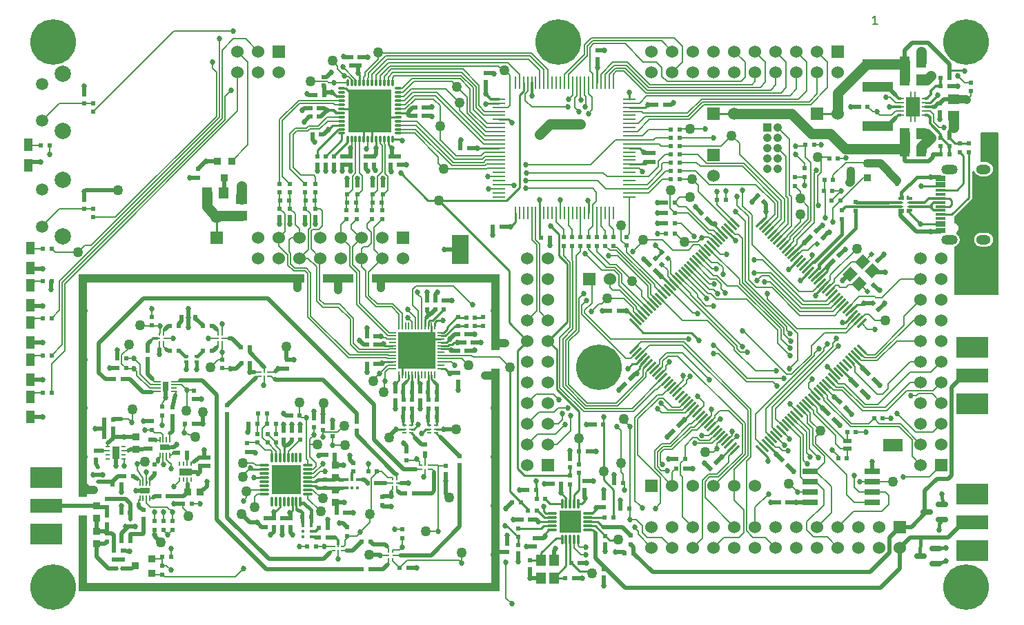
<source format=gbr>
G04 #@! TF.GenerationSoftware,KiCad,Pcbnew,8.0.4*
G04 #@! TF.CreationDate,2024-10-24T18:26:57+11:00*
G04 #@! TF.ProjectId,hackrf-one,6861636b-7266-42d6-9f6e-652e6b696361,rev?*
G04 #@! TF.SameCoordinates,Original*
G04 #@! TF.FileFunction,Copper,L1,Top*
G04 #@! TF.FilePolarity,Positive*
%FSLAX45Y45*%
G04 Gerber Fmt 4.5, Leading zero omitted, Abs format (unit mm)*
G04 Created by KiCad (PCBNEW 8.0.4) date 2024-10-24 18:26:57*
%MOMM*%
%LPD*%
G01*
G04 APERTURE LIST*
G04 Aperture macros list*
%AMRoundRect*
0 Rectangle with rounded corners*
0 $1 Rounding radius*
0 $2 $3 $4 $5 $6 $7 $8 $9 X,Y pos of 4 corners*
0 Add a 4 corners polygon primitive as box body*
4,1,4,$2,$3,$4,$5,$6,$7,$8,$9,$2,$3,0*
0 Add four circle primitives for the rounded corners*
1,1,$1+$1,$2,$3*
1,1,$1+$1,$4,$5*
1,1,$1+$1,$6,$7*
1,1,$1+$1,$8,$9*
0 Add four rect primitives between the rounded corners*
20,1,$1+$1,$2,$3,$4,$5,0*
20,1,$1+$1,$4,$5,$6,$7,0*
20,1,$1+$1,$6,$7,$8,$9,0*
20,1,$1+$1,$8,$9,$2,$3,0*%
%AMRotRect*
0 Rectangle, with rotation*
0 The origin of the aperture is its center*
0 $1 length*
0 $2 width*
0 $3 Rotation angle, in degrees counterclockwise*
0 Add horizontal line*
21,1,$1,$2,0,0,$3*%
%AMFreePoly0*
4,1,23,0.250000,-0.750000,0.248776,-0.750000,0.248776,-0.757725,0.239695,-0.770225,0.225000,-0.775000,0.195163,-0.775000,0.140032,-0.797836,0.097836,-0.840032,0.075000,-0.895163,0.075000,-0.925000,0.070225,-0.939695,0.057725,-0.948776,0.052955,-0.948776,0.050000,-0.950000,-0.237500,-0.950000,-0.246339,-0.946339,-0.250000,-0.937500,-0.250000,-0.756250,-0.247411,-0.750000,-0.250000,-0.750000,
-0.250000,0.750000,0.250000,0.750000,0.250000,-0.750000,0.250000,-0.750000,$1*%
%AMFreePoly1*
4,1,17,0.135355,0.335355,0.150000,0.300000,0.150000,-0.300000,0.135355,-0.335355,0.100000,-0.350000,-0.100000,-0.350000,-0.135355,-0.335355,-0.150000,-0.300000,-0.150000,0.050000,-0.300000,0.050000,-0.335355,0.064645,-0.350000,0.100000,-0.350000,0.300000,-0.335355,0.335355,-0.300000,0.350000,0.100000,0.350000,0.135355,0.335355,0.135355,0.335355,$1*%
%AMFreePoly2*
4,1,17,0.335355,0.335355,0.350000,0.300000,0.350000,0.100000,0.335355,0.064645,0.300000,0.050000,0.150000,0.050000,0.150000,-0.300000,0.135355,-0.335355,0.100000,-0.350000,-0.100000,-0.350000,-0.135355,-0.335355,-0.150000,-0.300000,-0.150000,0.300000,-0.135355,0.335355,-0.100000,0.350000,0.300000,0.350000,0.335355,0.335355,0.335355,0.335355,$1*%
%AMFreePoly3*
4,1,17,0.135355,0.335355,0.150000,0.300000,0.150000,-0.050000,0.300000,-0.050000,0.335355,-0.064645,0.350000,-0.100000,0.350000,-0.300000,0.335355,-0.335355,0.300000,-0.350000,-0.100000,-0.350000,-0.135355,-0.335355,-0.150000,-0.300000,-0.150000,0.300000,-0.135355,0.335355,-0.100000,0.350000,0.100000,0.350000,0.135355,0.335355,0.135355,0.335355,$1*%
%AMFreePoly4*
4,1,17,0.135355,0.335355,0.150000,0.300000,0.150000,-0.300000,0.135355,-0.335355,0.100000,-0.350000,-0.300000,-0.350000,-0.335355,-0.335355,-0.350000,-0.300000,-0.350000,-0.100000,-0.335355,-0.064645,-0.300000,-0.050000,-0.150000,-0.050000,-0.150000,0.300000,-0.135355,0.335355,-0.100000,0.350000,0.100000,0.350000,0.135355,0.335355,0.135355,0.335355,$1*%
G04 Aperture macros list end*
%ADD10C,0.177800*%
G04 #@! TA.AperFunction,NonConductor*
%ADD11C,0.177800*%
G04 #@! TD*
G04 #@! TA.AperFunction,ComponentPad*
%ADD12C,1.524000*%
G04 #@! TD*
G04 #@! TA.AperFunction,ComponentPad*
%ADD13R,1.524000X1.524000*%
G04 #@! TD*
G04 #@! TA.AperFunction,SMDPad,CuDef*
%ADD14R,3.700780X1.198880*%
G04 #@! TD*
G04 #@! TA.AperFunction,SMDPad,CuDef*
%ADD15R,0.863600X0.863600*%
G04 #@! TD*
G04 #@! TA.AperFunction,SMDPad,CuDef*
%ADD16R,1.440180X1.150620*%
G04 #@! TD*
G04 #@! TA.AperFunction,SMDPad,CuDef*
%ADD17R,1.150620X1.440180*%
G04 #@! TD*
G04 #@! TA.AperFunction,SMDPad,CuDef*
%ADD18R,0.558800X0.508000*%
G04 #@! TD*
G04 #@! TA.AperFunction,SMDPad,CuDef*
%ADD19R,0.508000X0.558800*%
G04 #@! TD*
G04 #@! TA.AperFunction,SMDPad,CuDef*
%ADD20RotRect,0.508000X0.558800X135.000000*%
G04 #@! TD*
G04 #@! TA.AperFunction,SMDPad,CuDef*
%ADD21RotRect,0.508000X0.558800X225.000000*%
G04 #@! TD*
G04 #@! TA.AperFunction,SMDPad,CuDef*
%ADD22RotRect,0.508000X0.558800X315.000000*%
G04 #@! TD*
G04 #@! TA.AperFunction,SMDPad,CuDef*
%ADD23RotRect,0.508000X0.558800X45.000000*%
G04 #@! TD*
G04 #@! TA.AperFunction,SMDPad,CuDef*
%ADD24R,1.000000X1.500000*%
G04 #@! TD*
G04 #@! TA.AperFunction,ComponentPad*
%ADD25C,0.600000*%
G04 #@! TD*
G04 #@! TA.AperFunction,ComponentPad*
%ADD26C,5.600000*%
G04 #@! TD*
G04 #@! TA.AperFunction,SMDPad,CuDef*
%ADD27R,2.050000X3.650000*%
G04 #@! TD*
G04 #@! TA.AperFunction,SMDPad,CuDef*
%ADD28R,3.990000X1.780000*%
G04 #@! TD*
G04 #@! TA.AperFunction,SMDPad,CuDef*
%ADD29R,3.990000X2.665000*%
G04 #@! TD*
G04 #@! TA.AperFunction,SMDPad,CuDef*
%ADD30C,1.270000*%
G04 #@! TD*
G04 #@! TA.AperFunction,ComponentPad*
%ADD31C,1.066800*%
G04 #@! TD*
G04 #@! TA.AperFunction,ComponentPad*
%ADD32R,1.066800X1.066800*%
G04 #@! TD*
G04 #@! TA.AperFunction,SMDPad,CuDef*
%ADD33R,0.914400X0.914400*%
G04 #@! TD*
G04 #@! TA.AperFunction,ComponentPad*
%ADD34C,2.000000*%
G04 #@! TD*
G04 #@! TA.AperFunction,ComponentPad*
%ADD35C,1.500000*%
G04 #@! TD*
G04 #@! TA.AperFunction,SMDPad,CuDef*
%ADD36R,0.330200X0.408940*%
G04 #@! TD*
G04 #@! TA.AperFunction,SMDPad,CuDef*
%ADD37R,0.408940X0.330200*%
G04 #@! TD*
G04 #@! TA.AperFunction,SMDPad,CuDef*
%ADD38R,0.551180X0.248920*%
G04 #@! TD*
G04 #@! TA.AperFunction,SMDPad,CuDef*
%ADD39R,0.500380X0.398780*%
G04 #@! TD*
G04 #@! TA.AperFunction,SMDPad,CuDef*
%ADD40O,1.350000X0.280000*%
G04 #@! TD*
G04 #@! TA.AperFunction,SMDPad,CuDef*
%ADD41O,0.280000X1.350000*%
G04 #@! TD*
G04 #@! TA.AperFunction,SMDPad,CuDef*
%ADD42R,1.100000X1.100000*%
G04 #@! TD*
G04 #@! TA.AperFunction,SMDPad,CuDef*
%ADD43R,3.525000X3.525000*%
G04 #@! TD*
G04 #@! TA.AperFunction,SMDPad,CuDef*
%ADD44R,0.599440X0.500380*%
G04 #@! TD*
G04 #@! TA.AperFunction,SMDPad,CuDef*
%ADD45R,0.500380X0.701040*%
G04 #@! TD*
G04 #@! TA.AperFunction,SMDPad,CuDef*
%ADD46R,0.600000X1.100000*%
G04 #@! TD*
G04 #@! TA.AperFunction,SMDPad,CuDef*
%ADD47R,0.200000X0.150000*%
G04 #@! TD*
G04 #@! TA.AperFunction,SMDPad,CuDef*
%ADD48RotRect,0.171120X0.142240X135.000000*%
G04 #@! TD*
G04 #@! TA.AperFunction,SMDPad,CuDef*
%ADD49O,0.200000X1.100000*%
G04 #@! TD*
G04 #@! TA.AperFunction,SMDPad,CuDef*
%ADD50R,0.500000X1.200000*%
G04 #@! TD*
G04 #@! TA.AperFunction,SMDPad,CuDef*
%ADD51O,0.200000X1.200000*%
G04 #@! TD*
G04 #@! TA.AperFunction,SMDPad,CuDef*
%ADD52R,0.200000X1.300000*%
G04 #@! TD*
G04 #@! TA.AperFunction,SMDPad,CuDef*
%ADD53R,0.800000X0.240000*%
G04 #@! TD*
G04 #@! TA.AperFunction,SMDPad,CuDef*
%ADD54R,1.100000X0.600000*%
G04 #@! TD*
G04 #@! TA.AperFunction,SMDPad,CuDef*
%ADD55R,0.150000X0.200000*%
G04 #@! TD*
G04 #@! TA.AperFunction,SMDPad,CuDef*
%ADD56RotRect,0.171120X0.142240X225.000000*%
G04 #@! TD*
G04 #@! TA.AperFunction,SMDPad,CuDef*
%ADD57O,1.100000X0.200000*%
G04 #@! TD*
G04 #@! TA.AperFunction,SMDPad,CuDef*
%ADD58R,1.200000X0.500000*%
G04 #@! TD*
G04 #@! TA.AperFunction,SMDPad,CuDef*
%ADD59O,1.200000X0.200000*%
G04 #@! TD*
G04 #@! TA.AperFunction,SMDPad,CuDef*
%ADD60R,1.300000X0.200000*%
G04 #@! TD*
G04 #@! TA.AperFunction,SMDPad,CuDef*
%ADD61R,0.240000X0.800000*%
G04 #@! TD*
G04 #@! TA.AperFunction,SMDPad,CuDef*
%ADD62RotRect,0.171120X0.142240X45.000000*%
G04 #@! TD*
G04 #@! TA.AperFunction,SMDPad,CuDef*
%ADD63R,1.500000X1.500000*%
G04 #@! TD*
G04 #@! TA.AperFunction,ComponentPad*
%ADD64C,0.635000*%
G04 #@! TD*
G04 #@! TA.AperFunction,SMDPad,CuDef*
%ADD65R,4.525000X4.525000*%
G04 #@! TD*
G04 #@! TA.AperFunction,SMDPad,CuDef*
%ADD66O,0.870000X0.245000*%
G04 #@! TD*
G04 #@! TA.AperFunction,SMDPad,CuDef*
%ADD67O,0.245000X0.870000*%
G04 #@! TD*
G04 #@! TA.AperFunction,SMDPad,CuDef*
%ADD68R,1.650000X1.650000*%
G04 #@! TD*
G04 #@! TA.AperFunction,SMDPad,CuDef*
%ADD69R,5.300000X5.300000*%
G04 #@! TD*
G04 #@! TA.AperFunction,SMDPad,CuDef*
%ADD70O,0.900000X0.280000*%
G04 #@! TD*
G04 #@! TA.AperFunction,SMDPad,CuDef*
%ADD71O,0.280000X0.900000*%
G04 #@! TD*
G04 #@! TA.AperFunction,SMDPad,CuDef*
%ADD72R,1.320000X1.320000*%
G04 #@! TD*
G04 #@! TA.AperFunction,SMDPad,CuDef*
%ADD73R,2.650000X2.650000*%
G04 #@! TD*
G04 #@! TA.AperFunction,SMDPad,CuDef*
%ADD74O,1.200000X0.320000*%
G04 #@! TD*
G04 #@! TA.AperFunction,SMDPad,CuDef*
%ADD75O,0.320000X1.200000*%
G04 #@! TD*
G04 #@! TA.AperFunction,SMDPad,CuDef*
%ADD76R,1.905000X0.635000*%
G04 #@! TD*
G04 #@! TA.AperFunction,SMDPad,CuDef*
%ADD77R,0.280000X0.700000*%
G04 #@! TD*
G04 #@! TA.AperFunction,ComponentPad*
%ADD78C,0.585000*%
G04 #@! TD*
G04 #@! TA.AperFunction,SMDPad,CuDef*
%ADD79R,0.280000X1.400000*%
G04 #@! TD*
G04 #@! TA.AperFunction,SMDPad,CuDef*
%ADD80R,0.825000X1.200000*%
G04 #@! TD*
G04 #@! TA.AperFunction,SMDPad,CuDef*
%ADD81R,0.850000X0.280000*%
G04 #@! TD*
G04 #@! TA.AperFunction,SMDPad,CuDef*
%ADD82RotRect,1.501140X0.294640X315.000000*%
G04 #@! TD*
G04 #@! TA.AperFunction,SMDPad,CuDef*
%ADD83RotRect,1.501140X0.294640X225.000000*%
G04 #@! TD*
G04 #@! TA.AperFunction,SMDPad,CuDef*
%ADD84R,1.501140X0.294640*%
G04 #@! TD*
G04 #@! TA.AperFunction,SMDPad,CuDef*
%ADD85R,0.294640X1.501140*%
G04 #@! TD*
G04 #@! TA.AperFunction,SMDPad,CuDef*
%ADD86R,1.198880X1.399540*%
G04 #@! TD*
G04 #@! TA.AperFunction,SMDPad,CuDef*
%ADD87RotRect,1.399540X1.198880X45.000000*%
G04 #@! TD*
G04 #@! TA.AperFunction,SMDPad,CuDef*
%ADD88R,2.400000X1.500000*%
G04 #@! TD*
G04 #@! TA.AperFunction,SMDPad,CuDef*
%ADD89R,1.000000X3.350000*%
G04 #@! TD*
G04 #@! TA.AperFunction,SMDPad,CuDef*
%ADD90R,1.000000X3.800000*%
G04 #@! TD*
G04 #@! TA.AperFunction,SMDPad,CuDef*
%ADD91R,3.850000X1.000000*%
G04 #@! TD*
G04 #@! TA.AperFunction,SMDPad,CuDef*
%ADD92R,3.800000X1.000000*%
G04 #@! TD*
G04 #@! TA.AperFunction,SMDPad,CuDef*
%ADD93RoundRect,0.062500X-0.187500X-0.062500X0.187500X-0.062500X0.187500X0.062500X-0.187500X0.062500X0*%
G04 #@! TD*
G04 #@! TA.AperFunction,SMDPad,CuDef*
%ADD94R,0.900000X1.600000*%
G04 #@! TD*
G04 #@! TA.AperFunction,SMDPad,CuDef*
%ADD95RoundRect,0.062500X-0.062500X0.187500X-0.062500X-0.187500X0.062500X-0.187500X0.062500X0.187500X0*%
G04 #@! TD*
G04 #@! TA.AperFunction,SMDPad,CuDef*
%ADD96R,1.600000X0.900000*%
G04 #@! TD*
G04 #@! TA.AperFunction,SMDPad,CuDef*
%ADD97R,0.150000X0.300000*%
G04 #@! TD*
G04 #@! TA.AperFunction,SMDPad,CuDef*
%ADD98R,0.510000X0.200000*%
G04 #@! TD*
G04 #@! TA.AperFunction,SMDPad,CuDef*
%ADD99R,0.300000X0.150000*%
G04 #@! TD*
G04 #@! TA.AperFunction,SMDPad,CuDef*
%ADD100R,0.200000X0.510000*%
G04 #@! TD*
G04 #@! TA.AperFunction,SMDPad,CuDef*
%ADD101R,0.270000X0.550000*%
G04 #@! TD*
G04 #@! TA.AperFunction,SMDPad,CuDef*
%ADD102FreePoly0,270.000000*%
G04 #@! TD*
G04 #@! TA.AperFunction,SMDPad,CuDef*
%ADD103FreePoly0,90.000000*%
G04 #@! TD*
G04 #@! TA.AperFunction,SMDPad,CuDef*
%ADD104RoundRect,0.150000X0.587500X0.150000X-0.587500X0.150000X-0.587500X-0.150000X0.587500X-0.150000X0*%
G04 #@! TD*
G04 #@! TA.AperFunction,SMDPad,CuDef*
%ADD105R,0.350000X0.600000*%
G04 #@! TD*
G04 #@! TA.AperFunction,SMDPad,CuDef*
%ADD106FreePoly1,90.000000*%
G04 #@! TD*
G04 #@! TA.AperFunction,SMDPad,CuDef*
%ADD107R,0.600000X0.200000*%
G04 #@! TD*
G04 #@! TA.AperFunction,SMDPad,CuDef*
%ADD108FreePoly2,90.000000*%
G04 #@! TD*
G04 #@! TA.AperFunction,SMDPad,CuDef*
%ADD109FreePoly3,90.000000*%
G04 #@! TD*
G04 #@! TA.AperFunction,SMDPad,CuDef*
%ADD110FreePoly4,90.000000*%
G04 #@! TD*
G04 #@! TA.AperFunction,ComponentPad*
%ADD111O,2.000000X1.200000*%
G04 #@! TD*
G04 #@! TA.AperFunction,ComponentPad*
%ADD112O,1.800000X1.200000*%
G04 #@! TD*
G04 #@! TA.AperFunction,SMDPad,CuDef*
%ADD113R,1.300000X0.300000*%
G04 #@! TD*
G04 #@! TA.AperFunction,ViaPad*
%ADD114C,0.685800*%
G04 #@! TD*
G04 #@! TA.AperFunction,Conductor*
%ADD115C,0.406400*%
G04 #@! TD*
G04 #@! TA.AperFunction,Conductor*
%ADD116C,0.304800*%
G04 #@! TD*
G04 #@! TA.AperFunction,Conductor*
%ADD117C,0.279400*%
G04 #@! TD*
G04 #@! TA.AperFunction,Conductor*
%ADD118C,0.203200*%
G04 #@! TD*
G04 #@! TA.AperFunction,Conductor*
%ADD119C,0.508000*%
G04 #@! TD*
G04 #@! TA.AperFunction,Conductor*
%ADD120C,1.270000*%
G04 #@! TD*
G04 #@! TA.AperFunction,Conductor*
%ADD121C,0.254000*%
G04 #@! TD*
G04 #@! TA.AperFunction,Conductor*
%ADD122C,0.241300*%
G04 #@! TD*
G04 #@! TA.AperFunction,Conductor*
%ADD123C,1.016000*%
G04 #@! TD*
G04 #@! TA.AperFunction,Conductor*
%ADD124C,0.152400*%
G04 #@! TD*
G04 #@! TA.AperFunction,Conductor*
%ADD125C,0.457200*%
G04 #@! TD*
G04 APERTURE END LIST*
D10*
D11*
X15401289Y-8401637D02*
X15343231Y-8401637D01*
X15372260Y-8401637D02*
X15372260Y-8300037D01*
X15372260Y-8300037D02*
X15362584Y-8314552D01*
X15362584Y-8314552D02*
X15352908Y-8324228D01*
X15352908Y-8324228D02*
X15343231Y-8329066D01*
D12*
G04 #@! TO.P,P20,22,P22*
G04 #@! TO.N,/mcu/usb/power/VIN*
X15931260Y-11280560D03*
G04 #@! TO.P,P20,21,P21*
G04 #@! TO.N,/mcu/usb/power/VBUS*
X16185260Y-11280560D03*
G04 #@! TO.P,P20,20,P20*
G04 #@! TO.N,/mcu/usb/power/ADC0_0*
X15931260Y-11534560D03*
G04 #@! TO.P,P20,19,P19*
G04 #@! TO.N,GND*
X16185260Y-11534560D03*
G04 #@! TO.P,P20,18,P18*
G04 #@! TO.N,/mcu/usb/power/ADC0_5*
X15931260Y-11788560D03*
G04 #@! TO.P,P20,17,P17*
G04 #@! TO.N,/mcu/usb/power/VBUSCTRL*
X16185260Y-11788560D03*
G04 #@! TO.P,P20,16,P16*
G04 #@! TO.N,/mcu/usb/power/ADC0_2*
X15931260Y-12042560D03*
G04 #@! TO.P,P20,15,P15*
G04 #@! TO.N,GND*
X16185260Y-12042560D03*
G04 #@! TO.P,P20,14,P14*
G04 #@! TO.N,/mcu/usb/power/ADC0_6*
X15931260Y-12296560D03*
G04 #@! TO.P,P20,13,P13*
G04 #@! TO.N,GND*
X16185260Y-12296560D03*
G04 #@! TO.P,P20,12,P12*
G04 #@! TO.N,/mcu/usb/power/GPIO3_15*
X15931260Y-12550560D03*
G04 #@! TO.P,P20,11,P11*
G04 #@! TO.N,/mcu/usb/power/GPIO3_14*
X16185260Y-12550560D03*
G04 #@! TO.P,P20,10,P10*
G04 #@! TO.N,/mcu/usb/power/GPIO3_13*
X15931260Y-12804560D03*
G04 #@! TO.P,P20,9,P9*
G04 #@! TO.N,/mcu/usb/power/GPIO3_12*
X16185260Y-12804560D03*
G04 #@! TO.P,P20,8,P8*
G04 #@! TO.N,/mcu/usb/power/GPIO3_11*
X15931260Y-13058560D03*
G04 #@! TO.P,P20,7,P7*
G04 #@! TO.N,/mcu/usb/power/GPIO3_10*
X16185260Y-13058560D03*
G04 #@! TO.P,P20,6,P6*
G04 #@! TO.N,/mcu/usb/power/GPIO3_9*
X15931260Y-13312560D03*
G04 #@! TO.P,P20,5,P5*
G04 #@! TO.N,/mcu/usb/power/GPIO3_8*
X16185260Y-13312560D03*
G04 #@! TO.P,P20,4,P4*
G04 #@! TO.N,/mcu/usb/power/WAKEUP*
X15931260Y-13566560D03*
G04 #@! TO.P,P20,3,P3*
G04 #@! TO.N,VCC*
X16185260Y-13566560D03*
G04 #@! TO.P,P20,2,P2*
G04 #@! TO.N,/mcu/usb/power/RTC_ALARM*
X15931260Y-13820560D03*
D13*
G04 #@! TO.P,P20,1,P1*
G04 #@! TO.N,/mcu/usb/power/VBAT*
X16185260Y-13820560D03*
G04 #@! TD*
D12*
G04 #@! TO.P,P28,22,P22*
G04 #@! TO.N,/mcu/usb/power/BANK2F3M4*
X11105260Y-11280560D03*
G04 #@! TO.P,P28,21,P21*
G04 #@! TO.N,/mcu/usb/power/BANK2F3M12*
X11359260Y-11280560D03*
G04 #@! TO.P,P28,20,P20*
G04 #@! TO.N,/mcu/usb/power/BANK2F3M6*
X11105260Y-11534560D03*
G04 #@! TO.P,P28,19,P19*
G04 #@! TO.N,/mcu/usb/power/CPLD_TDI*
X11359260Y-11534560D03*
G04 #@! TO.P,P28,18,P18*
G04 #@! TO.N,/mcu/usb/power/BANK2F3M2*
X11105260Y-11788560D03*
G04 #@! TO.P,P28,17,P17*
G04 #@! TO.N,/mcu/usb/power/CPLD_TCK*
X11359260Y-11788560D03*
G04 #@! TO.P,P28,16,P16*
G04 #@! TO.N,/mcu/usb/power/B1AUX13*
X11105260Y-12042560D03*
G04 #@! TO.P,P28,15,P15*
G04 #@! TO.N,/mcu/usb/power/B1AUX14*
X11359260Y-12042560D03*
G04 #@! TO.P,P28,14,P14*
G04 #@! TO.N,GCK1*
X11105260Y-12296560D03*
G04 #@! TO.P,P28,13,P13*
G04 #@! TO.N,GCK2*
X11359260Y-12296560D03*
G04 #@! TO.P,P28,12,P12*
G04 #@! TO.N,GND*
X11105260Y-12550560D03*
G04 #@! TO.P,P28,11,P11*
G04 #@! TO.N,/mcu/usb/power/SD_CLK*
X11359260Y-12550560D03*
G04 #@! TO.P,P28,10,P10*
G04 #@! TO.N,/mcu/usb/power/SD_POW*
X11105260Y-12804560D03*
G04 #@! TO.P,P28,9,P9*
G04 #@! TO.N,/mcu/usb/power/SD_CMD*
X11359260Y-12804560D03*
G04 #@! TO.P,P28,8,P8*
G04 #@! TO.N,/mcu/usb/power/SD_VOLT0*
X11105260Y-13058560D03*
G04 #@! TO.P,P28,7,P7*
G04 #@! TO.N,/mcu/usb/power/SD_DAT0*
X11359260Y-13058560D03*
G04 #@! TO.P,P28,6,P6*
G04 #@! TO.N,/mcu/usb/power/SD_DAT1*
X11105260Y-13312560D03*
G04 #@! TO.P,P28,5,P5*
G04 #@! TO.N,/mcu/usb/power/SD_DAT2*
X11359260Y-13312560D03*
G04 #@! TO.P,P28,4,P4*
G04 #@! TO.N,/mcu/usb/power/SD_DAT3*
X11105260Y-13566560D03*
G04 #@! TO.P,P28,3,P3*
G04 #@! TO.N,/mcu/usb/power/SD_CD*
X11359260Y-13566560D03*
G04 #@! TO.P,P28,2,P2*
G04 #@! TO.N,GND*
X11105260Y-13820560D03*
D13*
G04 #@! TO.P,P28,1,P1*
G04 #@! TO.N,VCC*
X11359260Y-13820560D03*
G04 #@! TD*
D12*
G04 #@! TO.P,P9,16*
G04 #@! TO.N,GND*
X7803260Y-11280560D03*
G04 #@! TO.P,P9,15*
X7803260Y-11026560D03*
G04 #@! TO.P,P9,14*
X8057260Y-11280560D03*
G04 #@! TO.P,P9,13*
G04 #@! TO.N,/baseband/TXBBQ-*
X8057260Y-11026560D03*
G04 #@! TO.P,P9,12*
G04 #@! TO.N,/baseband/TXBBI+*
X8311260Y-11280560D03*
G04 #@! TO.P,P9,11*
G04 #@! TO.N,/baseband/TXBBQ+*
X8311260Y-11026560D03*
G04 #@! TO.P,P9,10*
G04 #@! TO.N,/baseband/TXBBI-*
X8565260Y-11280560D03*
G04 #@! TO.P,P9,9*
G04 #@! TO.N,GND*
X8565260Y-11026560D03*
G04 #@! TO.P,P9,8*
X8819260Y-11280560D03*
G04 #@! TO.P,P9,7*
G04 #@! TO.N,/baseband/RXBBI+*
X8819260Y-11026560D03*
G04 #@! TO.P,P9,6*
G04 #@! TO.N,/baseband/RXBBQ+*
X9073260Y-11280560D03*
G04 #@! TO.P,P9,5*
G04 #@! TO.N,/baseband/RXBBI-*
X9073260Y-11026560D03*
G04 #@! TO.P,P9,4*
G04 #@! TO.N,/baseband/RXBBQ-*
X9327260Y-11280560D03*
G04 #@! TO.P,P9,3*
G04 #@! TO.N,GND*
X9327260Y-11026560D03*
G04 #@! TO.P,P9,2*
X9581260Y-11280560D03*
D13*
G04 #@! TO.P,P9,1*
X9581260Y-11026560D03*
G04 #@! TD*
D12*
G04 #@! TO.P,P5,6,6*
G04 #@! TO.N,/mcu/usb/power/LED3*
X7549260Y-8994560D03*
G04 #@! TO.P,P5,5,5*
G04 #@! TO.N,!VAA_ENABLE*
X7549260Y-8740560D03*
G04 #@! TO.P,P5,4,4*
G04 #@! TO.N,/mcu/usb/power/LED2*
X7803260Y-8994560D03*
G04 #@! TO.P,P5,3,3*
G04 #@! TO.N,/mcu/usb/power/LED1*
X7803260Y-8740560D03*
G04 #@! TO.P,P5,2,2*
G04 #@! TO.N,VCC*
X8057260Y-8994560D03*
D13*
G04 #@! TO.P,P5,1,1*
G04 #@! TO.N,GND*
X8057260Y-8740560D03*
G04 #@! TD*
D14*
G04 #@! TO.P,L10,2,2*
G04 #@! TO.N,+1.8V*
X15403460Y-9941634D03*
G04 #@! TO.P,L10,1,1*
G04 #@! TO.N,Net-(U21-SW2)*
X15403460Y-9661726D03*
G04 #@! TD*
G04 #@! TO.P,L11,2,2*
G04 #@! TO.N,Net-(U21-SW1)*
X15403460Y-9179634D03*
G04 #@! TO.P,L11,1,1*
G04 #@! TO.N,VCC*
X15403460Y-8899726D03*
G04 #@! TD*
D15*
G04 #@! TO.P,L2,1,1*
G04 #@! TO.N,Net-(T2-PR2)*
X8751360Y-14128920D03*
G04 #@! TO.P,L2,2,2*
G04 #@! TO.N,VAA*
X8751360Y-14281320D03*
G04 #@! TD*
G04 #@! TO.P,L3,1,1*
G04 #@! TO.N,Net-(T2-PR1)*
X8751360Y-13976520D03*
G04 #@! TO.P,L3,2,2*
G04 #@! TO.N,VAA*
X8751360Y-13824120D03*
G04 #@! TD*
G04 #@! TO.P,L5,1,1*
G04 #@! TO.N,VAA*
X6301840Y-13473220D03*
G04 #@! TO.P,L5,2,2*
G04 #@! TO.N,/frontend/RX_AMP_OUT*
X6301840Y-13625620D03*
G04 #@! TD*
G04 #@! TO.P,L12,1,1*
G04 #@! TO.N,VAA*
X7089240Y-14153940D03*
G04 #@! TO.P,L12,2,2*
G04 #@! TO.N,Net-(U25-RFOUT)*
X6936840Y-14153940D03*
G04 #@! TD*
G04 #@! TO.P,L13,1,1*
G04 #@! TO.N,Net-(L13-Pad1)*
X5819240Y-14479060D03*
G04 #@! TO.P,L13,2,2*
G04 #@! TO.N,Net-(P4-RF)*
X5819240Y-14326660D03*
G04 #@! TD*
G04 #@! TO.P,L14,1,1*
G04 #@! TO.N,Net-(D10-K)*
X5816700Y-14788940D03*
G04 #@! TO.P,L14,2,2*
G04 #@! TO.N,Net-(L13-Pad1)*
X5816700Y-14636540D03*
G04 #@! TD*
D16*
G04 #@! TO.P,C105,1*
G04 #@! TO.N,VAA*
X7597520Y-10762400D03*
G04 #@! TO.P,C105,2*
G04 #@! TO.N,GND*
X7597520Y-10559200D03*
G04 #@! TD*
D17*
G04 #@! TO.P,C126,1*
G04 #@! TO.N,+1.8V*
X15733660Y-9966780D03*
G04 #@! TO.P,C126,2*
G04 #@! TO.N,GND*
X15936860Y-9966780D03*
G04 #@! TD*
G04 #@! TO.P,C127,1*
G04 #@! TO.N,+1.8V*
X15733660Y-9750880D03*
G04 #@! TO.P,C127,2*
G04 #@! TO.N,GND*
X15936860Y-9750880D03*
G04 #@! TD*
D16*
G04 #@! TO.P,C143,1*
G04 #@! TO.N,/mcu/usb/power/VIN*
X16330560Y-9331780D03*
G04 #@! TO.P,C143,2*
G04 #@! TO.N,GND*
X16330560Y-9534980D03*
G04 #@! TD*
D17*
G04 #@! TO.P,C145,1*
G04 #@! TO.N,GND*
X15936860Y-9090480D03*
G04 #@! TO.P,C145,2*
G04 #@! TO.N,VCC*
X15733660Y-9090480D03*
G04 #@! TD*
G04 #@! TO.P,C146,1*
G04 #@! TO.N,GND*
X15936860Y-8874580D03*
G04 #@! TO.P,C146,2*
G04 #@! TO.N,VCC*
X15733660Y-8874580D03*
G04 #@! TD*
G04 #@! TO.P,FB2,1,1*
G04 #@! TO.N,Net-(FB2-Pad1)*
X7376020Y-10478520D03*
G04 #@! TO.P,FB2,2,2*
G04 #@! TO.N,VAA*
X7172820Y-10478520D03*
G04 #@! TD*
D18*
G04 #@! TO.P,C1,1*
G04 #@! TO.N,VCC*
X7991900Y-14476900D03*
G04 #@! TO.P,C1,2*
G04 #@! TO.N,GND*
X7991900Y-14583580D03*
G04 #@! TD*
G04 #@! TO.P,C2,1*
G04 #@! TO.N,VCC*
X7890300Y-14476900D03*
G04 #@! TO.P,C2,2*
G04 #@! TO.N,GND*
X7890300Y-14583580D03*
G04 #@! TD*
G04 #@! TO.P,C3,1*
G04 #@! TO.N,VAA*
X8195100Y-14476900D03*
G04 #@! TO.P,C3,2*
G04 #@! TO.N,GND*
X8195100Y-14583580D03*
G04 #@! TD*
G04 #@! TO.P,C4,1*
G04 #@! TO.N,VAA*
X8093500Y-14476900D03*
G04 #@! TO.P,C4,2*
G04 #@! TO.N,GND*
X8093500Y-14583580D03*
G04 #@! TD*
G04 #@! TO.P,C5,1*
G04 #@! TO.N,VAA*
X8116360Y-13511700D03*
G04 #@! TO.P,C5,2*
G04 #@! TO.N,GND*
X8116360Y-13405020D03*
G04 #@! TD*
G04 #@! TO.P,C6,1*
G04 #@! TO.N,VAA*
X8217960Y-13511700D03*
G04 #@! TO.P,C6,2*
G04 #@! TO.N,GND*
X8217960Y-13405020D03*
G04 #@! TD*
D19*
G04 #@! TO.P,C7,1*
G04 #@! TO.N,GND*
X9644000Y-15083180D03*
G04 #@! TO.P,C7,2*
G04 #@! TO.N,!MIX_BYPASS*
X9537320Y-15083180D03*
G04 #@! TD*
D18*
G04 #@! TO.P,C8,1*
G04 #@! TO.N,TX_IF*
X10274160Y-13717020D03*
G04 #@! TO.P,C8,2*
G04 #@! TO.N,Net-(U1-RFC)*
X10274160Y-13823700D03*
G04 #@! TD*
G04 #@! TO.P,C9,1*
G04 #@! TO.N,Net-(U7-RF1)*
X7422260Y-13195720D03*
G04 #@! TO.P,C9,2*
G04 #@! TO.N,Net-(U2-RF1)*
X7422260Y-13089040D03*
G04 #@! TD*
G04 #@! TO.P,C12,1*
G04 #@! TO.N,Net-(U4-LFILT3)*
X7661700Y-13554880D03*
G04 #@! TO.P,C12,2*
G04 #@! TO.N,GND*
X7661700Y-13661560D03*
G04 #@! TD*
D19*
G04 #@! TO.P,C13,1*
G04 #@! TO.N,Net-(C13-Pad1)*
X7791240Y-13316120D03*
G04 #@! TO.P,C13,2*
G04 #@! TO.N,GND*
X7684560Y-13316120D03*
G04 #@! TD*
D18*
G04 #@! TO.P,C14,1*
G04 #@! TO.N,Net-(U4-LFITLT2)*
X7915700Y-13547260D03*
G04 #@! TO.P,C14,2*
G04 #@! TO.N,Net-(U4-LFILT1)*
X7915700Y-13440580D03*
G04 #@! TD*
D19*
G04 #@! TO.P,C15,1*
G04 #@! TO.N,Net-(U4-LFITLT2)*
X7913160Y-13316120D03*
G04 #@! TO.P,C15,2*
G04 #@! TO.N,Net-(C15-Pad2)*
X8019840Y-13316120D03*
G04 #@! TD*
D18*
G04 #@! TO.P,C16,1*
G04 #@! TO.N,VAA*
X9568280Y-14717820D03*
G04 #@! TO.P,C16,2*
G04 #@! TO.N,GND*
X9568280Y-14611140D03*
G04 #@! TD*
D19*
G04 #@! TO.P,C17,1*
G04 #@! TO.N,Net-(U3-IN)*
X7122500Y-12419380D03*
G04 #@! TO.P,C17,2*
G04 #@! TO.N,Net-(U6-RF2)*
X7229180Y-12419380D03*
G04 #@! TD*
G04 #@! TO.P,C18,1*
G04 #@! TO.N,Net-(U5-RF1)*
X6716100Y-12419380D03*
G04 #@! TO.P,C18,2*
G04 #@! TO.N,Net-(U3-OUT)*
X6822780Y-12419380D03*
G04 #@! TD*
G04 #@! TO.P,C20,1*
G04 #@! TO.N,Net-(U6-RFC)*
X7589620Y-12378440D03*
G04 #@! TO.P,C20,2*
G04 #@! TO.N,Net-(U2-RFC)*
X7696300Y-12378440D03*
G04 #@! TD*
G04 #@! TO.P,C21,1*
G04 #@! TO.N,Net-(U1-RF1)*
X9179420Y-14763500D03*
G04 #@! TO.P,C21,2*
G04 #@! TO.N,Net-(U7-RF2)*
X9072740Y-14763500D03*
G04 #@! TD*
G04 #@! TO.P,C22,1*
G04 #@! TO.N,GND*
X8402420Y-14827040D03*
G04 #@! TO.P,C22,2*
G04 #@! TO.N,VAA*
X8509100Y-14827040D03*
G04 #@! TD*
D18*
G04 #@! TO.P,C23,1*
G04 #@! TO.N,Net-(U10-RF2)*
X9009240Y-13396980D03*
G04 #@! TO.P,C23,2*
G04 #@! TO.N,Net-(U2-RF2)*
X9009240Y-13290300D03*
G04 #@! TD*
G04 #@! TO.P,C24,1*
G04 #@! TO.N,GND*
X8150960Y-12528340D03*
G04 #@! TO.P,C24,2*
G04 #@! TO.N,RX*
X8150960Y-12635020D03*
G04 #@! TD*
D19*
G04 #@! TO.P,C25,1*
G04 #@! TO.N,Net-(T1-S2)*
X8548160Y-14598820D03*
G04 #@! TO.P,C25,2*
G04 #@! TO.N,GND*
X8654840Y-14598820D03*
G04 #@! TD*
G04 #@! TO.P,C26,1*
G04 #@! TO.N,Net-(U8-OUT)*
X6822780Y-12114580D03*
G04 #@! TO.P,C26,2*
G04 #@! TO.N,Net-(U5-RF2)*
X6716100Y-12114580D03*
G04 #@! TD*
G04 #@! TO.P,C27,1*
G04 #@! TO.N,Net-(U8-IN)*
X7122500Y-12114580D03*
G04 #@! TO.P,C27,2*
G04 #@! TO.N,Net-(U6-RF1)*
X7229180Y-12114580D03*
G04 #@! TD*
G04 #@! TO.P,C28,1*
G04 #@! TO.N,Net-(T1-S1)*
X8548160Y-14713120D03*
G04 #@! TO.P,C28,2*
G04 #@! TO.N,Net-(U7-RFC)*
X8654840Y-14713120D03*
G04 #@! TD*
D18*
G04 #@! TO.P,C30,1*
G04 #@! TO.N,GND*
X7355940Y-12632480D03*
G04 #@! TO.P,C30,2*
G04 #@! TO.N,HP*
X7355940Y-12525800D03*
G04 #@! TD*
G04 #@! TO.P,C31,1*
G04 #@! TO.N,Net-(U9-RF2)*
X6441780Y-12523520D03*
G04 #@! TO.P,C31,2*
G04 #@! TO.N,Net-(U5-RFC)*
X6441780Y-12416840D03*
G04 #@! TD*
D19*
G04 #@! TO.P,C32,1*
G04 #@! TO.N,Net-(U1-RF2)*
X9179420Y-15106400D03*
G04 #@! TO.P,C32,2*
G04 #@! TO.N,Net-(U9-RF1)*
X9072740Y-15106400D03*
G04 #@! TD*
D18*
G04 #@! TO.P,C33,1*
G04 #@! TO.N,RX*
X8893600Y-14692800D03*
G04 #@! TO.P,C33,2*
G04 #@! TO.N,GND*
X8893600Y-14586120D03*
G04 #@! TD*
G04 #@! TO.P,C34,1*
G04 #@! TO.N,MIXER_RESETX*
X8713260Y-13471060D03*
G04 #@! TO.P,C34,2*
G04 #@! TO.N,GND*
X8713260Y-13364380D03*
G04 #@! TD*
G04 #@! TO.P,C35,1*
G04 #@! TO.N,MIXER_ENX*
X8598960Y-13394860D03*
G04 #@! TO.P,C35,2*
G04 #@! TO.N,GND*
X8598960Y-13288180D03*
G04 #@! TD*
G04 #@! TO.P,C36,1*
G04 #@! TO.N,MIXER_SCLK*
X8484660Y-13356760D03*
G04 #@! TO.P,C36,2*
G04 #@! TO.N,GND*
X8484660Y-13250080D03*
G04 #@! TD*
D19*
G04 #@! TO.P,C37,1*
G04 #@! TO.N,MIXER_SDATA*
X8309400Y-13217060D03*
G04 #@! TO.P,C37,2*
G04 #@! TO.N,GND*
X8202720Y-13217060D03*
G04 #@! TD*
G04 #@! TO.P,C38,1*
G04 #@! TO.N,GND*
X6073480Y-12508280D03*
G04 #@! TO.P,C38,2*
G04 #@! TO.N,!MIX_BYPASS*
X6180160Y-12508280D03*
G04 #@! TD*
D18*
G04 #@! TO.P,C39,1*
G04 #@! TO.N,GND*
X7012800Y-13013440D03*
G04 #@! TO.P,C39,2*
G04 #@! TO.N,TX_MIX_BP*
X7012800Y-12906760D03*
G04 #@! TD*
D19*
G04 #@! TO.P,C40,1*
G04 #@! TO.N,GND*
X6073480Y-12632740D03*
G04 #@! TO.P,C40,2*
G04 #@! TO.N,RX_MIX_BP*
X6180160Y-12632740D03*
G04 #@! TD*
G04 #@! TO.P,C41,1*
G04 #@! TO.N,VAA*
X8761520Y-14408320D03*
G04 #@! TO.P,C41,2*
G04 #@! TO.N,GND*
X8868200Y-14408320D03*
G04 #@! TD*
G04 #@! TO.P,C42,1*
G04 #@! TO.N,VAA*
X8741200Y-13697120D03*
G04 #@! TO.P,C42,2*
G04 #@! TO.N,GND*
X8634520Y-13697120D03*
G04 #@! TD*
G04 #@! TO.P,C43,1*
G04 #@! TO.N,Net-(U9-RF3)*
X6136500Y-12767060D03*
G04 #@! TO.P,C43,2*
G04 #@! TO.N,Net-(U11-RF1)*
X6029820Y-12767060D03*
G04 #@! TD*
D18*
G04 #@! TO.P,C44,1*
G04 #@! TO.N,Net-(U12-RFC)*
X6746340Y-13221720D03*
G04 #@! TO.P,C44,2*
G04 #@! TO.N,Net-(U9-RFC)*
X6746340Y-13115040D03*
G04 #@! TD*
D19*
G04 #@! TO.P,C45,1*
G04 #@! TO.N,GND*
X9151720Y-13897400D03*
G04 #@! TO.P,C45,2*
G04 #@! TO.N,RX*
X9258400Y-13897400D03*
G04 #@! TD*
G04 #@! TO.P,C46,1*
G04 #@! TO.N,Net-(U10-RFC)*
X9248240Y-14042180D03*
G04 #@! TO.P,C46,2*
G04 #@! TO.N,Net-(T2-S1)*
X9141560Y-14042180D03*
G04 #@! TD*
D18*
G04 #@! TO.P,C47,1*
G04 #@! TO.N,GND*
X10098900Y-13935460D03*
G04 #@! TO.P,C47,2*
G04 #@! TO.N,MIX_BYPASS*
X10098900Y-13828780D03*
G04 #@! TD*
G04 #@! TO.P,C48,1*
G04 #@! TO.N,Net-(U11-RFC)*
X9850220Y-13678920D03*
G04 #@! TO.P,C48,2*
G04 #@! TO.N,RX_IF*
X9850220Y-13572240D03*
G04 #@! TD*
G04 #@! TO.P,C49,1*
G04 #@! TO.N,GND*
X8967260Y-13796180D03*
G04 #@! TO.P,C49,2*
G04 #@! TO.N,Net-(T2-S2)*
X8967260Y-13902860D03*
G04 #@! TD*
G04 #@! TO.P,C50,1*
G04 #@! TO.N,/frontend/RX_AMP_OUT*
X6479640Y-13620540D03*
G04 #@! TO.P,C50,2*
G04 #@! TO.N,Net-(U12-RF1)*
X6479640Y-13513860D03*
G04 #@! TD*
D19*
G04 #@! TO.P,C51,1*
G04 #@! TO.N,Net-(U11-RF2)*
X9713060Y-14171720D03*
G04 #@! TO.P,C51,2*
G04 #@! TO.N,Net-(U10-RF1)*
X9606380Y-14171720D03*
G04 #@! TD*
G04 #@! TO.P,C52,1*
G04 #@! TO.N,VAA*
X6017360Y-13478300D03*
G04 #@! TO.P,C52,2*
G04 #@! TO.N,GND*
X5910680Y-13478300D03*
G04 #@! TD*
G04 #@! TO.P,C53,1*
G04 #@! TO.N,VAA*
X6017360Y-13371620D03*
G04 #@! TO.P,C53,2*
G04 #@! TO.N,GND*
X5910680Y-13371620D03*
G04 #@! TD*
D18*
G04 #@! TO.P,C54,1*
G04 #@! TO.N,VAA*
X9321900Y-14212360D03*
G04 #@! TO.P,C54,2*
G04 #@! TO.N,GND*
X9321900Y-14319040D03*
G04 #@! TD*
D19*
G04 #@! TO.P,C55,1*
G04 #@! TO.N,TX_AMP*
X6902180Y-13319440D03*
G04 #@! TO.P,C55,2*
G04 #@! TO.N,GND*
X7008860Y-13319440D03*
G04 #@! TD*
D18*
G04 #@! TO.P,C56,1*
G04 #@! TO.N,VAA*
X9621380Y-13765280D03*
G04 #@! TO.P,C56,2*
G04 #@! TO.N,GND*
X9621380Y-13658600D03*
G04 #@! TD*
G04 #@! TO.P,C57,1*
G04 #@! TO.N,AMP_BYPASS*
X6621880Y-13211600D03*
G04 #@! TO.P,C57,2*
G04 #@! TO.N,GND*
X6621880Y-13104920D03*
G04 #@! TD*
G04 #@! TO.P,C58,1*
G04 #@! TO.N,Net-(D13-A2)*
X5806540Y-13755160D03*
G04 #@! TO.P,C58,2*
G04 #@! TO.N,Net-(U13-RFIN)*
X5806540Y-13648480D03*
G04 #@! TD*
D19*
G04 #@! TO.P,C59,1*
G04 #@! TO.N,/frontend/TX_AMP_IN*
X6817460Y-13673880D03*
G04 #@! TO.P,C59,2*
G04 #@! TO.N,Net-(U25-RFIN)*
X6924140Y-13673880D03*
G04 #@! TD*
D18*
G04 #@! TO.P,C60,1*
G04 #@! TO.N,GND*
X6497420Y-13282720D03*
G04 #@! TO.P,C60,2*
G04 #@! TO.N,RX_AMP*
X6497420Y-13389400D03*
G04 #@! TD*
G04 #@! TO.P,C61,1*
G04 #@! TO.N,Net-(U14-RF2)*
X6532980Y-13922800D03*
G04 #@! TO.P,C61,2*
G04 #@! TO.N,Net-(U12-RF2)*
X6532980Y-13816120D03*
G04 #@! TD*
G04 #@! TO.P,C63,1*
G04 #@! TO.N,TX_AMP*
X6746340Y-14509540D03*
G04 #@! TO.P,C63,2*
G04 #@! TO.N,GND*
X6746340Y-14616220D03*
G04 #@! TD*
G04 #@! TO.P,C64,1*
G04 #@! TO.N,Net-(U14-RFC)*
X6393280Y-14377460D03*
G04 #@! TO.P,C64,2*
G04 #@! TO.N,Net-(D11-A1)*
X6393280Y-14484140D03*
G04 #@! TD*
G04 #@! TO.P,C65,1*
G04 #@! TO.N,GND*
X6639660Y-14616220D03*
G04 #@! TO.P,C65,2*
G04 #@! TO.N,AMP_BYPASS*
X6639660Y-14509540D03*
G04 #@! TD*
G04 #@! TO.P,C66,1*
G04 #@! TO.N,GND*
X6532980Y-14616220D03*
G04 #@! TO.P,C66,2*
G04 #@! TO.N,RX_AMP*
X6532980Y-14509540D03*
G04 #@! TD*
G04 #@! TO.P,C67,1*
G04 #@! TO.N,MIX_CLK*
X10990280Y-14601860D03*
G04 #@! TO.P,C67,2*
G04 #@! TO.N,/frontend/REF_IN*
X10990280Y-14708540D03*
G04 #@! TD*
G04 #@! TO.P,C68,1*
G04 #@! TO.N,GCK1*
X11628500Y-13851040D03*
G04 #@! TO.P,C68,2*
G04 #@! TO.N,GND*
X11628500Y-13744360D03*
G04 #@! TD*
D19*
G04 #@! TO.P,C69,1*
G04 #@! TO.N,GCK2*
X11737720Y-13652920D03*
G04 #@! TO.P,C69,2*
G04 #@! TO.N,GND*
X11844400Y-13652920D03*
G04 #@! TD*
D18*
G04 #@! TO.P,C70,1*
G04 #@! TO.N,/frontend/REF_IN*
X10990280Y-14805060D03*
G04 #@! TO.P,C70,2*
G04 #@! TO.N,GND*
X10990280Y-14911740D03*
G04 #@! TD*
G04 #@! TO.P,C71,1*
G04 #@! TO.N,VAA*
X8930500Y-10028000D03*
G04 #@! TO.P,C71,2*
G04 #@! TO.N,GND*
X8930500Y-10134680D03*
G04 #@! TD*
G04 #@! TO.P,C72,1*
G04 #@! TO.N,VAA*
X8828900Y-10028000D03*
G04 #@! TO.P,C72,2*
G04 #@! TO.N,GND*
X8828900Y-10134680D03*
G04 #@! TD*
G04 #@! TO.P,C73,1*
G04 #@! TO.N,VAA*
X9222600Y-10028000D03*
G04 #@! TO.P,C73,2*
G04 #@! TO.N,GND*
X9222600Y-10134680D03*
G04 #@! TD*
G04 #@! TO.P,C74,1*
G04 #@! TO.N,VAA*
X9121000Y-10028000D03*
G04 #@! TO.P,C74,2*
G04 #@! TO.N,GND*
X9121000Y-10134680D03*
G04 #@! TD*
G04 #@! TO.P,C75,1*
G04 #@! TO.N,VAA*
X9425800Y-10028000D03*
G04 #@! TO.P,C75,2*
G04 #@! TO.N,GND*
X9425800Y-10134680D03*
G04 #@! TD*
G04 #@! TO.P,C76,1*
G04 #@! TO.N,VAA*
X9527400Y-10028000D03*
G04 #@! TO.P,C76,2*
G04 #@! TO.N,GND*
X9527400Y-10134680D03*
G04 #@! TD*
G04 #@! TO.P,C77,1*
G04 #@! TO.N,VAA*
X9044800Y-8915480D03*
G04 #@! TO.P,C77,2*
G04 #@! TO.N,GND*
X9044800Y-8808800D03*
G04 #@! TD*
G04 #@! TO.P,C78,1*
G04 #@! TO.N,VAA*
X8943200Y-8915480D03*
G04 #@! TO.P,C78,2*
G04 #@! TO.N,GND*
X8943200Y-8808800D03*
G04 #@! TD*
D19*
G04 #@! TO.P,C79,1*
G04 #@! TO.N,VAA*
X8609190Y-9274890D03*
G04 #@! TO.P,C79,2*
G04 #@! TO.N,GND*
X8502510Y-9274890D03*
G04 #@! TD*
D18*
G04 #@! TO.P,C80,1*
G04 #@! TO.N,VAA*
X8606650Y-9163130D03*
G04 #@! TO.P,C80,2*
G04 #@! TO.N,GND*
X8606650Y-9056450D03*
G04 #@! TD*
D19*
G04 #@! TO.P,C81,1*
G04 #@! TO.N,VAA*
X8545690Y-9541590D03*
G04 #@! TO.P,C81,2*
G04 #@! TO.N,GND*
X8439010Y-9541590D03*
G04 #@! TD*
G04 #@! TO.P,C82,1*
G04 #@! TO.N,VAA*
X8545690Y-9439990D03*
G04 #@! TO.P,C82,2*
G04 #@! TO.N,GND*
X8439010Y-9439990D03*
G04 #@! TD*
G04 #@! TO.P,C83,1*
G04 #@! TO.N,VAA*
X8571090Y-9757490D03*
G04 #@! TO.P,C83,2*
G04 #@! TO.N,GND*
X8464410Y-9757490D03*
G04 #@! TD*
D18*
G04 #@! TO.P,C84,1*
G04 #@! TO.N,VAA*
X9480410Y-12920730D03*
G04 #@! TO.P,C84,2*
G04 #@! TO.N,GND*
X9480410Y-13027410D03*
G04 #@! TD*
G04 #@! TO.P,C85,1*
G04 #@! TO.N,VAA*
X9785210Y-12920730D03*
G04 #@! TO.P,C85,2*
G04 #@! TO.N,GND*
X9785210Y-13027410D03*
G04 #@! TD*
G04 #@! TO.P,C86,1*
G04 #@! TO.N,VAA*
X10255110Y-12692130D03*
G04 #@! TO.P,C86,2*
G04 #@! TO.N,GND*
X10255110Y-12798810D03*
G04 #@! TD*
D19*
G04 #@! TO.P,C87,1*
G04 #@! TO.N,VAA*
X10252570Y-12415270D03*
G04 #@! TO.P,C87,2*
G04 #@! TO.N,GND*
X10359250Y-12415270D03*
G04 #@! TD*
G04 #@! TO.P,C88,1*
G04 #@! TO.N,VCC*
X10328770Y-12313670D03*
G04 #@! TO.P,C88,2*
G04 #@! TO.N,GND*
X10435450Y-12313670D03*
G04 #@! TD*
G04 #@! TO.P,C89,1*
G04 #@! TO.N,VAA*
X10252570Y-12212070D03*
G04 #@! TO.P,C89,2*
G04 #@! TO.N,GND*
X10359250Y-12212070D03*
G04 #@! TD*
D18*
G04 #@! TO.P,C90,1*
G04 #@! TO.N,VAA*
X9874110Y-11909810D03*
G04 #@! TO.P,C90,2*
G04 #@! TO.N,GND*
X9874110Y-11803130D03*
G04 #@! TD*
G04 #@! TO.P,C91,1*
G04 #@! TO.N,VAA*
X9975710Y-11909810D03*
G04 #@! TO.P,C91,2*
G04 #@! TO.N,GND*
X9975710Y-11803130D03*
G04 #@! TD*
D19*
G04 #@! TO.P,C92,1*
G04 #@! TO.N,VAA*
X9241650Y-12237470D03*
G04 #@! TO.P,C92,2*
G04 #@! TO.N,GND*
X9134970Y-12237470D03*
G04 #@! TD*
G04 #@! TO.P,C93,1*
G04 #@! TO.N,VAA*
X9241650Y-12339070D03*
G04 #@! TO.P,C93,2*
G04 #@! TO.N,GND*
X9134970Y-12339070D03*
G04 #@! TD*
G04 #@! TO.P,C94,1*
G04 #@! TO.N,VAA*
X9241650Y-12580370D03*
G04 #@! TO.P,C94,2*
G04 #@! TO.N,GND*
X9134970Y-12580370D03*
G04 #@! TD*
G04 #@! TO.P,C95,1*
G04 #@! TO.N,/baseband/TXBBQ-*
X8074520Y-10571560D03*
G04 #@! TO.P,C95,2*
G04 #@! TO.N,/baseband/TXBBQ+*
X8181200Y-10571560D03*
G04 #@! TD*
G04 #@! TO.P,C96,1*
G04 #@! TO.N,/baseband/TXBBI+*
X8386940Y-10571560D03*
G04 #@! TO.P,C96,2*
G04 #@! TO.N,/baseband/TXBBI-*
X8493620Y-10571560D03*
G04 #@! TD*
D18*
G04 #@! TO.P,C97,1*
G04 #@! TO.N,/baseband/COM*
X8524100Y-10028000D03*
G04 #@! TO.P,C97,2*
G04 #@! TO.N,GND*
X8524100Y-10134680D03*
G04 #@! TD*
G04 #@! TO.P,C98,1*
G04 #@! TO.N,/baseband/REFN*
X8625700Y-10028000D03*
G04 #@! TO.P,C98,2*
G04 #@! TO.N,GND*
X8625700Y-10134680D03*
G04 #@! TD*
G04 #@! TO.P,C99,1*
G04 #@! TO.N,Net-(U17-RXRF+)*
X9582010Y-13022330D03*
G04 #@! TO.P,C99,2*
G04 #@! TO.N,Net-(T3-PR2)*
X9582010Y-13129010D03*
G04 #@! TD*
G04 #@! TO.P,C100,1*
G04 #@! TO.N,/baseband/REFP*
X8727300Y-10028000D03*
G04 #@! TO.P,C100,2*
G04 #@! TO.N,GND*
X8727300Y-10134680D03*
G04 #@! TD*
D19*
G04 #@! TO.P,C101,1*
G04 #@! TO.N,/baseband/IA+*
X8893670Y-10595690D03*
G04 #@! TO.P,C101,2*
G04 #@! TO.N,/baseband/IA-*
X9000350Y-10595690D03*
G04 #@! TD*
D18*
G04 #@! TO.P,C102,1*
G04 #@! TO.N,Net-(U17-RXRF-)*
X9683610Y-13022330D03*
G04 #@! TO.P,C102,2*
G04 #@! TO.N,Net-(T3-PR1)*
X9683610Y-13129010D03*
G04 #@! TD*
D19*
G04 #@! TO.P,C103,1*
G04 #@! TO.N,/baseband/QA-*
X9206090Y-10595690D03*
G04 #@! TO.P,C103,2*
G04 #@! TO.N,/baseband/QA+*
X9312770Y-10595690D03*
G04 #@! TD*
D18*
G04 #@! TO.P,C104,1*
G04 #@! TO.N,Net-(U17-TXRF+)*
X9886810Y-13022330D03*
G04 #@! TO.P,C104,2*
G04 #@! TO.N,Net-(T4-PR2)*
X9886810Y-13129010D03*
G04 #@! TD*
G04 #@! TO.P,C106,1*
G04 #@! TO.N,Net-(U17-BYPASS)*
X10077310Y-11909810D03*
G04 #@! TO.P,C106,2*
G04 #@! TO.N,GND*
X10077310Y-11803130D03*
G04 #@! TD*
G04 #@! TO.P,C107,1*
G04 #@! TO.N,/baseband/QA+*
X9329280Y-10495360D03*
G04 #@! TO.P,C107,2*
G04 #@! TO.N,GND*
X9329280Y-10388680D03*
G04 #@! TD*
G04 #@! TO.P,C108,1*
G04 #@! TO.N,/baseband/QA-*
X9202280Y-10495360D03*
G04 #@! TO.P,C108,2*
G04 #@! TO.N,GND*
X9202280Y-10388680D03*
G04 #@! TD*
G04 #@! TO.P,C109,1*
G04 #@! TO.N,/baseband/IA-*
X9016860Y-10495360D03*
G04 #@! TO.P,C109,2*
G04 #@! TO.N,GND*
X9016860Y-10388680D03*
G04 #@! TD*
G04 #@! TO.P,C110,1*
G04 #@! TO.N,/baseband/IA+*
X8889860Y-10495360D03*
G04 #@! TO.P,C110,2*
G04 #@! TO.N,GND*
X8889860Y-10388680D03*
G04 #@! TD*
G04 #@! TO.P,C111,1*
G04 #@! TO.N,Net-(U17-TXRF-)*
X9988410Y-13022330D03*
G04 #@! TO.P,C111,2*
G04 #@! TO.N,Net-(T4-PR1)*
X9988410Y-13129010D03*
G04 #@! TD*
G04 #@! TO.P,C112,1*
G04 #@! TO.N,/baseband/CPOUT-*
X10255110Y-12006330D03*
G04 #@! TO.P,C112,2*
G04 #@! TO.N,/baseband/CPOUT+*
X10255110Y-12113010D03*
G04 #@! TD*
G04 #@! TO.P,C113,1*
G04 #@! TO.N,VCC*
X11197380Y-14718820D03*
G04 #@! TO.P,C113,2*
G04 #@! TO.N,GND*
X11197380Y-14825500D03*
G04 #@! TD*
G04 #@! TO.P,C114,1*
G04 #@! TO.N,Net-(C114-Pad1)*
X10559910Y-12006330D03*
G04 #@! TO.P,C114,2*
G04 #@! TO.N,Net-(C114-Pad2)*
X10559910Y-12113010D03*
G04 #@! TD*
D19*
G04 #@! TO.P,C115,1*
G04 #@! TO.N,/baseband/CLK5*
X11217020Y-14386980D03*
G04 #@! TO.P,C115,2*
G04 #@! TO.N,/baseband/XTAL2*
X11110340Y-14386980D03*
G04 #@! TD*
G04 #@! TO.P,C116,1*
G04 #@! TO.N,/baseband/XTAL2*
X11021440Y-14280300D03*
G04 #@! TO.P,C116,2*
G04 #@! TO.N,GND*
X10914760Y-14280300D03*
G04 #@! TD*
G04 #@! TO.P,C118,1*
G04 #@! TO.N,/mcu/usb/power/RTCX1*
X15025600Y-13735560D03*
G04 #@! TO.P,C118,2*
G04 #@! TO.N,GND*
X14918920Y-13735560D03*
G04 #@! TD*
D18*
G04 #@! TO.P,C119,1*
G04 #@! TO.N,VCC*
X11806980Y-14127000D03*
G04 #@! TO.P,C119,2*
G04 #@! TO.N,GND*
X11806980Y-14020320D03*
G04 #@! TD*
G04 #@! TO.P,C120,1*
G04 #@! TO.N,VCC*
X12045060Y-14341260D03*
G04 #@! TO.P,C120,2*
G04 #@! TO.N,GND*
X12045060Y-14234580D03*
G04 #@! TD*
D19*
G04 #@! TO.P,C121,1*
G04 #@! TO.N,VCC*
X11138280Y-14496200D03*
G04 #@! TO.P,C121,2*
G04 #@! TO.N,GND*
X11031600Y-14496200D03*
G04 #@! TD*
G04 #@! TO.P,C122,1*
G04 #@! TO.N,VCC*
X11519280Y-14056780D03*
G04 #@! TO.P,C122,2*
G04 #@! TO.N,GND*
X11412600Y-14056780D03*
G04 #@! TD*
G04 #@! TO.P,C123,1*
G04 #@! TO.N,VCC*
X9728060Y-9531430D03*
G04 #@! TO.P,C123,2*
G04 #@! TO.N,GND*
X9834740Y-9531430D03*
G04 #@! TD*
G04 #@! TO.P,C124,1*
G04 #@! TO.N,VCC*
X9728060Y-9429830D03*
G04 #@! TO.P,C124,2*
G04 #@! TO.N,GND*
X9834740Y-9429830D03*
G04 #@! TD*
G04 #@! TO.P,C125,1*
G04 #@! TO.N,+1.8V*
X16175620Y-10004880D03*
G04 #@! TO.P,C125,2*
G04 #@! TO.N,Net-(U21-ADJ2)*
X16282300Y-10004880D03*
G04 #@! TD*
D20*
G04 #@! TO.P,C128,1*
G04 #@! TO.N,VCC*
X14004605Y-10591212D03*
G04 #@! TO.P,C128,2*
G04 #@! TO.N,GND*
X13929171Y-10515778D03*
G04 #@! TD*
G04 #@! TO.P,C129,1*
G04 #@! TO.N,VCC*
X13313125Y-10797758D03*
G04 #@! TO.P,C129,2*
G04 #@! TO.N,GND*
X13237691Y-10722324D03*
G04 #@! TD*
G04 #@! TO.P,C130,1*
G04 #@! TO.N,VCC*
X12675527Y-11435356D03*
G04 #@! TO.P,C130,2*
G04 #@! TO.N,GND*
X12600093Y-11359922D03*
G04 #@! TD*
D19*
G04 #@! TO.P,C131,1*
G04 #@! TO.N,VCC*
X12225400Y-11925720D03*
G04 #@! TO.P,C131,2*
G04 #@! TO.N,GND*
X12118720Y-11925720D03*
G04 #@! TD*
D21*
G04 #@! TO.P,C132,1*
G04 #@! TO.N,VCC*
X12369797Y-12759223D03*
G04 #@! TO.P,C132,2*
G04 #@! TO.N,GND*
X12294363Y-12834657D03*
G04 #@! TD*
G04 #@! TO.P,C133,1*
G04 #@! TO.N,VCC*
X12962895Y-13335578D03*
G04 #@! TO.P,C133,2*
G04 #@! TO.N,GND*
X12887461Y-13411012D03*
G04 #@! TD*
G04 #@! TO.P,C134,1*
G04 #@! TO.N,VCC*
X13420888Y-13793571D03*
G04 #@! TO.P,C134,2*
G04 #@! TO.N,GND*
X13345454Y-13869005D03*
G04 #@! TD*
D22*
G04 #@! TO.P,C135,1*
G04 #@! TO.N,VCC*
X14225519Y-13757650D03*
G04 #@! TO.P,C135,2*
G04 #@! TO.N,GND*
X14300953Y-13833084D03*
G04 #@! TD*
G04 #@! TO.P,C136,1*
G04 #@! TO.N,/mcu/usb/power/VBAT*
X14791275Y-13191894D03*
G04 #@! TO.P,C136,2*
G04 #@! TO.N,GND*
X14866710Y-13267328D03*
G04 #@! TD*
G04 #@! TO.P,C137,1*
G04 #@! TO.N,VCC*
X14934959Y-13048210D03*
G04 #@! TO.P,C137,2*
G04 #@! TO.N,GND*
X15010394Y-13123644D03*
G04 #@! TD*
G04 #@! TO.P,C138,1*
G04 #@! TO.N,VCC*
X15141505Y-12841664D03*
G04 #@! TO.P,C138,2*
G04 #@! TO.N,GND*
X15216940Y-12917098D03*
G04 #@! TD*
G04 #@! TO.P,C139,1*
G04 #@! TO.N,VCC*
X15285189Y-12697980D03*
G04 #@! TO.P,C139,2*
G04 #@! TO.N,GND*
X15360624Y-12773414D03*
G04 #@! TD*
G04 #@! TO.P,C140,1*
G04 #@! TO.N,VCC*
X15339071Y-11835875D03*
G04 #@! TO.P,C140,2*
G04 #@! TO.N,GND*
X15414505Y-11911310D03*
G04 #@! TD*
D23*
G04 #@! TO.P,C141,1*
G04 #@! TO.N,VCC*
X14575749Y-11022264D03*
G04 #@! TO.P,C141,2*
G04 #@! TO.N,GND*
X14651183Y-10946830D03*
G04 #@! TD*
G04 #@! TO.P,C142,1*
G04 #@! TO.N,VCC*
X14854137Y-11318613D03*
G04 #@! TO.P,C142,2*
G04 #@! TO.N,GND*
X14929571Y-11243178D03*
G04 #@! TD*
D19*
G04 #@! TO.P,C144,1*
G04 #@! TO.N,VCC*
X14297520Y-14283440D03*
G04 #@! TO.P,C144,2*
G04 #@! TO.N,GND*
X14190840Y-14283440D03*
G04 #@! TD*
D18*
G04 #@! TO.P,C147,1*
G04 #@! TO.N,/mcu/usb/power/VIN*
X16165460Y-9380040D03*
G04 #@! TO.P,C147,2*
G04 #@! TO.N,GND*
X16165460Y-9486720D03*
G04 #@! TD*
G04 #@! TO.P,C148,1*
G04 #@! TO.N,VCC*
X12649060Y-9988300D03*
G04 #@! TO.P,C148,2*
G04 #@! TO.N,GND*
X12649060Y-10094980D03*
G04 #@! TD*
D19*
G04 #@! TO.P,C149,1*
G04 #@! TO.N,VCC*
X12687680Y-9395880D03*
G04 #@! TO.P,C149,2*
G04 #@! TO.N,GND*
X12794360Y-9395880D03*
G04 #@! TD*
D18*
G04 #@! TO.P,C150,1*
G04 #@! TO.N,VCC*
X11963260Y-8837680D03*
G04 #@! TO.P,C150,2*
G04 #@! TO.N,GND*
X11963260Y-8731000D03*
G04 #@! TD*
G04 #@! TO.P,C151,1*
G04 #@! TO.N,+1.8V*
X10591660Y-9117080D03*
G04 #@! TO.P,C151,2*
G04 #@! TO.N,GND*
X10591660Y-9010400D03*
G04 #@! TD*
D19*
G04 #@! TO.P,C152,1*
G04 #@! TO.N,+1.8V*
X11270360Y-11026560D03*
G04 #@! TO.P,C152,2*
G04 #@! TO.N,GND*
X11377040Y-11026560D03*
G04 #@! TD*
G04 #@! TO.P,C153,1*
G04 #@! TO.N,VCC*
X10391000Y-9927340D03*
G04 #@! TO.P,C153,2*
G04 #@! TO.N,GND*
X10284320Y-9927340D03*
G04 #@! TD*
G04 #@! TO.P,C154,1*
G04 #@! TO.N,VCC*
X10785220Y-10894480D03*
G04 #@! TO.P,C154,2*
G04 #@! TO.N,GND*
X10678540Y-10894480D03*
G04 #@! TD*
G04 #@! TO.P,C156,1*
G04 #@! TO.N,/mcu/usb/power/GP_CLKIN*
X11211940Y-14125360D03*
G04 #@! TO.P,C156,2*
G04 #@! TO.N,GND*
X11105260Y-14125360D03*
G04 #@! TD*
D23*
G04 #@! TO.P,C157,1*
G04 #@! TO.N,/mcu/usb/power/XTAL1*
X15276209Y-11686803D03*
G04 #@! TO.P,C157,2*
G04 #@! TO.N,GND*
X15351643Y-11611369D03*
G04 #@! TD*
D22*
G04 #@! TO.P,C158,1*
G04 #@! TO.N,/mcu/usb/power/XTAL2*
X15330091Y-11234198D03*
G04 #@! TO.P,C158,2*
G04 #@! TO.N,GND*
X15405525Y-11309632D03*
G04 #@! TD*
D19*
G04 #@! TO.P,C159,1*
G04 #@! TO.N,SGPIO_CLK*
X12034900Y-13322720D03*
G04 #@! TO.P,C159,2*
G04 #@! TO.N,GND*
X11928220Y-13322720D03*
G04 #@! TD*
D18*
G04 #@! TO.P,C160,1*
G04 #@! TO.N,VAA*
X7190840Y-13727220D03*
G04 #@! TO.P,C160,2*
G04 #@! TO.N,GND*
X7190840Y-13833900D03*
G04 #@! TD*
D19*
G04 #@! TO.P,C162,1*
G04 #@! TO.N,GND*
X6984592Y-14299736D03*
G04 #@! TO.P,C162,2*
G04 #@! TO.N,!TX_AMP_PWR*
X6877912Y-14299736D03*
G04 #@! TD*
G04 #@! TO.P,C163,1*
G04 #@! TO.N,GND*
X5912966Y-13263416D03*
G04 #@! TO.P,C163,2*
G04 #@! TO.N,!RX_AMP_PWR*
X6019646Y-13263416D03*
G04 #@! TD*
G04 #@! TO.P,C164,1*
G04 #@! TO.N,/mcu/usb/power/RTCX2*
X15028920Y-13415560D03*
G04 #@! TO.P,C164,2*
G04 #@! TO.N,GND*
X15135600Y-13415560D03*
G04 #@! TD*
G04 #@! TO.P,C165,1*
G04 #@! TO.N,CLKOUT*
X12405740Y-14905140D03*
G04 #@! TO.P,C165,2*
G04 #@! TO.N,GND*
X12299060Y-14905140D03*
G04 #@! TD*
D18*
G04 #@! TO.P,C166,1*
G04 #@! TO.N,VAA*
X10853800Y-14785760D03*
G04 #@! TO.P,C166,2*
G04 #@! TO.N,GND*
X10853800Y-14892440D03*
G04 #@! TD*
G04 #@! TO.P,C167,1*
G04 #@! TO.N,VCC*
X7061580Y-10183280D03*
G04 #@! TO.P,C167,2*
G04 #@! TO.N,GND*
X7061580Y-10289960D03*
G04 #@! TD*
D19*
G04 #@! TO.P,C168,1*
G04 #@! TO.N,SSP1_MISO*
X12911200Y-10975760D03*
G04 #@! TO.P,C168,2*
G04 #@! TO.N,GND*
X12804520Y-10975760D03*
G04 #@! TD*
G04 #@! TO.P,C169,1*
G04 #@! TO.N,GND*
X11673700Y-15215620D03*
G04 #@! TO.P,C169,2*
G04 #@! TO.N,/baseband/XB*
X11567020Y-15215620D03*
G04 #@! TD*
D18*
G04 #@! TO.P,C170,1*
G04 #@! TO.N,GND*
X11132260Y-15098900D03*
G04 #@! TO.P,C170,2*
G04 #@! TO.N,/baseband/XA*
X11132260Y-14992220D03*
G04 #@! TD*
D19*
G04 #@! TO.P,C171,1*
G04 #@! TO.N,VAA*
X6621880Y-14954040D03*
G04 #@! TO.P,C171,2*
G04 #@! TO.N,GND*
X6728560Y-14954040D03*
G04 #@! TD*
G04 #@! TO.P,L1,1,1*
G04 #@! TO.N,Net-(T1-PR2)*
X8344960Y-14459120D03*
G04 #@! TO.P,L1,2,2*
G04 #@! TO.N,Net-(T1-PR1)*
X8451640Y-14459120D03*
G04 #@! TD*
D18*
G04 #@! TO.P,L4,1,1*
G04 #@! TO.N,Net-(T2-PR1)*
X8624360Y-13999380D03*
G04 #@! TO.P,L4,2,2*
G04 #@! TO.N,Net-(T2-PR2)*
X8624360Y-14106060D03*
G04 #@! TD*
D19*
G04 #@! TO.P,L6,1,1*
G04 #@! TO.N,Net-(T3-PR2)*
X9579470Y-13228070D03*
G04 #@! TO.P,L6,2,2*
G04 #@! TO.N,Net-(T3-PR1)*
X9686150Y-13228070D03*
G04 #@! TD*
G04 #@! TO.P,L7,1,1*
G04 #@! TO.N,Net-(U17-RXRF+)*
X9579470Y-12923270D03*
G04 #@! TO.P,L7,2,2*
G04 #@! TO.N,Net-(U17-RXRF-)*
X9686150Y-12923270D03*
G04 #@! TD*
G04 #@! TO.P,L8,1,1*
G04 #@! TO.N,Net-(T4-PR2)*
X9884270Y-13228070D03*
G04 #@! TO.P,L8,2,2*
G04 #@! TO.N,Net-(T4-PR1)*
X9990950Y-13228070D03*
G04 #@! TD*
G04 #@! TO.P,L9,1,1*
G04 #@! TO.N,Net-(U17-TXRF+)*
X9884270Y-12923270D03*
G04 #@! TO.P,L9,2,2*
G04 #@! TO.N,Net-(U17-TXRF-)*
X9990950Y-12923270D03*
G04 #@! TD*
D18*
G04 #@! TO.P,R1,1*
G04 #@! TO.N,Net-(C13-Pad1)*
X7788700Y-13440580D03*
G04 #@! TO.P,R1,2*
G04 #@! TO.N,Net-(U4-LFILT3)*
X7788700Y-13547260D03*
G04 #@! TD*
D19*
G04 #@! TO.P,R2,1*
G04 #@! TO.N,Net-(U4-LFITLT2)*
X7905540Y-13189120D03*
G04 #@! TO.P,R2,2*
G04 #@! TO.N,Net-(C13-Pad1)*
X7798860Y-13189120D03*
G04 #@! TD*
D18*
G04 #@! TO.P,R3,1*
G04 #@! TO.N,Net-(U4-LFILT1)*
X8017300Y-13547260D03*
G04 #@! TO.P,R3,2*
G04 #@! TO.N,Net-(C15-Pad2)*
X8017300Y-13440580D03*
G04 #@! TD*
G04 #@! TO.P,R4,1*
G04 #@! TO.N,GND*
X8319560Y-13405020D03*
G04 #@! TO.P,R4,2*
G04 #@! TO.N,Net-(U4-REXT)*
X8319560Y-13511700D03*
G04 #@! TD*
D22*
G04 #@! TO.P,R5,1*
G04 #@! TO.N,VCC*
X12680443Y-11280943D03*
G04 #@! TO.P,R5,2*
G04 #@! TO.N,MIXER_RESETX*
X12755877Y-11356377D03*
G04 #@! TD*
G04 #@! TO.P,R6,1*
G04 #@! TO.N,VCC*
X12756643Y-11204743D03*
G04 #@! TO.P,R6,2*
G04 #@! TO.N,MIXER_ENX*
X12832077Y-11280177D03*
G04 #@! TD*
D18*
G04 #@! TO.P,R7,1*
G04 #@! TO.N,Net-(R30-Pad2)*
X5669660Y-10673500D03*
G04 #@! TO.P,R7,2*
G04 #@! TO.N,GND*
X5669660Y-10566820D03*
G04 #@! TD*
G04 #@! TO.P,R8,1*
G04 #@! TO.N,/baseband/QD+*
X8064360Y-10365820D03*
G04 #@! TO.P,R8,2*
G04 #@! TO.N,/baseband/TXBBQ-*
X8064360Y-10472500D03*
G04 #@! TD*
G04 #@! TO.P,R9,1*
G04 #@! TO.N,/baseband/QD-*
X8191360Y-10365820D03*
G04 #@! TO.P,R9,2*
G04 #@! TO.N,/baseband/TXBBQ+*
X8191360Y-10472500D03*
G04 #@! TD*
G04 #@! TO.P,R10,1*
G04 #@! TO.N,/baseband/ID-*
X8376780Y-10365820D03*
G04 #@! TO.P,R10,2*
G04 #@! TO.N,/baseband/TXBBI+*
X8376780Y-10472500D03*
G04 #@! TD*
D19*
G04 #@! TO.P,R11,1*
G04 #@! TO.N,VCC*
X13538580Y-10564280D03*
G04 #@! TO.P,R11,2*
G04 #@! TO.N,!VAA_ENABLE*
X13431900Y-10564280D03*
G04 #@! TD*
D18*
G04 #@! TO.P,R13,1*
G04 #@! TO.N,/baseband/ID+*
X8503780Y-10365820D03*
G04 #@! TO.P,R13,2*
G04 #@! TO.N,/baseband/TXBBI-*
X8503780Y-10472500D03*
G04 #@! TD*
G04 #@! TO.P,R14,1*
G04 #@! TO.N,/baseband/TXBBI-*
X8503780Y-10670620D03*
G04 #@! TO.P,R14,2*
G04 #@! TO.N,GND*
X8503780Y-10777300D03*
G04 #@! TD*
G04 #@! TO.P,R15,1*
G04 #@! TO.N,/baseband/TXBBI+*
X8376780Y-10670620D03*
G04 #@! TO.P,R15,2*
G04 #@! TO.N,GND*
X8376780Y-10777300D03*
G04 #@! TD*
G04 #@! TO.P,R16,1*
G04 #@! TO.N,/baseband/TXBBQ+*
X8191360Y-10670620D03*
G04 #@! TO.P,R16,2*
G04 #@! TO.N,GND*
X8191360Y-10777300D03*
G04 #@! TD*
G04 #@! TO.P,R17,1*
G04 #@! TO.N,/baseband/TXBBQ-*
X8064360Y-10670620D03*
G04 #@! TO.P,R17,2*
G04 #@! TO.N,GND*
X8064360Y-10777300D03*
G04 #@! TD*
D19*
G04 #@! TO.P,R18,1*
G04 #@! TO.N,Net-(D2-A)*
X5159120Y-11559960D03*
G04 #@! TO.P,R18,2*
G04 #@! TO.N,VAA*
X5265800Y-11559960D03*
G04 #@! TD*
D18*
G04 #@! TO.P,R19,1*
G04 #@! TO.N,/mcu/usb/power/RESET*
X5778880Y-9484780D03*
G04 #@! TO.P,R19,2*
G04 #@! TO.N,Net-(R19-Pad2)*
X5778880Y-9378100D03*
G04 #@! TD*
G04 #@! TO.P,R20,1*
G04 #@! TO.N,/baseband/IA+*
X8883510Y-10694750D03*
G04 #@! TO.P,R20,2*
G04 #@! TO.N,/baseband/RXBBI+*
X8883510Y-10801430D03*
G04 #@! TD*
G04 #@! TO.P,R21,1*
G04 #@! TO.N,/baseband/IA-*
X9010510Y-10694750D03*
G04 #@! TO.P,R21,2*
G04 #@! TO.N,/baseband/RXBBI-*
X9010510Y-10801430D03*
G04 #@! TD*
G04 #@! TO.P,R22,1*
G04 #@! TO.N,/baseband/QA-*
X9195930Y-10694750D03*
G04 #@! TO.P,R22,2*
G04 #@! TO.N,/baseband/RXBBQ+*
X9195930Y-10801430D03*
G04 #@! TD*
G04 #@! TO.P,R23,1*
G04 #@! TO.N,/baseband/QA+*
X9322930Y-10694750D03*
G04 #@! TO.P,R23,2*
G04 #@! TO.N,/baseband/RXBBQ-*
X9322930Y-10801430D03*
G04 #@! TD*
D19*
G04 #@! TO.P,R25,1*
G04 #@! TO.N,/baseband/CPOUT+*
X10354170Y-12110470D03*
G04 #@! TO.P,R25,2*
G04 #@! TO.N,Net-(C114-Pad2)*
X10460850Y-12110470D03*
G04 #@! TD*
G04 #@! TO.P,R26,1*
G04 #@! TO.N,/baseband/CPOUT-*
X10354170Y-12008870D03*
G04 #@! TO.P,R26,2*
G04 #@! TO.N,Net-(C114-Pad1)*
X10460850Y-12008870D03*
G04 #@! TD*
G04 #@! TO.P,R27,1*
G04 #@! TO.N,VCC*
X12245720Y-14356500D03*
G04 #@! TO.P,R27,2*
G04 #@! TO.N,SDA*
X12352400Y-14356500D03*
G04 #@! TD*
G04 #@! TO.P,R28,1*
G04 #@! TO.N,VCC*
X12172060Y-14044080D03*
G04 #@! TO.P,R28,2*
G04 #@! TO.N,SCL*
X12278740Y-14044080D03*
G04 #@! TD*
D18*
G04 #@! TO.P,R30,1*
G04 #@! TO.N,/mcu/usb/power/P2_8*
X5778880Y-10780180D03*
G04 #@! TO.P,R30,2*
G04 #@! TO.N,Net-(R30-Pad2)*
X5778880Y-10673500D03*
G04 #@! TD*
G04 #@! TO.P,R31,1*
G04 #@! TO.N,GCK1*
X11625960Y-13955180D03*
G04 #@! TO.P,R31,2*
G04 #@! TO.N,/baseband/CLK0*
X11625960Y-14061860D03*
G04 #@! TD*
G04 #@! TO.P,R32,1*
G04 #@! TO.N,GCK2*
X11737720Y-13812940D03*
G04 #@! TO.P,R32,2*
G04 #@! TO.N,/baseband/CLK1*
X11737720Y-13919620D03*
G04 #@! TD*
G04 #@! TO.P,R33,1*
G04 #@! TO.N,CLKOUT*
X12375260Y-14798460D03*
G04 #@! TO.P,R33,2*
G04 #@! TO.N,/baseband/CLK3*
X12375260Y-14691780D03*
G04 #@! TD*
D19*
G04 #@! TO.P,R34,1*
G04 #@! TO.N,/mcu/usb/power/GP_CLKIN*
X11216500Y-14237720D03*
G04 #@! TO.P,R34,2*
G04 #@! TO.N,MCU_CLK*
X11323180Y-14237720D03*
G04 #@! TD*
G04 #@! TO.P,R37,1*
G04 #@! TO.N,GND*
X14838920Y-10575560D03*
G04 #@! TO.P,R37,2*
G04 #@! TO.N,/mcu/usb/power/VBUSCTRL*
X14945600Y-10575560D03*
G04 #@! TD*
G04 #@! TO.P,R41,1*
G04 #@! TO.N,GND*
X12804520Y-10848760D03*
G04 #@! TO.P,R41,2*
G04 #@! TO.N,XCVR_EN*
X12911200Y-10848760D03*
G04 #@! TD*
G04 #@! TO.P,R46,1*
G04 #@! TO.N,GND*
X16282300Y-9801680D03*
G04 #@! TO.P,R46,2*
G04 #@! TO.N,Net-(U21-ADJ2)*
X16175620Y-9801680D03*
G04 #@! TD*
G04 #@! TO.P,R47,1*
G04 #@! TO.N,+1.8V*
X16175620Y-9903280D03*
G04 #@! TO.P,R47,2*
G04 #@! TO.N,Net-(U21-ADJ2)*
X16282300Y-9903280D03*
G04 #@! TD*
G04 #@! TO.P,R48,1*
G04 #@! TO.N,VCC*
X15463900Y-13249060D03*
G04 #@! TO.P,R48,2*
G04 #@! TO.N,/mcu/usb/power/WAKEUP*
X15357220Y-13249060D03*
G04 #@! TD*
D18*
G04 #@! TO.P,R49,1*
G04 #@! TO.N,VCC*
X5669660Y-9271420D03*
G04 #@! TO.P,R49,2*
G04 #@! TO.N,Net-(R19-Pad2)*
X5669660Y-9378100D03*
G04 #@! TD*
D19*
G04 #@! TO.P,R51,1*
G04 #@! TO.N,Net-(U21-MODE{slash}DATA)*
X14915600Y-10055560D03*
G04 #@! TO.P,R51,2*
G04 #@! TO.N,/mcu/usb/power/VREGMODE*
X14808920Y-10055560D03*
G04 #@! TD*
D18*
G04 #@! TO.P,R52,1*
G04 #@! TO.N,/mcu/usb/power/VIN*
X16542260Y-9228900D03*
G04 #@! TO.P,R52,2*
G04 #@! TO.N,Net-(U21-EN1)*
X16542260Y-9122220D03*
G04 #@! TD*
D19*
G04 #@! TO.P,R54,1*
G04 #@! TO.N,GND*
X15172320Y-9420680D03*
G04 #@! TO.P,R54,2*
G04 #@! TO.N,/mcu/usb/power/EN1V8*
X15279000Y-9420680D03*
G04 #@! TD*
G04 #@! TO.P,R55,1*
G04 #@! TO.N,GND*
X16282300Y-9166680D03*
G04 #@! TO.P,R55,2*
G04 #@! TO.N,Net-(U21-DEF1)*
X16175620Y-9166680D03*
G04 #@! TD*
G04 #@! TO.P,R56,1*
G04 #@! TO.N,VCC*
X16282300Y-9065080D03*
G04 #@! TO.P,R56,2*
G04 #@! TO.N,Net-(U21-DEF1)*
X16175620Y-9065080D03*
G04 #@! TD*
D18*
G04 #@! TO.P,R57,1*
G04 #@! TO.N,/mcu/usb/power/DP*
X15132260Y-10698900D03*
G04 #@! TO.P,R57,2*
G04 #@! TO.N,Net-(L15-D+-Pad6)*
X15132260Y-10592220D03*
G04 #@! TD*
G04 #@! TO.P,R58,1*
G04 #@! TO.N,/mcu/usb/power/DM*
X14962260Y-10798900D03*
G04 #@! TO.P,R58,2*
G04 #@! TO.N,Net-(L15-D--Pad7)*
X14962260Y-10692220D03*
G04 #@! TD*
D19*
G04 #@! TO.P,R59,1*
G04 #@! TO.N,VCC*
X13038200Y-13863740D03*
G04 #@! TO.P,R59,2*
G04 #@! TO.N,/mcu/usb/power/ISP*
X12931520Y-13863740D03*
G04 #@! TD*
G04 #@! TO.P,R62,1*
G04 #@! TO.N,Net-(U23-USB0_VBUS)*
X14748920Y-10315560D03*
G04 #@! TO.P,R62,2*
G04 #@! TO.N,/mcu/usb/power/VBUS*
X14855600Y-10315560D03*
G04 #@! TD*
D18*
G04 #@! TO.P,R63,1*
G04 #@! TO.N,/mcu/usb/power/TDO*
X14501240Y-10175660D03*
G04 #@! TO.P,R63,2*
G04 #@! TO.N,VCC*
X14501240Y-10282340D03*
G04 #@! TD*
G04 #@! TO.P,R64,1*
G04 #@! TO.N,/mcu/usb/power/DBGEN*
X14386940Y-10391560D03*
G04 #@! TO.P,R64,2*
G04 #@! TO.N,VCC*
X14386940Y-10284880D03*
G04 #@! TD*
D19*
G04 #@! TO.P,R65,1*
G04 #@! TO.N,GND*
X14845600Y-10455560D03*
G04 #@! TO.P,R65,2*
G04 #@! TO.N,Net-(U23-USB0_VBUS)*
X14738920Y-10455560D03*
G04 #@! TD*
G04 #@! TO.P,R66,1*
G04 #@! TO.N,VCC*
X14620620Y-9885560D03*
G04 #@! TO.P,R66,2*
G04 #@! TO.N,/mcu/usb/power/TCK*
X14513940Y-9885560D03*
G04 #@! TD*
G04 #@! TO.P,R67,1*
G04 #@! TO.N,/mcu/usb/power/P1_1*
X12911200Y-10594760D03*
G04 #@! TO.P,R67,2*
G04 #@! TO.N,VCC*
X12804520Y-10594760D03*
G04 #@! TD*
G04 #@! TO.P,R68,1*
G04 #@! TO.N,/mcu/usb/power/P1_2*
X12911200Y-10721760D03*
G04 #@! TO.P,R68,2*
G04 #@! TO.N,GND*
X12804520Y-10721760D03*
G04 #@! TD*
D23*
G04 #@! TO.P,R69,1*
G04 #@! TO.N,/mcu/usb/power/RREF*
X14656572Y-11103087D03*
G04 #@! TO.P,R69,2*
G04 #@! TO.N,GND*
X14732006Y-11027652D03*
G04 #@! TD*
D19*
G04 #@! TO.P,R72,1*
G04 #@! TO.N,Net-(D4-A)*
X5159120Y-12017160D03*
G04 #@! TO.P,R72,2*
G04 #@! TO.N,/mcu/usb/power/LED1*
X5265800Y-12017160D03*
G04 #@! TD*
G04 #@! TO.P,R73,1*
G04 #@! TO.N,Net-(D5-A)*
X5159120Y-12474360D03*
G04 #@! TO.P,R73,2*
G04 #@! TO.N,/mcu/usb/power/LED2*
X5265800Y-12474360D03*
G04 #@! TD*
G04 #@! TO.P,R74,1*
G04 #@! TO.N,Net-(D6-A)*
X5159120Y-12931560D03*
G04 #@! TO.P,R74,2*
G04 #@! TO.N,/mcu/usb/power/LED3*
X5265800Y-12931560D03*
G04 #@! TD*
G04 #@! TO.P,R75,1*
G04 #@! TO.N,Net-(D7-A)*
X5133720Y-9896260D03*
G04 #@! TO.P,R75,2*
G04 #@! TO.N,VCC*
X5240400Y-9896260D03*
G04 #@! TD*
G04 #@! TO.P,R76,1*
G04 #@! TO.N,Net-(D8-A)*
X5159120Y-11166260D03*
G04 #@! TO.P,R76,2*
G04 #@! TO.N,/mcu/usb/power/EN1V8*
X5265800Y-11166260D03*
G04 #@! TD*
G04 #@! TO.P,R77,1*
G04 #@! TO.N,/mcu/usb/power/SGPIO9*
X12969100Y-9698740D03*
G04 #@! TO.P,R77,2*
G04 #@! TO.N,/mcu/usb/power/BANK2F3M1*
X12862420Y-9698740D03*
G04 #@! TD*
G04 #@! TO.P,R78,1*
G04 #@! TO.N,/mcu/usb/power/SGPIO13*
X12969100Y-9800340D03*
G04 #@! TO.P,R78,2*
G04 #@! TO.N,/mcu/usb/power/BANK2F3M2*
X12862420Y-9800340D03*
G04 #@! TD*
G04 #@! TO.P,R79,1*
G04 #@! TO.N,/mcu/usb/power/SGPIO0*
X12969100Y-9901940D03*
G04 #@! TO.P,R79,2*
G04 #@! TO.N,/mcu/usb/power/BANK2F3M3*
X12862420Y-9901940D03*
G04 #@! TD*
G04 #@! TO.P,R80,1*
G04 #@! TO.N,/mcu/usb/power/SGPIO14*
X12969100Y-10003540D03*
G04 #@! TO.P,R80,2*
G04 #@! TO.N,/mcu/usb/power/BANK2F3M4*
X12862420Y-10003540D03*
G04 #@! TD*
G04 #@! TO.P,R81,1*
G04 #@! TO.N,/mcu/usb/power/SGPIO1*
X12969100Y-10105140D03*
G04 #@! TO.P,R81,2*
G04 #@! TO.N,/mcu/usb/power/BANK2F3M5*
X12862420Y-10105140D03*
G04 #@! TD*
D18*
G04 #@! TO.P,R85,1*
G04 #@! TO.N,CLKIN*
X12039980Y-15100720D03*
G04 #@! TO.P,R85,2*
G04 #@! TO.N,GND*
X12039980Y-15207400D03*
G04 #@! TD*
D19*
G04 #@! TO.P,R86,1*
G04 #@! TO.N,/mcu/usb/power/SGPIO15*
X12969100Y-10206740D03*
G04 #@! TO.P,R86,2*
G04 #@! TO.N,/mcu/usb/power/BANK2F3M6*
X12862420Y-10206740D03*
G04 #@! TD*
G04 #@! TO.P,R87,1*
G04 #@! TO.N,/mcu/usb/power/SGPIO7*
X12969100Y-10308340D03*
G04 #@! TO.P,R87,2*
G04 #@! TO.N,/mcu/usb/power/BANK2F3M7*
X12862420Y-10308340D03*
G04 #@! TD*
D18*
G04 #@! TO.P,R88,1*
G04 #@! TO.N,/mcu/usb/power/SGPIO10*
X12316840Y-11125620D03*
G04 #@! TO.P,R88,2*
G04 #@! TO.N,/mcu/usb/power/BANK2F3M8*
X12316840Y-11018940D03*
G04 #@! TD*
G04 #@! TO.P,R89,1*
G04 #@! TO.N,/mcu/usb/power/SGPIO2*
X12163920Y-11128760D03*
G04 #@! TO.P,R89,2*
G04 #@! TO.N,/mcu/usb/power/BANK2F3M9*
X12163920Y-11022080D03*
G04 #@! TD*
G04 #@! TO.P,R90,1*
G04 #@! TO.N,/mcu/usb/power/SGPIO3*
X12062320Y-11128760D03*
G04 #@! TO.P,R90,2*
G04 #@! TO.N,/mcu/usb/power/BANK2F3M10*
X12062320Y-11022080D03*
G04 #@! TD*
G04 #@! TO.P,R91,1*
G04 #@! TO.N,/mcu/usb/power/SGPIO11*
X11960720Y-11128760D03*
G04 #@! TO.P,R91,2*
G04 #@! TO.N,/mcu/usb/power/BANK2F3M11*
X11960720Y-11022080D03*
G04 #@! TD*
D19*
G04 #@! TO.P,R93,1*
G04 #@! TO.N,/mcu/usb/power/P2_9*
X13038200Y-13744360D03*
G04 #@! TO.P,R93,2*
G04 #@! TO.N,GND*
X12931520Y-13744360D03*
G04 #@! TD*
G04 #@! TO.P,R94,1*
G04 #@! TO.N,SGPIO_CLK*
X12156820Y-14468260D03*
G04 #@! TO.P,R94,2*
G04 #@! TO.N,/baseband/CLK2*
X12050140Y-14468260D03*
G04 #@! TD*
D18*
G04 #@! TO.P,R96,1*
G04 #@! TO.N,/mcu/usb/power/SGPIO12*
X11859120Y-11128760D03*
G04 #@! TO.P,R96,2*
G04 #@! TO.N,/mcu/usb/power/BANK2F3M12*
X11859120Y-11022080D03*
G04 #@! TD*
G04 #@! TO.P,R98,1*
G04 #@! TO.N,/mcu/usb/power/SGPIO4*
X11752960Y-11130700D03*
G04 #@! TO.P,R98,2*
G04 #@! TO.N,/mcu/usb/power/BANK2F3M14*
X11752960Y-11024020D03*
G04 #@! TD*
G04 #@! TO.P,R99,1*
G04 #@! TO.N,/mcu/usb/power/SGPIO5*
X11651360Y-11130700D03*
G04 #@! TO.P,R99,2*
G04 #@! TO.N,/mcu/usb/power/BANK2F3M15*
X11651360Y-11024020D03*
G04 #@! TD*
G04 #@! TO.P,R100,1*
G04 #@! TO.N,/mcu/usb/power/SGPIO6*
X11549760Y-11130700D03*
G04 #@! TO.P,R100,2*
G04 #@! TO.N,/mcu/usb/power/BANK2F3M16*
X11549760Y-11024020D03*
G04 #@! TD*
D19*
G04 #@! TO.P,R104,1*
G04 #@! TO.N,VCC*
X11746020Y-15026160D03*
G04 #@! TO.P,R104,2*
G04 #@! TO.N,/baseband/INTR*
X11639340Y-15026160D03*
G04 #@! TD*
D18*
G04 #@! TO.P,R105,1*
G04 #@! TO.N,VCC*
X12060980Y-14800100D03*
G04 #@! TO.P,R105,2*
G04 #@! TO.N,/baseband/OEB*
X12060980Y-14693420D03*
G04 #@! TD*
D19*
G04 #@! TO.P,C62,1*
G04 #@! TO.N,Net-(U25-RFOUT)*
X6693000Y-14207280D03*
G04 #@! TO.P,C62,2*
G04 #@! TO.N,/frontend/TX_AMP_OUT*
X6586320Y-14207280D03*
G04 #@! TD*
D18*
G04 #@! TO.P,C161,1*
G04 #@! TO.N,VAA*
X7084160Y-13727220D03*
G04 #@! TO.P,C161,2*
G04 #@! TO.N,GND*
X7084160Y-13833900D03*
G04 #@! TD*
G04 #@! TO.P,R36,1*
G04 #@! TO.N,/frontend/!ANT_BIAS*
X6621880Y-15167400D03*
G04 #@! TO.P,R36,2*
G04 #@! TO.N,VAA*
X6621880Y-15060720D03*
G04 #@! TD*
D19*
G04 #@! TO.P,C117,1*
G04 #@! TO.N,Net-(U14-RF3)*
X6263740Y-13960900D03*
G04 #@! TO.P,C117,2*
G04 #@! TO.N,/frontend/RX_AMP_IN*
X6157060Y-13960900D03*
G04 #@! TD*
D18*
G04 #@! TO.P,C172,1*
G04 #@! TO.N,Net-(D11-A2)*
X5946240Y-14237760D03*
G04 #@! TO.P,C172,2*
G04 #@! TO.N,Net-(P4-RF)*
X5946240Y-14344440D03*
G04 #@! TD*
D19*
G04 #@! TO.P,R38,1*
G04 #@! TO.N,GND*
X6118960Y-14062500D03*
G04 #@! TO.P,R38,2*
G04 #@! TO.N,/frontend/RX_AMP_IN*
X6012280Y-14062500D03*
G04 #@! TD*
G04 #@! TO.P,R39,1*
G04 #@! TO.N,Net-(D11-A1)*
X6233260Y-14758460D03*
G04 #@! TO.P,R39,2*
G04 #@! TO.N,VAA*
X6126580Y-14758460D03*
G04 #@! TD*
G04 #@! TO.P,R40,1*
G04 #@! TO.N,GND*
X6121500Y-14405400D03*
G04 #@! TO.P,R40,2*
G04 #@! TO.N,Net-(D11-A2)*
X6228180Y-14405400D03*
G04 #@! TD*
D18*
G04 #@! TO.P,C173,1*
G04 #@! TO.N,GND*
X6141820Y-14875300D03*
G04 #@! TO.P,C173,2*
G04 #@! TO.N,Net-(C173-Pad2)*
X6141820Y-14981980D03*
G04 #@! TD*
G04 #@! TO.P,R42,1*
G04 #@! TO.N,Net-(D10-K)*
X5943700Y-14766080D03*
G04 #@! TO.P,R42,2*
G04 #@! TO.N,Net-(L13-Pad1)*
X5943700Y-14659400D03*
G04 #@! TD*
G04 #@! TO.P,R43,1*
G04 #@! TO.N,Net-(L13-Pad1)*
X5946240Y-14552720D03*
G04 #@! TO.P,R43,2*
G04 #@! TO.N,Net-(P4-RF)*
X5946240Y-14446040D03*
G04 #@! TD*
G04 #@! TO.P,R44,1*
G04 #@! TO.N,Net-(L13-Pad1)*
X6027520Y-14875300D03*
G04 #@! TO.P,R44,2*
G04 #@! TO.N,Net-(C173-Pad2)*
X6027520Y-14981980D03*
G04 #@! TD*
D19*
G04 #@! TO.P,C10,1*
G04 #@! TO.N,GND*
X7592160Y-12573720D03*
G04 #@! TO.P,C10,2*
G04 #@! TO.N,VAA*
X7698840Y-12573720D03*
G04 #@! TD*
D18*
G04 #@! TO.P,C29,1*
G04 #@! TO.N,LP*
X6497420Y-12109240D03*
G04 #@! TO.P,C29,2*
G04 #@! TO.N,GND*
X6497420Y-12002560D03*
G04 #@! TD*
G04 #@! TO.P,R29,1*
G04 #@! TO.N,Net-(J11-CC2)*
X16412260Y-9978900D03*
G04 #@! TO.P,R29,2*
G04 #@! TO.N,GND*
X16412260Y-9872220D03*
G04 #@! TD*
G04 #@! TO.P,R24,1*
G04 #@! TO.N,Net-(J11-CC1)*
X16522260Y-9978900D03*
G04 #@! TO.P,R24,2*
G04 #@! TO.N,GND*
X16522260Y-9872220D03*
G04 #@! TD*
D24*
G04 #@! TO.P,D6,1,K*
G04 #@! TO.N,GND*
X5009260Y-13234360D03*
G04 #@! TO.P,D6,2,A*
G04 #@! TO.N,Net-(D6-A)*
X5009260Y-12984360D03*
G04 #@! TD*
G04 #@! TO.P,D4,1,K*
G04 #@! TO.N,GND*
X5009260Y-12319960D03*
G04 #@! TO.P,D4,2,A*
G04 #@! TO.N,Net-(D4-A)*
X5009260Y-12069960D03*
G04 #@! TD*
G04 #@! TO.P,D8,1,K*
G04 #@! TO.N,GND*
X5009260Y-11405560D03*
G04 #@! TO.P,D8,2,A*
G04 #@! TO.N,Net-(D8-A)*
X5009260Y-11155560D03*
G04 #@! TD*
G04 #@! TO.P,D5,1,K*
G04 #@! TO.N,GND*
X5009260Y-12777160D03*
G04 #@! TO.P,D5,2,A*
G04 #@! TO.N,Net-(D5-A)*
X5009260Y-12527160D03*
G04 #@! TD*
G04 #@! TO.P,D2,1,K*
G04 #@! TO.N,GND*
X5009260Y-11862760D03*
G04 #@! TO.P,D2,2,A*
G04 #@! TO.N,Net-(D2-A)*
X5009260Y-11612760D03*
G04 #@! TD*
G04 #@! TO.P,D7,1,K*
G04 #@! TO.N,GND*
X4982260Y-10140560D03*
G04 #@! TO.P,D7,2,A*
G04 #@! TO.N,Net-(D7-A)*
X4982260Y-9890560D03*
G04 #@! TD*
D25*
G04 #@! TO.P,J4,1,1*
G04 #@! TO.N,GND*
X5437260Y-8780560D03*
X5127260Y-8780560D03*
X5127260Y-8470560D03*
X5437260Y-8470560D03*
X5502260Y-8625560D03*
X5282260Y-8845560D03*
X5062260Y-8625560D03*
X5282260Y-8405560D03*
D26*
X5282260Y-8625560D03*
G04 #@! TD*
D25*
G04 #@! TO.P,J5,1,1*
G04 #@! TO.N,GND*
X5437260Y-15480560D03*
X5127260Y-15480560D03*
X5127260Y-15170560D03*
X5437260Y-15170560D03*
X5502260Y-15325560D03*
X5282260Y-15545560D03*
X5062260Y-15325560D03*
X5282260Y-15105560D03*
D26*
X5282260Y-15325560D03*
G04 #@! TD*
D25*
G04 #@! TO.P,J6,1,1*
G04 #@! TO.N,GND*
X16637260Y-15480560D03*
X16327260Y-15480560D03*
X16327260Y-15170560D03*
X16637260Y-15170560D03*
X16702260Y-15325560D03*
X16482260Y-15545560D03*
X16262260Y-15325560D03*
X16482260Y-15105560D03*
D26*
X16482260Y-15325560D03*
G04 #@! TD*
D25*
G04 #@! TO.P,J7,1,1*
G04 #@! TO.N,GND*
X16637260Y-8780560D03*
X16327260Y-8780560D03*
X16327260Y-8470560D03*
X16637260Y-8470560D03*
X16702260Y-8625560D03*
X16482260Y-8845560D03*
X16262260Y-8625560D03*
X16482260Y-8405560D03*
D26*
X16482260Y-8625560D03*
G04 #@! TD*
D25*
G04 #@! TO.P,J8,1,1*
G04 #@! TO.N,GND*
X11637260Y-8780560D03*
X11327260Y-8780560D03*
X11327260Y-8470560D03*
X11637260Y-8470560D03*
X11702260Y-8625560D03*
X11482260Y-8845560D03*
X11262260Y-8625560D03*
X11482260Y-8405560D03*
D26*
X11482260Y-8625560D03*
G04 #@! TD*
D25*
G04 #@! TO.P,J9,1,1*
G04 #@! TO.N,GND*
X12137260Y-12780560D03*
X11827260Y-12780560D03*
X11827260Y-12470560D03*
X12137260Y-12470560D03*
X12202260Y-12625560D03*
X11982260Y-12845560D03*
X11762260Y-12625560D03*
X11982260Y-12405560D03*
D26*
X11982260Y-12625560D03*
G04 #@! TD*
D27*
G04 #@! TO.P,J10,1,1*
G04 #@! TO.N,GND*
X10282260Y-11175560D03*
G04 #@! TD*
D12*
G04 #@! TO.P,P1,2,PM*
G04 #@! TO.N,+1.8V*
X13645260Y-9502560D03*
D13*
G04 #@! TO.P,P1,1,P1*
X13391260Y-9502560D03*
G04 #@! TD*
D28*
G04 #@! TO.P,P2,1,RF*
G04 #@! TO.N,CLKOUT*
X16560760Y-12725560D03*
D25*
G04 #@! TO.P,P2,2,GND*
G04 #@! TO.N,GND*
X16630260Y-13175560D03*
X16630260Y-13075560D03*
X16630260Y-12975560D03*
X16630260Y-12475560D03*
X16630260Y-12375560D03*
X16630260Y-12275560D03*
D29*
X16560760Y-13074810D03*
X16560760Y-12376310D03*
D25*
X16530260Y-13175560D03*
X16530260Y-13075560D03*
X16530260Y-12975560D03*
X16530260Y-12475560D03*
X16530260Y-12375560D03*
X16530260Y-12275560D03*
X16430260Y-13175560D03*
X16430260Y-13075560D03*
X16430260Y-12975560D03*
X16430260Y-12475560D03*
X16430260Y-12375560D03*
X16430260Y-12275560D03*
G04 #@! TD*
D12*
G04 #@! TO.P,P3,2,PM*
G04 #@! TO.N,GND*
X13391260Y-10264560D03*
D13*
G04 #@! TO.P,P3,1,P1*
X13391260Y-10010560D03*
G04 #@! TD*
D28*
G04 #@! TO.P,P4,1,RF*
G04 #@! TO.N,Net-(P4-RF)*
X5203760Y-14325560D03*
D25*
G04 #@! TO.P,P4,2,GND*
G04 #@! TO.N,GND*
X5134260Y-13875560D03*
X5134260Y-13975560D03*
X5134260Y-14075560D03*
X5134260Y-14575560D03*
X5134260Y-14675560D03*
X5134260Y-14775560D03*
D29*
X5203760Y-13976310D03*
X5203760Y-14674810D03*
D25*
X5234260Y-13875560D03*
X5234260Y-13975560D03*
X5234260Y-14075560D03*
X5234260Y-14575560D03*
X5234260Y-14675560D03*
X5234260Y-14775560D03*
X5334260Y-13875560D03*
X5334260Y-13975560D03*
X5334260Y-14075560D03*
X5334260Y-14575560D03*
X5334260Y-14675560D03*
X5334260Y-14775560D03*
G04 #@! TD*
D30*
G04 #@! TO.P,P6,1,1*
G04 #@! TO.N,Net-(U4-GPO4{slash}LD{slash}DO)*
X8597760Y-14232640D03*
G04 #@! TD*
G04 #@! TO.P,P7,1,1*
G04 #@! TO.N,Net-(U4-GPO2{slash}ADD2)*
X7754480Y-14341860D03*
G04 #@! TD*
D12*
G04 #@! TO.P,P8,2,PM*
G04 #@! TO.N,VCC*
X14915260Y-9502560D03*
D13*
G04 #@! TO.P,P8,1,P1*
X14661260Y-9502560D03*
G04 #@! TD*
D30*
G04 #@! TO.P,P13,1,1*
G04 #@! TO.N,/frontend/!ANT_BIAS*
X7658480Y-14143140D03*
G04 #@! TD*
G04 #@! TO.P,P14,1,1*
G04 #@! TO.N,/baseband/XCVR_CLKOUT*
X10381360Y-12596280D03*
G04 #@! TD*
G04 #@! TO.P,P15,1,1*
G04 #@! TO.N,/baseband/INTR*
X11899760Y-15149580D03*
G04 #@! TD*
D28*
G04 #@! TO.P,P16,1,RF*
G04 #@! TO.N,CLKIN*
X16560760Y-14525560D03*
D25*
G04 #@! TO.P,P16,2,GND*
G04 #@! TO.N,GND*
X16630260Y-14975560D03*
X16630260Y-14875560D03*
X16630260Y-14775560D03*
X16630260Y-14275560D03*
X16630260Y-14175560D03*
X16630260Y-14075560D03*
D29*
X16560760Y-14874810D03*
X16560760Y-14176310D03*
D25*
X16530260Y-14975560D03*
X16530260Y-14875560D03*
X16530260Y-14775560D03*
X16530260Y-14275560D03*
X16530260Y-14175560D03*
X16530260Y-14075560D03*
X16430260Y-14975560D03*
X16430260Y-14875560D03*
X16430260Y-14775560D03*
X16430260Y-14275560D03*
X16430260Y-14175560D03*
X16430260Y-14075560D03*
G04 #@! TD*
D30*
G04 #@! TO.P,P17,1,1*
G04 #@! TO.N,Net-(U4-MODE{slash}GPO6)*
X7610220Y-13795160D03*
G04 #@! TD*
G04 #@! TO.P,P18,1,1*
G04 #@! TO.N,/baseband/OEB*
X12217260Y-14735560D03*
G04 #@! TD*
G04 #@! TO.P,P19,1,1*
G04 #@! TO.N,Net-(U4-GPO3{slash}FM)*
X8567800Y-14392060D03*
G04 #@! TD*
G04 #@! TO.P,P21,1,1*
G04 #@! TO.N,/frontend/REF_IN*
X7615300Y-13970420D03*
G04 #@! TD*
D12*
G04 #@! TO.P,P22,26,P22*
G04 #@! TO.N,SCL*
X12629260Y-14836560D03*
G04 #@! TO.P,P22,25,P24*
G04 #@! TO.N,CLK6*
X12629260Y-14582560D03*
G04 #@! TO.P,P22,24,P20*
G04 #@! TO.N,SDA*
X12883260Y-14836560D03*
G04 #@! TO.P,P22,23,P23*
G04 #@! TO.N,/mcu/usb/power/P2_8*
X12883260Y-14582560D03*
G04 #@! TO.P,P22,22,P22*
G04 #@! TO.N,/mcu/usb/power/P2_13*
X13137260Y-14836560D03*
G04 #@! TO.P,P22,21,P21*
G04 #@! TO.N,/mcu/usb/power/P2_9*
X13137260Y-14582560D03*
G04 #@! TO.P,P22,20,P20*
G04 #@! TO.N,/mcu/usb/power/U0_TXD*
X13391260Y-14836560D03*
G04 #@! TO.P,P22,19,P19*
G04 #@! TO.N,/mcu/usb/power/U0_RXD*
X13391260Y-14582560D03*
G04 #@! TO.P,P22,18,P18*
G04 #@! TO.N,GND*
X13645260Y-14836560D03*
G04 #@! TO.P,P22,17,P17*
G04 #@! TO.N,/mcu/usb/power/I2S0_TX_MCLK*
X13645260Y-14582560D03*
G04 #@! TO.P,P22,16,P16*
G04 #@! TO.N,/mcu/usb/power/I2S0_TX_SCK*
X13899260Y-14836560D03*
G04 #@! TO.P,P22,15,P15*
G04 #@! TO.N,/mcu/usb/power/I2S0_RX_WS*
X13899260Y-14582560D03*
G04 #@! TO.P,P22,14,P14*
G04 #@! TO.N,/mcu/usb/power/I2S0_RX_MCLK*
X14153260Y-14836560D03*
G04 #@! TO.P,P22,13,P13*
G04 #@! TO.N,/mcu/usb/power/I2S0_RX_SDA*
X14153260Y-14582560D03*
G04 #@! TO.P,P22,12,P12*
G04 #@! TO.N,/mcu/usb/power/I2S0_RX_SCK*
X14407260Y-14836560D03*
G04 #@! TO.P,P22,11,P11*
G04 #@! TO.N,VCC*
X14407260Y-14582560D03*
G04 #@! TO.P,P22,10,P10*
G04 #@! TO.N,GND*
X14661260Y-14836560D03*
G04 #@! TO.P,P22,9,P9*
G04 #@! TO.N,/mcu/usb/power/SPIFI_MOSI*
X14661260Y-14582560D03*
G04 #@! TO.P,P22,8,P8*
G04 #@! TO.N,/mcu/usb/power/SPIFI_SCK*
X14915260Y-14836560D03*
G04 #@! TO.P,P22,7,P7*
G04 #@! TO.N,/mcu/usb/power/SPIFI_MISO*
X14915260Y-14582560D03*
G04 #@! TO.P,P22,6,P6*
G04 #@! TO.N,/mcu/usb/power/I2C1_SDA*
X15169260Y-14836560D03*
G04 #@! TO.P,P22,5,P5*
G04 #@! TO.N,/mcu/usb/power/I2C1_SCL*
X15169260Y-14582560D03*
G04 #@! TO.P,P22,4,P4*
G04 #@! TO.N,GND*
X15423260Y-14836560D03*
G04 #@! TO.P,P22,3,P3*
G04 #@! TO.N,/mcu/usb/power/RESET*
X15423260Y-14582560D03*
G04 #@! TO.P,P22,2,P2*
G04 #@! TO.N,CLKIN*
X15677260Y-14836560D03*
D13*
G04 #@! TO.P,P22,1,P1*
G04 #@! TO.N,CLKOUT*
X15677260Y-14582560D03*
G04 #@! TD*
D30*
G04 #@! TO.P,P23,1,1*
G04 #@! TO.N,/mcu/usb/power/DBGEN*
X14455520Y-10551580D03*
G04 #@! TD*
G04 #@! TO.P,P24,1,1*
G04 #@! TO.N,Net-(U23-TRST)*
X14455000Y-10745220D03*
G04 #@! TD*
D12*
G04 #@! TO.P,P25,6,6*
G04 #@! TO.N,/mcu/usb/power/RESET*
X13899260Y-14074560D03*
G04 #@! TO.P,P25,5,5*
G04 #@! TO.N,/mcu/usb/power/U0_TXD*
X13645260Y-14074560D03*
G04 #@! TO.P,P25,4,4*
G04 #@! TO.N,/mcu/usb/power/U0_RXD*
X13391260Y-14074560D03*
G04 #@! TO.P,P25,3,3*
G04 #@! TO.N,unconnected-(P25-Pad3)*
X13137260Y-14074560D03*
G04 #@! TO.P,P25,2,2*
G04 #@! TO.N,/mcu/usb/power/ISP*
X12883260Y-14074560D03*
D13*
G04 #@! TO.P,P25,1,1*
G04 #@! TO.N,GND*
X12629260Y-14074560D03*
G04 #@! TD*
D31*
G04 #@! TO.P,P26,10*
G04 #@! TO.N,/mcu/usb/power/RESET*
X14175520Y-10180220D03*
G04 #@! TO.P,P26,9*
G04 #@! TO.N,GND*
X14048520Y-10180220D03*
G04 #@! TO.P,P26,8*
G04 #@! TO.N,/mcu/usb/power/TDI*
X14175520Y-10053220D03*
G04 #@! TO.P,P26,7*
G04 #@! TO.N,unconnected-(P26-Pad7)*
X14048520Y-10053220D03*
G04 #@! TO.P,P26,6*
G04 #@! TO.N,/mcu/usb/power/TDO*
X14175520Y-9926220D03*
G04 #@! TO.P,P26,5*
G04 #@! TO.N,GND*
X14048520Y-9926220D03*
G04 #@! TO.P,P26,4*
G04 #@! TO.N,/mcu/usb/power/TCK*
X14175520Y-9799220D03*
G04 #@! TO.P,P26,3*
G04 #@! TO.N,GND*
X14048520Y-9799220D03*
G04 #@! TO.P,P26,2*
G04 #@! TO.N,/mcu/usb/power/TMS*
X14175520Y-9672220D03*
D32*
G04 #@! TO.P,P26,1*
G04 #@! TO.N,VCC*
X14048520Y-9672220D03*
G04 #@! TD*
D30*
G04 #@! TO.P,P27,1,1*
G04 #@! TO.N,MIXER_SDATA*
X8311260Y-13056020D03*
G04 #@! TD*
D12*
G04 #@! TO.P,P29,2,PM*
G04 #@! TO.N,/mcu/usb/power/CPLD_TDO*
X12121260Y-11534560D03*
D13*
G04 #@! TO.P,P29,1,P1*
G04 #@! TO.N,/mcu/usb/power/CPLD_TMS*
X11867260Y-11534560D03*
G04 #@! TD*
D12*
G04 #@! TO.P,P30,20,P20*
G04 #@! TO.N,GND*
X12629260Y-8994560D03*
G04 #@! TO.P,P30,19,P19*
G04 #@! TO.N,/mcu/usb/power/GCK0*
X12629260Y-8740560D03*
G04 #@! TO.P,P30,18,P18*
G04 #@! TO.N,/mcu/usb/power/B2AUX1*
X12883260Y-8994560D03*
G04 #@! TO.P,P30,17,P17*
G04 #@! TO.N,/mcu/usb/power/B2AUX2*
X12883260Y-8740560D03*
G04 #@! TO.P,P30,16,P16*
G04 #@! TO.N,/mcu/usb/power/B2AUX3*
X13137260Y-8994560D03*
G04 #@! TO.P,P30,15,P15*
G04 #@! TO.N,/mcu/usb/power/B2AUX4*
X13137260Y-8740560D03*
G04 #@! TO.P,P30,14,P14*
G04 #@! TO.N,/mcu/usb/power/B2AUX5*
X13391260Y-8994560D03*
G04 #@! TO.P,P30,13,P13*
G04 #@! TO.N,/mcu/usb/power/B2AUX6*
X13391260Y-8740560D03*
G04 #@! TO.P,P30,12,P12*
G04 #@! TO.N,/mcu/usb/power/B2AUX7*
X13645260Y-8994560D03*
G04 #@! TO.P,P30,11,P11*
G04 #@! TO.N,/mcu/usb/power/B2AUX8*
X13645260Y-8740560D03*
G04 #@! TO.P,P30,10,P10*
G04 #@! TO.N,/mcu/usb/power/B2AUX9*
X13899260Y-8994560D03*
G04 #@! TO.P,P30,9,P9*
G04 #@! TO.N,/mcu/usb/power/B2AUX10*
X13899260Y-8740560D03*
G04 #@! TO.P,P30,8,P8*
G04 #@! TO.N,/mcu/usb/power/B2AUX11*
X14153260Y-8994560D03*
G04 #@! TO.P,P30,7,P7*
G04 #@! TO.N,/mcu/usb/power/B2AUX12*
X14153260Y-8740560D03*
G04 #@! TO.P,P30,6,P6*
G04 #@! TO.N,/mcu/usb/power/B2AUX13*
X14407260Y-8994560D03*
G04 #@! TO.P,P30,5,P5*
G04 #@! TO.N,/mcu/usb/power/B2AUX14*
X14407260Y-8740560D03*
G04 #@! TO.P,P30,4,P4*
G04 #@! TO.N,/mcu/usb/power/B2AUX15*
X14661260Y-8994560D03*
G04 #@! TO.P,P30,3,P3*
G04 #@! TO.N,/mcu/usb/power/B2AUX16*
X14661260Y-8740560D03*
G04 #@! TO.P,P30,2,P2*
G04 #@! TO.N,GND*
X14915260Y-8994560D03*
D13*
G04 #@! TO.P,P30,1,P1*
G04 #@! TO.N,VCC*
X14915260Y-8740560D03*
G04 #@! TD*
D30*
G04 #@! TO.P,P31,1,1*
G04 #@! TO.N,MIXER_SCLK*
X8529700Y-13574180D03*
G04 #@! TD*
G04 #@! TO.P,P32,1,1*
G04 #@! TO.N,MIXER_ENX*
X8854300Y-13338560D03*
G04 #@! TD*
G04 #@! TO.P,P33,1,1*
G04 #@! TO.N,MIXER_RESETX*
X8867520Y-13576720D03*
G04 #@! TD*
G04 #@! TO.P,P34,1,1*
G04 #@! TO.N,MIX_BYPASS*
X9855300Y-14634000D03*
G04 #@! TD*
G04 #@! TO.P,P35,1,1*
G04 #@! TO.N,!MIX_BYPASS*
X10294720Y-14900700D03*
G04 #@! TD*
D12*
G04 #@! TO.P,P36,2,PM*
G04 #@! TO.N,VAA*
X7295260Y-10772560D03*
D13*
G04 #@! TO.P,P36,1,P1*
X7295260Y-11026560D03*
G04 #@! TD*
D30*
G04 #@! TO.P,P37,1,1*
G04 #@! TO.N,SCL*
X12253340Y-13800240D03*
G04 #@! TD*
G04 #@! TO.P,P38,1,1*
G04 #@! TO.N,SDA*
X12283820Y-13259220D03*
G04 #@! TD*
G04 #@! TO.P,P39,1,1*
G04 #@! TO.N,SSP1_SCK*
X8715120Y-8857400D03*
G04 #@! TD*
G04 #@! TO.P,P40,1,1*
G04 #@! TO.N,SSP1_MOSI*
X12527660Y-11051960D03*
G04 #@! TD*
G04 #@! TO.P,P41,1,1*
G04 #@! TO.N,SSP1_MISO*
X13035660Y-11077360D03*
G04 #@! TD*
G04 #@! TO.P,P43,1,1*
G04 #@! TO.N,RX*
X9174860Y-14425080D03*
G04 #@! TD*
G04 #@! TO.P,P44,1,1*
G04 #@! TO.N,HP*
X7213700Y-12622320D03*
G04 #@! TD*
G04 #@! TO.P,P46,1,1*
G04 #@! TO.N,TX_MIX_BP*
X6921880Y-13155080D03*
G04 #@! TD*
G04 #@! TO.P,P47,1,1*
G04 #@! TO.N,RX_MIX_BP*
X6215760Y-12342280D03*
G04 #@! TD*
G04 #@! TO.P,P48,1,1*
G04 #@! TO.N,TX_AMP*
X7030820Y-13478300D03*
G04 #@! TD*
G04 #@! TO.P,P50,1,1*
G04 #@! TO.N,AMP_BYPASS*
X13284580Y-13660540D03*
G04 #@! TD*
G04 #@! TO.P,P52,1,1*
G04 #@! TO.N,!RX_AMP_PWR*
X6262216Y-13141496D03*
G04 #@! TD*
G04 #@! TO.P,P53,1,1*
G04 #@! TO.N,CS_XCVR*
X12083160Y-11778400D03*
G04 #@! TD*
G04 #@! TO.P,P54,1,1*
G04 #@! TO.N,CS_AD*
X8445880Y-9108860D03*
G04 #@! TD*
G04 #@! TO.P,P55,1,1*
G04 #@! TO.N,TXENABLE*
X9212960Y-12794400D03*
G04 #@! TD*
G04 #@! TO.P,P56,1,1*
G04 #@! TO.N,RXENABLE*
X9337420Y-12923940D03*
G04 #@! TD*
G04 #@! TO.P,P57,1,1*
G04 #@! TO.N,/baseband/XTAL2*
X10886820Y-12619140D03*
G04 #@! TD*
G04 #@! TO.P,P58,1,1*
G04 #@! TO.N,GCK1*
X10015600Y-10571900D03*
G04 #@! TD*
G04 #@! TO.P,P59,1,1*
G04 #@! TO.N,GCK2*
X11737720Y-13492900D03*
G04 #@! TD*
G04 #@! TO.P,P60,1,1*
G04 #@! TO.N,SGPIO_CLK*
X12037440Y-13899300D03*
G04 #@! TD*
G04 #@! TO.P,P61,1,1*
G04 #@! TO.N,DA0*
X10079100Y-10183280D03*
G04 #@! TD*
G04 #@! TO.P,P62,1,1*
G04 #@! TO.N,DA7*
X10271620Y-9371080D03*
G04 #@! TD*
G04 #@! TO.P,P63,1,1*
G04 #@! TO.N,DD0*
X10238600Y-9172960D03*
G04 #@! TD*
G04 #@! TO.P,P64,1,1*
G04 #@! TO.N,DD9*
X9275940Y-8753860D03*
G04 #@! TD*
G04 #@! TO.P,P65,1,1*
G04 #@! TO.N,DA4*
X10030840Y-9654960D03*
G04 #@! TD*
G04 #@! TO.P,P66,1,1*
G04 #@! TO.N,DD5*
X10825860Y-8971700D03*
G04 #@! TD*
G04 #@! TO.P,P67,1,1*
G04 #@! TO.N,RSSI*
X15496920Y-12045100D03*
G04 #@! TD*
G04 #@! TO.P,P68,1,1*
G04 #@! TO.N,/mcu/usb/power/SPIFI_CS*
X14699360Y-13404000D03*
G04 #@! TD*
G04 #@! TO.P,P69,1,1*
G04 #@! TO.N,/mcu/usb/power/VREGMODE*
X14662260Y-10035560D03*
G04 #@! TD*
G04 #@! TO.P,P70,1,1*
G04 #@! TO.N,/mcu/usb/power/EN1V8*
X5585840Y-11209440D03*
G04 #@! TD*
G04 #@! TO.P,P72,1,1*
G04 #@! TO.N,/mcu/usb/power/GP_CLKIN*
X15146400Y-11166260D03*
G04 #@! TD*
G04 #@! TO.P,P73,1,1*
G04 #@! TO.N,/mcu/usb/power/P1_2*
X12860400Y-10447440D03*
G04 #@! TD*
G04 #@! TO.P,P74,1,1*
G04 #@! TO.N,/mcu/usb/power/P1_1*
X13096100Y-10534400D03*
G04 #@! TD*
G04 #@! TO.P,P75,1,1*
G04 #@! TO.N,/mcu/usb/power/SGPIO0*
X13607160Y-9774340D03*
G04 #@! TD*
G04 #@! TO.P,P76,1,1*
G04 #@! TO.N,/mcu/usb/power/SGPIO7*
X13122020Y-10307740D03*
G04 #@! TD*
G04 #@! TO.P,P77,1,1*
G04 #@! TO.N,/mcu/usb/power/SGPIO9*
X13101700Y-9693060D03*
G04 #@! TD*
G04 #@! TO.P,P78,1,1*
G04 #@! TO.N,/mcu/usb/power/SGPIO10*
X12253340Y-10881780D03*
G04 #@! TD*
G04 #@! TO.P,P79,1,1*
G04 #@! TO.N,/mcu/usb/power/SGPIO11*
X12390500Y-11567580D03*
G04 #@! TD*
D12*
G04 #@! TO.P,P80,2,PM*
G04 #@! TO.N,GND*
X16693260Y-11534560D03*
D13*
G04 #@! TO.P,P80,1,P1*
X16693260Y-11280560D03*
G04 #@! TD*
D30*
G04 #@! TO.P,P81,1,1*
G04 #@! TO.N,/mcu/usb/power/SPIFI_SIO2*
X15585820Y-14028840D03*
G04 #@! TD*
G04 #@! TO.P,P82,1,1*
G04 #@! TO.N,/mcu/usb/power/SPIFI_SIO3*
X14308200Y-14054240D03*
G04 #@! TD*
G04 #@! TO.P,P83,1,1*
G04 #@! TO.N,GND*
X10142320Y-14222520D03*
G04 #@! TD*
G04 #@! TO.P,P84,1,1*
G04 #@! TO.N,GND*
X9159620Y-14925460D03*
G04 #@! TD*
G04 #@! TO.P,P85,1,1*
G04 #@! TO.N,GND*
X8600820Y-13066180D03*
G04 #@! TD*
G04 #@! TO.P,P86,1,1*
G04 #@! TO.N,GND*
X8148420Y-12370860D03*
G04 #@! TD*
G04 #@! TO.P,P87,1,1*
G04 #@! TO.N,GND*
X6609180Y-14776240D03*
G04 #@! TD*
G04 #@! TO.P,P88,1,1*
G04 #@! TO.N,GND*
X7119720Y-13176040D03*
G04 #@! TD*
G04 #@! TO.P,P89,1,1*
G04 #@! TO.N,GND*
X7594980Y-14425080D03*
G04 #@! TD*
G04 #@! TO.P,P91,1,1*
G04 #@! TO.N,GND*
X9408540Y-13487820D03*
G04 #@! TD*
G04 #@! TO.P,P92,1,1*
G04 #@! TO.N,GND*
X10226420Y-13383680D03*
G04 #@! TD*
D33*
G04 #@! TO.P,Q3,S,S*
G04 #@! TO.N,VCC*
X7297800Y-10091840D03*
G04 #@! TO.P,Q3,G,G*
G04 #@! TO.N,!VAA_ENABLE*
X7475600Y-10091840D03*
G04 #@! TO.P,Q3,D,D*
G04 #@! TO.N,Net-(FB2-Pad1)*
X7386700Y-10295040D03*
G04 #@! TD*
G04 #@! TO.P,Q4,S,S*
G04 #@! TO.N,VAA*
X6492340Y-14971820D03*
G04 #@! TO.P,Q4,G,G*
G04 #@! TO.N,/frontend/!ANT_BIAS*
X6492340Y-15149620D03*
G04 #@! TO.P,Q4,D,D*
G04 #@! TO.N,Net-(D10-A)*
X6289140Y-15060720D03*
G04 #@! TD*
G04 #@! TO.P,Q5,S,S*
G04 #@! TO.N,/mcu/usb/power/VBUS*
X15273860Y-10116660D03*
G04 #@! TO.P,Q5,G,G*
G04 #@! TO.N,/mcu/usb/power/VBUSCTRL*
X15273860Y-10294460D03*
G04 #@! TO.P,Q5,D,D*
G04 #@! TO.N,/mcu/usb/power/VIN*
X15070660Y-10205560D03*
G04 #@! TD*
D34*
G04 #@! TO.P,SW1,0,SHIELD*
G04 #@! TO.N,GND*
X5401260Y-10315060D03*
X5401260Y-11016060D03*
D35*
G04 #@! TO.P,SW1,2,2*
G04 #@! TO.N,Net-(R30-Pad2)*
X5152260Y-10890560D03*
G04 #@! TO.P,SW1,1,1*
G04 #@! TO.N,VCC*
X5152260Y-10440560D03*
G04 #@! TD*
D34*
G04 #@! TO.P,SW2,0,SHIELD*
G04 #@! TO.N,GND*
X5401260Y-9015060D03*
X5401260Y-9716060D03*
D35*
G04 #@! TO.P,SW2,2,2*
G04 #@! TO.N,Net-(R19-Pad2)*
X5152260Y-9590560D03*
G04 #@! TO.P,SW2,1,1*
G04 #@! TO.N,GND*
X5152260Y-9140560D03*
G04 #@! TD*
D36*
G04 #@! TO.P,T1,6*
G04 #@! TO.N,N/C*
X8348770Y-14702960D03*
G04 #@! TO.P,T1,5*
X8348770Y-14636920D03*
G04 #@! TO.P,T1,4,PR2*
G04 #@! TO.N,Net-(T1-PR2)*
X8348770Y-14570880D03*
G04 #@! TO.P,T1,3,PR1*
G04 #@! TO.N,Net-(T1-PR1)*
X8447830Y-14570880D03*
G04 #@! TO.P,T1,2,S2*
G04 #@! TO.N,Net-(T1-S2)*
X8447830Y-14636920D03*
G04 #@! TO.P,T1,1,S1*
G04 #@! TO.N,Net-(T1-S1)*
X8447830Y-14702960D03*
G04 #@! TD*
D37*
G04 #@! TO.P,T2,6*
G04 #@! TO.N,N/C*
X9020600Y-14102250D03*
G04 #@! TO.P,T2,5*
X8954560Y-14102250D03*
G04 #@! TO.P,T2,4,PR2*
G04 #@! TO.N,Net-(T2-PR2)*
X8888520Y-14102250D03*
G04 #@! TO.P,T2,3,PR1*
G04 #@! TO.N,Net-(T2-PR1)*
X8888520Y-14003190D03*
G04 #@! TO.P,T2,2,S2*
G04 #@! TO.N,Net-(T2-S2)*
X8954560Y-14003190D03*
G04 #@! TO.P,T2,1,S1*
G04 #@! TO.N,Net-(T2-S1)*
X9020600Y-14003190D03*
G04 #@! TD*
D38*
G04 #@! TO.P,T3,6*
G04 #@! TO.N,N/C*
X9590392Y-13430508D03*
G04 #@! TO.P,T3,5,PM*
G04 #@! TO.N,GND*
X9590392Y-13380470D03*
G04 #@! TO.P,T3,4,PR2*
G04 #@! TO.N,Net-(T3-PR2)*
X9590392Y-13330432D03*
G04 #@! TO.P,T3,3,PR1*
G04 #@! TO.N,Net-(T3-PR1)*
X9675228Y-13330432D03*
G04 #@! TO.P,T3,2,S2*
G04 #@! TO.N,GND*
X9675228Y-13380470D03*
G04 #@! TO.P,T3,1,S1*
G04 #@! TO.N,RX_IF*
X9675228Y-13430508D03*
G04 #@! TD*
G04 #@! TO.P,T4,6*
G04 #@! TO.N,N/C*
X9895192Y-13430508D03*
G04 #@! TO.P,T4,5,PM*
G04 #@! TO.N,GND*
X9895192Y-13380470D03*
G04 #@! TO.P,T4,4,PR2*
G04 #@! TO.N,Net-(T4-PR2)*
X9895192Y-13330432D03*
G04 #@! TO.P,T4,3,PR1*
G04 #@! TO.N,Net-(T4-PR1)*
X9980028Y-13330432D03*
G04 #@! TO.P,T4,2,S2*
G04 #@! TO.N,GND*
X9980028Y-13380470D03*
G04 #@! TO.P,T4,1,S1*
G04 #@! TO.N,TX_IF*
X9980028Y-13430508D03*
G04 #@! TD*
D39*
G04 #@! TO.P,U3,1,OUT*
G04 #@! TO.N,Net-(U3-OUT)*
X6922856Y-12485928D03*
G04 #@! TO.P,U3,4,IN*
G04 #@! TO.N,Net-(U3-IN)*
X7047824Y-12485928D03*
G04 #@! TO.P,U3,3,GND*
G04 #@! TO.N,GND*
X7047824Y-12556032D03*
G04 #@! TO.P,U3,2,GND*
X6922856Y-12556032D03*
G04 #@! TD*
D40*
G04 #@! TO.P,U4,32,SDATA*
G04 #@! TO.N,MIXER_SDATA*
X8411800Y-13826920D03*
G04 #@! TO.P,U4,31,SCLK*
G04 #@! TO.N,MIXER_SCLK*
X8411800Y-13876920D03*
G04 #@! TO.P,U4,30,ENX*
G04 #@! TO.N,MIXER_ENX*
X8411800Y-13926920D03*
G04 #@! TO.P,U4,29,RESETX*
G04 #@! TO.N,MIXER_RESETX*
X8411800Y-13976920D03*
G04 #@! TO.P,U4,28,MIX_OPP*
G04 #@! TO.N,Net-(T2-PR1)*
X8411800Y-14026920D03*
G04 #@! TO.P,U4,27,MIX_OPN*
G04 #@! TO.N,Net-(T2-PR2)*
X8411800Y-14076920D03*
G04 #@! TO.P,U4,26,GPO4/LD/DO*
G04 #@! TO.N,Net-(U4-GPO4{slash}LD{slash}DO)*
X8411800Y-14126920D03*
G04 #@! TO.P,U4,25,GPO3/FM*
G04 #@! TO.N,Net-(U4-GPO3{slash}FM)*
X8411800Y-14176920D03*
D41*
G04 #@! TO.P,U4,24,MIX_IPN*
G04 #@! TO.N,Net-(T1-PR1)*
X8319300Y-14269420D03*
G04 #@! TO.P,U4,23,MIX_IPP*
G04 #@! TO.N,Net-(T1-PR2)*
X8269300Y-14269420D03*
G04 #@! TO.P,U4,22,ANA_VDD2*
G04 #@! TO.N,VAA*
X8219300Y-14269420D03*
G04 #@! TO.P,U4,21,NC*
G04 #@! TO.N,unconnected-(U4-NC-Pad21)*
X8169300Y-14269420D03*
G04 #@! TO.P,U4,20,NC*
G04 #@! TO.N,unconnected-(U4-NC-Pad20)*
X8119300Y-14269420D03*
G04 #@! TO.P,U4,19,DIG_VDD*
G04 #@! TO.N,VCC*
X8069300Y-14269420D03*
G04 #@! TO.P,U4,18,NC*
G04 #@! TO.N,unconnected-(U4-NC-Pad18)*
X8019300Y-14269420D03*
G04 #@! TO.P,U4,17,NC*
G04 #@! TO.N,unconnected-(U4-NC-Pad17)*
X7969300Y-14269420D03*
D40*
G04 #@! TO.P,U4,16,GPO2/ADD2*
G04 #@! TO.N,Net-(U4-GPO2{slash}ADD2)*
X7876800Y-14176920D03*
G04 #@! TO.P,U4,15,GPO1/ADD1*
G04 #@! TO.N,/frontend/!ANT_BIAS*
X7876800Y-14126920D03*
G04 #@! TO.P,U4,14,NC*
G04 #@! TO.N,unconnected-(U4-NC-Pad14)*
X7876800Y-14076920D03*
G04 #@! TO.P,U4,13,NC*
G04 #@! TO.N,unconnected-(U4-NC-Pad13)*
X7876800Y-14026920D03*
G04 #@! TO.P,U4,12,TM*
G04 #@! TO.N,GND*
X7876800Y-13976920D03*
G04 #@! TO.P,U4,11,NC*
G04 #@! TO.N,unconnected-(U4-NC-Pad11)*
X7876800Y-13926920D03*
G04 #@! TO.P,U4,10,REF_IN*
G04 #@! TO.N,/frontend/REF_IN*
X7876800Y-13876920D03*
G04 #@! TO.P,U4,9,MODE/GPO6*
G04 #@! TO.N,Net-(U4-MODE{slash}GPO6)*
X7876800Y-13826920D03*
D42*
G04 #@! TO.P,U4,0,EP*
G04 #@! TO.N,GND*
X8034300Y-14111920D03*
X8034300Y-14001920D03*
X8034300Y-13891920D03*
X8144300Y-14111920D03*
X8144300Y-14001920D03*
X8144300Y-13891920D03*
X8254300Y-14111920D03*
X8254300Y-14001920D03*
X8254300Y-13891920D03*
D25*
X8034300Y-13891920D03*
X8034300Y-14001920D03*
X8034300Y-14111920D03*
X8144300Y-14111920D03*
X8254300Y-14111920D03*
X8254300Y-14001920D03*
X8254300Y-13891920D03*
X8144300Y-13891920D03*
X8144300Y-14001920D03*
D43*
X8144300Y-14001920D03*
D41*
G04 #@! TO.P,U4,8,LFILT3*
G04 #@! TO.N,Net-(U4-LFILT3)*
X7969300Y-13734420D03*
G04 #@! TO.P,U4,7,LFITLT2*
G04 #@! TO.N,Net-(U4-LFITLT2)*
X8019300Y-13734420D03*
G04 #@! TO.P,U4,6,LFILT1*
G04 #@! TO.N,Net-(U4-LFILT1)*
X8069300Y-13734420D03*
G04 #@! TO.P,U4,5,ANA_VDD1*
G04 #@! TO.N,VAA*
X8119300Y-13734420D03*
G04 #@! TO.P,U4,4,REXT*
G04 #@! TO.N,Net-(U4-REXT)*
X8169300Y-13734420D03*
G04 #@! TO.P,U4,3,EXT_LO_DEC*
G04 #@! TO.N,unconnected-(U4-EXT_LO_DEC-Pad3)*
X8219300Y-13734420D03*
G04 #@! TO.P,U4,2,EXT_LO*
G04 #@! TO.N,unconnected-(U4-EXT_LO-Pad2)*
X8269300Y-13734420D03*
G04 #@! TO.P,U4,1,ENBL/GPO5*
G04 #@! TO.N,unconnected-(U4-ENBL{slash}GPO5-Pad1)*
X8319300Y-13734420D03*
G04 #@! TD*
D44*
G04 #@! TO.P,U8,2,GND*
G04 #@! TO.N,GND*
X6947240Y-11968022D03*
G04 #@! TO.P,U8,4,GND*
X6947240Y-12057938D03*
D45*
G04 #@! TO.P,U8,3,OUT*
G04 #@! TO.N,Net-(U8-OUT)*
X6862150Y-12012980D03*
G04 #@! TO.P,U8,1,IN*
G04 #@! TO.N,Net-(U8-IN)*
X7032330Y-12012980D03*
G04 #@! TD*
D46*
G04 #@! TO.P,U9,0,GND*
G04 #@! TO.N,GND*
X6667360Y-12855960D03*
D47*
X6692360Y-12898460D03*
D48*
X6691360Y-12904960D03*
D49*
X6692360Y-12850960D03*
D50*
X6667360Y-12855960D03*
D51*
X6642360Y-12855960D03*
D52*
X6667360Y-12855960D03*
D53*
G04 #@! TO.P,U9,8,RF3*
G04 #@! TO.N,Net-(U9-RF3)*
X6572360Y-12915960D03*
G04 #@! TO.P,U9,7,V3*
G04 #@! TO.N,RX_MIX_BP*
X6572360Y-12875960D03*
G04 #@! TO.P,U9,6,V2*
G04 #@! TO.N,!MIX_BYPASS*
X6572360Y-12835960D03*
G04 #@! TO.P,U9,5,RF2*
G04 #@! TO.N,Net-(U9-RF2)*
X6572360Y-12795960D03*
G04 #@! TO.P,U9,4,RF1*
G04 #@! TO.N,Net-(U9-RF1)*
X6762360Y-12795960D03*
G04 #@! TO.P,U9,3,V1*
G04 #@! TO.N,TX_MIX_BP*
X6762360Y-12835960D03*
G04 #@! TO.P,U9,2,NC*
G04 #@! TO.N,unconnected-(U9-NC-Pad2)*
X6762360Y-12875960D03*
G04 #@! TO.P,U9,1,RFC*
G04 #@! TO.N,Net-(U9-RFC)*
X6762360Y-12915960D03*
G04 #@! TD*
D54*
G04 #@! TO.P,U12,0,GND*
G04 #@! TO.N,GND*
X6653260Y-13606460D03*
D55*
X6695760Y-13581460D03*
D56*
X6702260Y-13582460D03*
D57*
X6648260Y-13581460D03*
D58*
X6653260Y-13606460D03*
D59*
X6653260Y-13631460D03*
D60*
X6653260Y-13606460D03*
D61*
G04 #@! TO.P,U12,8,RF3*
G04 #@! TO.N,/frontend/TX_AMP_IN*
X6713260Y-13701460D03*
G04 #@! TO.P,U12,7,V3*
G04 #@! TO.N,TX_AMP*
X6673260Y-13701460D03*
G04 #@! TO.P,U12,6,V2*
G04 #@! TO.N,AMP_BYPASS*
X6633260Y-13701460D03*
G04 #@! TO.P,U12,5,RF2*
G04 #@! TO.N,Net-(U12-RF2)*
X6593260Y-13701460D03*
G04 #@! TO.P,U12,4,RF1*
G04 #@! TO.N,Net-(U12-RF1)*
X6593260Y-13511460D03*
G04 #@! TO.P,U12,3,V1*
G04 #@! TO.N,RX_AMP*
X6633260Y-13511460D03*
G04 #@! TO.P,U12,2,NC*
G04 #@! TO.N,unconnected-(U12-NC-Pad2)*
X6673260Y-13511460D03*
G04 #@! TO.P,U12,1,RFC*
G04 #@! TO.N,Net-(U12-RFC)*
X6713260Y-13511460D03*
G04 #@! TD*
D54*
G04 #@! TO.P,U14,0,GND*
G04 #@! TO.N,GND*
X6408520Y-14137320D03*
D55*
X6366020Y-14162320D03*
D62*
X6359520Y-14161320D03*
D57*
X6413520Y-14162320D03*
D58*
X6408520Y-14137320D03*
D59*
X6408520Y-14112320D03*
D60*
X6408520Y-14137320D03*
D61*
G04 #@! TO.P,U14,8,RF3*
G04 #@! TO.N,Net-(U14-RF3)*
X6348520Y-14042320D03*
G04 #@! TO.P,U14,7,V3*
G04 #@! TO.N,RX_AMP*
X6388520Y-14042320D03*
G04 #@! TO.P,U14,6,V2*
G04 #@! TO.N,AMP_BYPASS*
X6428520Y-14042320D03*
G04 #@! TO.P,U14,5,RF2*
G04 #@! TO.N,Net-(U14-RF2)*
X6468520Y-14042320D03*
G04 #@! TO.P,U14,4,RF1*
G04 #@! TO.N,/frontend/TX_AMP_OUT*
X6468520Y-14232320D03*
G04 #@! TO.P,U14,3,V1*
G04 #@! TO.N,TX_AMP*
X6428520Y-14232320D03*
G04 #@! TO.P,U14,2,NC*
G04 #@! TO.N,unconnected-(U14-NC-Pad2)*
X6388520Y-14232320D03*
G04 #@! TO.P,U14,1,RFC*
G04 #@! TO.N,Net-(U14-RFC)*
X6348520Y-14232320D03*
G04 #@! TD*
D63*
G04 #@! TO.P,U17,0,EP*
G04 #@! TO.N,GND*
X9897110Y-12265270D03*
X9897110Y-12415270D03*
X9897110Y-12565270D03*
X9747110Y-12265270D03*
X9747110Y-12415270D03*
X9747110Y-12565270D03*
X9597110Y-12265270D03*
X9597110Y-12415270D03*
X9597110Y-12565270D03*
D64*
X9897110Y-12565270D03*
X9897110Y-12415270D03*
X9897110Y-12265270D03*
X9747110Y-12265270D03*
X9597110Y-12265270D03*
X9597110Y-12415270D03*
X9597110Y-12565270D03*
X9747110Y-12565270D03*
X9747110Y-12415270D03*
D65*
X9747110Y-12415270D03*
D66*
G04 #@! TO.P,U17,48,RXENABLE*
G04 #@! TO.N,RXENABLE*
X9447110Y-12635270D03*
G04 #@! TO.P,U17,47,TXENABLE*
G04 #@! TO.N,TXENABLE*
X9447110Y-12595270D03*
G04 #@! TO.P,U17,46,VCCRXMX*
G04 #@! TO.N,VAA*
X9447110Y-12555270D03*
G04 #@! TO.P,U17,45,TXBBQ-*
G04 #@! TO.N,/baseband/TXBBQ-*
X9447110Y-12515270D03*
G04 #@! TO.P,U17,44,TXBBQ+*
G04 #@! TO.N,/baseband/TXBBQ+*
X9447110Y-12475270D03*
G04 #@! TO.P,U17,43,TXBBI+*
G04 #@! TO.N,/baseband/TXBBI+*
X9447110Y-12435270D03*
G04 #@! TO.P,U17,42,TXBBI-*
G04 #@! TO.N,/baseband/TXBBI-*
X9447110Y-12395270D03*
G04 #@! TO.P,U17,41,VCCRXFL*
G04 #@! TO.N,VAA*
X9447110Y-12355270D03*
G04 #@! TO.P,U17,40,RXHP*
G04 #@! TO.N,unconnected-(U17-RXHP-Pad40)*
X9447110Y-12315270D03*
G04 #@! TO.P,U17,39,VCCRXVGA*
G04 #@! TO.N,VAA*
X9447110Y-12275270D03*
G04 #@! TO.P,U17,38,RXBBI+*
G04 #@! TO.N,/baseband/RXBBI+*
X9447110Y-12235270D03*
G04 #@! TO.P,U17,37,RXBBI-*
G04 #@! TO.N,/baseband/RXBBI-*
X9447110Y-12195270D03*
D67*
G04 #@! TO.P,U17,36,RXBBQ+*
G04 #@! TO.N,/baseband/RXBBQ+*
X9527110Y-12115270D03*
G04 #@! TO.P,U17,35,RXBBQ-*
G04 #@! TO.N,/baseband/RXBBQ-*
X9567110Y-12115270D03*
G04 #@! TO.P,U17,34,B6*
G04 #@! TO.N,unconnected-(U17-B6-Pad34)*
X9607110Y-12115270D03*
G04 #@! TO.P,U17,33,B7*
G04 #@! TO.N,unconnected-(U17-B7-Pad33)*
X9647110Y-12115270D03*
G04 #@! TO.P,U17,32,RSSI*
G04 #@! TO.N,RSSI*
X9687110Y-12115270D03*
G04 #@! TO.P,U17,31,DIN*
G04 #@! TO.N,SSP1_MOSI*
X9727110Y-12115270D03*
G04 #@! TO.P,U17,30,CS*
G04 #@! TO.N,CS_XCVR*
X9767110Y-12115270D03*
G04 #@! TO.P,U17,29,DOUT*
G04 #@! TO.N,SSP1_MISO*
X9807110Y-12115270D03*
G04 #@! TO.P,U17,28,VCCVCO*
G04 #@! TO.N,VAA*
X9847110Y-12115270D03*
G04 #@! TO.P,U17,27,BYPASS*
G04 #@! TO.N,Net-(U17-BYPASS)*
X9887110Y-12115270D03*
G04 #@! TO.P,U17,26,GNDVCO*
G04 #@! TO.N,GND*
X9927110Y-12115270D03*
G04 #@! TO.P,U17,25,ENABLE*
G04 #@! TO.N,XCVR_EN*
X9967110Y-12115270D03*
D66*
G04 #@! TO.P,U17,24,CPOUT-*
G04 #@! TO.N,/baseband/CPOUT-*
X10047110Y-12195270D03*
G04 #@! TO.P,U17,23,CPOUT+*
G04 #@! TO.N,/baseband/CPOUT+*
X10047110Y-12235270D03*
G04 #@! TO.P,U17,22,GNDCP*
G04 #@! TO.N,GND*
X10047110Y-12275270D03*
G04 #@! TO.P,U17,21,VCCCP*
G04 #@! TO.N,VAA*
X10047110Y-12315270D03*
G04 #@! TO.P,U17,20,VCCDIG*
G04 #@! TO.N,VCC*
X10047110Y-12355270D03*
G04 #@! TO.P,U17,19,VCCXTAL*
G04 #@! TO.N,VAA*
X10047110Y-12395270D03*
G04 #@! TO.P,U17,18,XTAL1*
G04 #@! TO.N,unconnected-(U17-XTAL1-Pad18)*
X10047110Y-12435270D03*
G04 #@! TO.P,U17,17,XTAL2*
G04 #@! TO.N,/baseband/XTAL2*
X10047110Y-12475270D03*
G04 #@! TO.P,U17,16,CLOCKOUT*
G04 #@! TO.N,/baseband/XCVR_CLKOUT*
X10047110Y-12515270D03*
G04 #@! TO.P,U17,15,SCLK*
G04 #@! TO.N,SSP1_SCK*
X10047110Y-12555270D03*
G04 #@! TO.P,U17,14,PABIAS*
G04 #@! TO.N,unconnected-(U17-PABIAS-Pad14)*
X10047110Y-12595270D03*
G04 #@! TO.P,U17,13,VCCTXMX*
G04 #@! TO.N,VAA*
X10047110Y-12635270D03*
D67*
G04 #@! TO.P,U17,12,B1*
G04 #@! TO.N,unconnected-(U17-B1-Pad12)*
X9967110Y-12715270D03*
G04 #@! TO.P,U17,11,TXRF-*
G04 #@! TO.N,Net-(U17-TXRF-)*
X9927110Y-12715270D03*
G04 #@! TO.P,U17,10,TXRF+*
G04 #@! TO.N,Net-(U17-TXRF+)*
X9887110Y-12715270D03*
G04 #@! TO.P,U17,9,B2*
G04 #@! TO.N,unconnected-(U17-B2-Pad9)*
X9847110Y-12715270D03*
G04 #@! TO.P,U17,8,B3*
G04 #@! TO.N,unconnected-(U17-B3-Pad8)*
X9807110Y-12715270D03*
G04 #@! TO.P,U17,7,VCCTXPAD*
G04 #@! TO.N,VAA*
X9767110Y-12715270D03*
G04 #@! TO.P,U17,6,B4*
G04 #@! TO.N,unconnected-(U17-B4-Pad6)*
X9727110Y-12715270D03*
G04 #@! TO.P,U17,5,RXRF-*
G04 #@! TO.N,Net-(U17-RXRF-)*
X9687110Y-12715270D03*
G04 #@! TO.P,U17,4,RXRF+*
G04 #@! TO.N,Net-(U17-RXRF+)*
X9647110Y-12715270D03*
G04 #@! TO.P,U17,3,B5*
G04 #@! TO.N,unconnected-(U17-B5-Pad3)*
X9607110Y-12715270D03*
G04 #@! TO.P,U17,2,GNDRXLNA*
G04 #@! TO.N,GND*
X9567110Y-12715270D03*
G04 #@! TO.P,U17,1,VCCRXLNA*
G04 #@! TO.N,VAA*
X9527110Y-12715270D03*
G04 #@! TD*
D68*
G04 #@! TO.P,U18,0,EP*
G04 #@! TO.N,GND*
X9336800Y-9306740D03*
X9336800Y-9471740D03*
X9336800Y-9636740D03*
X9171800Y-9306740D03*
X9171800Y-9471740D03*
X9171800Y-9636740D03*
X9006800Y-9306740D03*
X9006800Y-9471740D03*
X9006800Y-9636740D03*
D64*
X9336800Y-9636740D03*
X9336800Y-9471740D03*
X9336800Y-9306740D03*
X9171800Y-9306740D03*
X9006800Y-9306740D03*
X9006800Y-9471740D03*
X9006800Y-9636740D03*
X9171800Y-9636740D03*
X9171800Y-9471740D03*
D69*
X9171800Y-9471740D03*
D70*
G04 #@! TO.P,U18,48,REFN*
G04 #@! TO.N,/baseband/REFN*
X8826800Y-9746740D03*
G04 #@! TO.P,U18,47,COM*
G04 #@! TO.N,/baseband/COM*
X8826800Y-9696740D03*
G04 #@! TO.P,U18,46,REFIN*
G04 #@! TO.N,VAA*
X8826800Y-9646740D03*
G04 #@! TO.P,U18,45,ID+*
G04 #@! TO.N,/baseband/ID+*
X8826800Y-9596740D03*
G04 #@! TO.P,U18,44,ID-*
G04 #@! TO.N,/baseband/ID-*
X8826800Y-9546740D03*
G04 #@! TO.P,U18,43,VDD*
G04 #@! TO.N,VAA*
X8826800Y-9496740D03*
G04 #@! TO.P,U18,42,GND*
G04 #@! TO.N,GND*
X8826800Y-9446740D03*
G04 #@! TO.P,U18,41,QD-*
G04 #@! TO.N,/baseband/QD-*
X8826800Y-9396740D03*
G04 #@! TO.P,U18,40,QD+*
G04 #@! TO.N,/baseband/QD+*
X8826800Y-9346740D03*
G04 #@! TO.P,U18,39,VDD*
G04 #@! TO.N,VAA*
X8826800Y-9296740D03*
G04 #@! TO.P,U18,38,NC*
G04 #@! TO.N,unconnected-(U18-NC-Pad38)*
X8826800Y-9246740D03*
G04 #@! TO.P,U18,37,GND*
G04 #@! TO.N,GND*
X8826800Y-9196740D03*
D71*
G04 #@! TO.P,U18,36,CS*
G04 #@! TO.N,CS_AD*
X8896800Y-9126740D03*
G04 #@! TO.P,U18,35,SCLK*
G04 #@! TO.N,SSP1_SCK*
X8946800Y-9126740D03*
G04 #@! TO.P,U18,34,DIN*
G04 #@! TO.N,SSP1_MOSI*
X8996800Y-9126740D03*
G04 #@! TO.P,U18,33,VDD*
G04 #@! TO.N,VAA*
X9046800Y-9126740D03*
G04 #@! TO.P,U18,32,DD9*
G04 #@! TO.N,DD9*
X9096800Y-9126740D03*
G04 #@! TO.P,U18,31,DD8*
G04 #@! TO.N,DD8*
X9146800Y-9126740D03*
G04 #@! TO.P,U18,30,DD7*
G04 #@! TO.N,DD7*
X9196800Y-9126740D03*
G04 #@! TO.P,U18,29,DD6*
G04 #@! TO.N,DD6*
X9246800Y-9126740D03*
G04 #@! TO.P,U18,28,DD5*
G04 #@! TO.N,DD5*
X9296800Y-9126740D03*
G04 #@! TO.P,U18,27,DD4*
G04 #@! TO.N,DD4*
X9346800Y-9126740D03*
G04 #@! TO.P,U18,26,DD3*
G04 #@! TO.N,DD3*
X9396800Y-9126740D03*
G04 #@! TO.P,U18,25,DD2*
G04 #@! TO.N,DD2*
X9446800Y-9126740D03*
D70*
G04 #@! TO.P,U18,24,DD1*
G04 #@! TO.N,DD1*
X9516800Y-9196740D03*
G04 #@! TO.P,U18,23,DD0*
G04 #@! TO.N,DD0*
X9516800Y-9246740D03*
G04 #@! TO.P,U18,22,DA7*
G04 #@! TO.N,DA7*
X9516800Y-9296740D03*
G04 #@! TO.P,U18,21,DA6*
G04 #@! TO.N,DA6*
X9516800Y-9346740D03*
G04 #@! TO.P,U18,20,DA5*
G04 #@! TO.N,DA5*
X9516800Y-9396740D03*
G04 #@! TO.P,U18,19,DA4*
G04 #@! TO.N,DA4*
X9516800Y-9446740D03*
G04 #@! TO.P,U18,18,OVDD*
G04 #@! TO.N,VCC*
X9516800Y-9496740D03*
G04 #@! TO.P,U18,17,OGND*
G04 #@! TO.N,GND*
X9516800Y-9546740D03*
G04 #@! TO.P,U18,16,DA3*
G04 #@! TO.N,DA3*
X9516800Y-9596740D03*
G04 #@! TO.P,U18,15,DA2*
G04 #@! TO.N,DA2*
X9516800Y-9646740D03*
G04 #@! TO.P,U18,14,DA1*
G04 #@! TO.N,DA1*
X9516800Y-9696740D03*
G04 #@! TO.P,U18,13,DA0*
G04 #@! TO.N,DA0*
X9516800Y-9746740D03*
D71*
G04 #@! TO.P,U18,12,GND*
G04 #@! TO.N,GND*
X9446800Y-9816740D03*
G04 #@! TO.P,U18,11,VDD*
G04 #@! TO.N,VAA*
X9396800Y-9816740D03*
G04 #@! TO.P,U18,10,QA+*
G04 #@! TO.N,/baseband/QA+*
X9346800Y-9816740D03*
G04 #@! TO.P,U18,9,QA-*
G04 #@! TO.N,/baseband/QA-*
X9296800Y-9816740D03*
G04 #@! TO.P,U18,8,VDD*
G04 #@! TO.N,VAA*
X9246800Y-9816740D03*
G04 #@! TO.P,U18,7,GND*
G04 #@! TO.N,GND*
X9196800Y-9816740D03*
G04 #@! TO.P,U18,6,CLK*
G04 #@! TO.N,GCK1*
X9146800Y-9816740D03*
G04 #@! TO.P,U18,5,GND*
G04 #@! TO.N,GND*
X9096800Y-9816740D03*
G04 #@! TO.P,U18,4,IA-*
G04 #@! TO.N,/baseband/IA-*
X9046800Y-9816740D03*
G04 #@! TO.P,U18,3,IA+*
G04 #@! TO.N,/baseband/IA+*
X8996800Y-9816740D03*
G04 #@! TO.P,U18,2,VDD*
G04 #@! TO.N,VAA*
X8946800Y-9816740D03*
G04 #@! TO.P,U18,1,REFP*
G04 #@! TO.N,/baseband/REFP*
X8896800Y-9816740D03*
G04 #@! TD*
D72*
G04 #@! TO.P,U19,0,GND*
G04 #@! TO.N,GND*
X11695180Y-14452160D03*
X11695180Y-14584160D03*
X11563180Y-14452160D03*
X11563180Y-14584160D03*
D25*
X11695180Y-14584160D03*
X11695180Y-14452160D03*
X11563180Y-14452160D03*
X11563180Y-14584160D03*
X11629180Y-14518160D03*
D73*
X11629180Y-14518160D03*
D74*
G04 #@! TO.P,U19,20,VDD*
G04 #@! TO.N,VCC*
X11409180Y-14618160D03*
G04 #@! TO.P,U19,19,CLK4*
G04 #@! TO.N,MIX_CLK*
X11409180Y-14568160D03*
G04 #@! TO.P,U19,18,VDDOC*
G04 #@! TO.N,VCC*
X11409180Y-14518160D03*
G04 #@! TO.P,U19,17,CLK5*
G04 #@! TO.N,/baseband/CLK5*
X11409180Y-14468160D03*
G04 #@! TO.P,U19,16,CLK6*
G04 #@! TO.N,CLK6*
X11409180Y-14418160D03*
D75*
G04 #@! TO.P,U19,15,CLK7*
G04 #@! TO.N,MCU_CLK*
X11529180Y-14298160D03*
G04 #@! TO.P,U19,14,VDDOD*
G04 #@! TO.N,VCC*
X11579180Y-14298160D03*
G04 #@! TO.P,U19,13,CLK0*
G04 #@! TO.N,/baseband/CLK0*
X11629180Y-14298160D03*
G04 #@! TO.P,U19,12,CLK1*
G04 #@! TO.N,/baseband/CLK1*
X11679180Y-14298160D03*
G04 #@! TO.P,U19,11,VDDOA*
G04 #@! TO.N,VCC*
X11729180Y-14298160D03*
D74*
G04 #@! TO.P,U19,10,VDDOB*
X11849180Y-14418160D03*
G04 #@! TO.P,U19,9,CLK2*
G04 #@! TO.N,/baseband/CLK2*
X11849180Y-14468160D03*
G04 #@! TO.P,U19,8,CLK3*
G04 #@! TO.N,/baseband/CLK3*
X11849180Y-14518160D03*
G04 #@! TO.P,U19,7,OEB*
G04 #@! TO.N,/baseband/OEB*
X11849180Y-14568160D03*
G04 #@! TO.P,U19,6,CLKIN*
G04 #@! TO.N,CLKIN*
X11849180Y-14618160D03*
D75*
G04 #@! TO.P,U19,5,SDA*
G04 #@! TO.N,SDA*
X11729180Y-14738160D03*
G04 #@! TO.P,U19,4,SCL*
G04 #@! TO.N,SCL*
X11679180Y-14738160D03*
G04 #@! TO.P,U19,3,INTR*
G04 #@! TO.N,/baseband/INTR*
X11629180Y-14738160D03*
G04 #@! TO.P,U19,2,XB*
G04 #@! TO.N,/baseband/XB*
X11579180Y-14738160D03*
G04 #@! TO.P,U19,1,XA*
G04 #@! TO.N,/baseband/XA*
X11529180Y-14738160D03*
G04 #@! TD*
D76*
G04 #@! TO.P,U20,8,VCC*
G04 #@! TO.N,VCC*
X14576920Y-14280900D03*
G04 #@! TO.P,U20,7,HOLD*
G04 #@! TO.N,/mcu/usb/power/SPIFI_SIO3*
X14576920Y-14153900D03*
G04 #@! TO.P,U20,6,CLK*
G04 #@! TO.N,/mcu/usb/power/SPIFI_SCK*
X14576920Y-14026900D03*
G04 #@! TO.P,U20,5,DI*
G04 #@! TO.N,/mcu/usb/power/SPIFI_MOSI*
X14576920Y-13899900D03*
G04 #@! TO.P,U20,4,GND*
G04 #@! TO.N,GND*
X15338920Y-13899900D03*
G04 #@! TO.P,U20,3,WP*
G04 #@! TO.N,/mcu/usb/power/SPIFI_SIO2*
X15338920Y-14026900D03*
G04 #@! TO.P,U20,2,DO*
G04 #@! TO.N,/mcu/usb/power/SPIFI_MISO*
X15338920Y-14153900D03*
G04 #@! TO.P,U20,1,CS*
G04 #@! TO.N,/mcu/usb/power/SPIFI_CS*
X15338920Y-14280900D03*
G04 #@! TD*
D77*
G04 #@! TO.P,U21,0,PP*
G04 #@! TO.N,GND*
X15860260Y-9265680D03*
X15810260Y-9265680D03*
X15810260Y-9575680D03*
X15860260Y-9575680D03*
D78*
X15785260Y-9345680D03*
X15885260Y-9345680D03*
X15885260Y-9495680D03*
X15785260Y-9495680D03*
X15835260Y-9420680D03*
D79*
X15810260Y-9300680D03*
X15860260Y-9300680D03*
X15860260Y-9540680D03*
X15810260Y-9540680D03*
D80*
X15876260Y-9360680D03*
X15876260Y-9480680D03*
X15794260Y-9480680D03*
X15794260Y-9360680D03*
D81*
G04 #@! TO.P,U21,10,SW2*
G04 #@! TO.N,Net-(U21-SW2)*
X15685260Y-9520680D03*
G04 #@! TO.P,U21,9,EN2*
G04 #@! TO.N,/mcu/usb/power/EN1V8*
X15685260Y-9470680D03*
G04 #@! TO.P,U21,8,GND*
G04 #@! TO.N,GND*
X15685260Y-9420680D03*
G04 #@! TO.P,U21,7,EN1*
G04 #@! TO.N,Net-(U21-EN1)*
X15685260Y-9370680D03*
G04 #@! TO.P,U21,6,SW1*
G04 #@! TO.N,Net-(U21-SW1)*
X15685260Y-9320680D03*
G04 #@! TO.P,U21,5,DEF1*
G04 #@! TO.N,Net-(U21-DEF1)*
X15985260Y-9320680D03*
G04 #@! TO.P,U21,4,FB1*
G04 #@! TO.N,VCC*
X15985260Y-9370680D03*
G04 #@! TO.P,U21,3,VIN*
G04 #@! TO.N,/mcu/usb/power/VIN*
X15985260Y-9420680D03*
G04 #@! TO.P,U21,2,MODE/DATA*
G04 #@! TO.N,Net-(U21-MODE{slash}DATA)*
X15985260Y-9470680D03*
G04 #@! TO.P,U21,1,ADJ2*
G04 #@! TO.N,Net-(U21-ADJ2)*
X15985260Y-9520680D03*
G04 #@! TD*
D82*
G04 #@! TO.P,U23,144,ADC0_5/ADC1_5*
G04 #@! TO.N,/mcu/usb/power/ADC0_5*
X15203649Y-12399117D03*
G04 #@! TO.P,U23,143,ADC0_2/ADC1_2*
G04 #@! TO.N,/mcu/usb/power/ADC0_2*
X15168267Y-12434499D03*
G04 #@! TO.P,U23,142,ADC0_6/ADC1_6*
G04 #@! TO.N,/mcu/usb/power/ADC0_6*
X15132884Y-12469882D03*
G04 #@! TO.P,U23,141,VDDIO*
G04 #@! TO.N,VCC*
X15097502Y-12505264D03*
G04 #@! TO.P,U23,140,P7_7*
G04 #@! TO.N,/mcu/usb/power/GPIO3_15*
X15062120Y-12540646D03*
G04 #@! TO.P,U23,139,ADC0_3/ADC1_3*
G04 #@! TO.N,unconnected-(U23-ADC0_3{slash}ADC1_3-Pad139)*
X15026917Y-12575849D03*
G04 #@! TO.P,U23,138,ADC0_4/ADC1_4*
G04 #@! TO.N,unconnected-(U23-ADC0_4{slash}ADC1_4-Pad138)*
X14991535Y-12611231D03*
G04 #@! TO.P,U23,137,VDDA*
G04 #@! TO.N,VCC*
X14956153Y-12646613D03*
G04 #@! TO.P,U23,136,ADC0_7/ADC1_7*
G04 #@! TO.N,unconnected-(U23-ADC0_7{slash}ADC1_7-Pad136)*
X14920771Y-12681995D03*
G04 #@! TO.P,U23,135,VSSA*
G04 #@! TO.N,GND*
X14885389Y-12717377D03*
G04 #@! TO.P,U23,134,P7_6*
G04 #@! TO.N,/mcu/usb/power/GPIO3_14*
X14850006Y-12752760D03*
G04 #@! TO.P,U23,133,P7_5*
G04 #@! TO.N,/mcu/usb/power/GPIO3_13*
X14814804Y-12787962D03*
G04 #@! TO.P,U23,132,P7_4*
G04 #@! TO.N,/mcu/usb/power/GPIO3_12*
X14779421Y-12823344D03*
G04 #@! TO.P,U23,131,VDDREG*
G04 #@! TO.N,VCC*
X14744039Y-12858727D03*
G04 #@! TO.P,U23,130,WAKEUP0*
G04 #@! TO.N,/mcu/usb/power/WAKEUP*
X14708657Y-12894109D03*
G04 #@! TO.P,U23,129,RTC_ALARM*
G04 #@! TO.N,/mcu/usb/power/RTC_ALARM*
X14673275Y-12929491D03*
G04 #@! TO.P,U23,128,RESET*
G04 #@! TO.N,/mcu/usb/power/RESET*
X14637893Y-12964873D03*
G04 #@! TO.P,U23,127,VBAT*
G04 #@! TO.N,/mcu/usb/power/VBAT*
X14602510Y-13000255D03*
G04 #@! TO.P,U23,126,RTCX2*
G04 #@! TO.N,/mcu/usb/power/RTCX2*
X14567308Y-13035458D03*
G04 #@! TO.P,U23,125,RTCX1*
G04 #@! TO.N,/mcu/usb/power/RTCX1*
X14531926Y-13070840D03*
G04 #@! TO.P,U23,124,P3_8*
G04 #@! TO.N,/mcu/usb/power/SPIFI_CS*
X14496543Y-13106222D03*
G04 #@! TO.P,U23,123,P3_7*
G04 #@! TO.N,/mcu/usb/power/SPIFI_MOSI*
X14461161Y-13141605D03*
G04 #@! TO.P,U23,122,P3_6*
G04 #@! TO.N,/mcu/usb/power/SPIFI_MISO*
X14425779Y-13176987D03*
G04 #@! TO.P,U23,121,P3_5*
G04 #@! TO.N,/mcu/usb/power/SPIFI_SIO2*
X14390397Y-13212369D03*
G04 #@! TO.P,U23,120,PF_4*
G04 #@! TO.N,/mcu/usb/power/I2S0_RX_SCK*
X14355015Y-13247751D03*
G04 #@! TO.P,U23,119,P3_4*
G04 #@! TO.N,/mcu/usb/power/SPIFI_SIO3*
X14319812Y-13282954D03*
G04 #@! TO.P,U23,118,P3_3*
G04 #@! TO.N,/mcu/usb/power/SPIFI_SCK*
X14284430Y-13318336D03*
G04 #@! TO.P,U23,117,P7_3*
G04 #@! TO.N,/mcu/usb/power/GPIO3_11*
X14249048Y-13353718D03*
G04 #@! TO.P,U23,116,P3_2*
G04 #@! TO.N,/mcu/usb/power/I2S0_RX_SDA*
X14213665Y-13389101D03*
G04 #@! TO.P,U23,115,P7_2*
G04 #@! TO.N,/mcu/usb/power/GPIO3_10*
X14178283Y-13424483D03*
G04 #@! TO.P,U23,114,P3_1*
G04 #@! TO.N,/mcu/usb/power/I2S0_RX_WS*
X14142901Y-13459865D03*
G04 #@! TO.P,U23,113,P7_1*
G04 #@! TO.N,/mcu/usb/power/GPIO3_9*
X14107698Y-13495068D03*
G04 #@! TO.P,U23,112,P3_0*
G04 #@! TO.N,/mcu/usb/power/I2S0_TX_SCK*
X14072316Y-13530450D03*
G04 #@! TO.P,U23,111,VDDIO*
G04 #@! TO.N,VCC*
X14036934Y-13565832D03*
G04 #@! TO.P,U23,110,P7_0*
G04 #@! TO.N,/mcu/usb/power/GPIO3_8*
X14001552Y-13601214D03*
G04 #@! TO.P,U23,109,VSSIO*
G04 #@! TO.N,GND*
X13966169Y-13636596D03*
D83*
G04 #@! TO.P,U23,108,P2_13*
G04 #@! TO.N,/mcu/usb/power/P2_13*
X13647909Y-13636596D03*
G04 #@! TO.P,U23,107,VDDIO*
G04 #@! TO.N,VCC*
X13612527Y-13601214D03*
G04 #@! TO.P,U23,106,P2_12*
G04 #@! TO.N,!RX_AMP_PWR*
X13577145Y-13565832D03*
G04 #@! TO.P,U23,105,P2_11*
G04 #@! TO.N,RX_AMP*
X13541763Y-13530450D03*
G04 #@! TO.P,U23,104,P2_10*
G04 #@! TO.N,AMP_BYPASS*
X13506380Y-13495068D03*
G04 #@! TO.P,U23,103,P6_12*
G04 #@! TO.N,/mcu/usb/power/LED3*
X13471178Y-13459865D03*
G04 #@! TO.P,U23,102,P2_9*
G04 #@! TO.N,/mcu/usb/power/P2_9*
X13435796Y-13424483D03*
G04 #@! TO.P,U23,101,P6_11*
G04 #@! TO.N,/mcu/usb/power/VREGMODE*
X13400413Y-13389101D03*
G04 #@! TO.P,U23,100,P6_10*
G04 #@! TO.N,/mcu/usb/power/EN1V8*
X13365031Y-13353718D03*
G04 #@! TO.P,U23,99,CLK2*
G04 #@! TO.N,/mcu/usb/power/I2S0_TX_MCLK*
X13329649Y-13318336D03*
G04 #@! TO.P,U23,98,P2_8*
G04 #@! TO.N,/mcu/usb/power/P2_8*
X13294267Y-13282954D03*
G04 #@! TO.P,U23,97,P6_9*
G04 #@! TO.N,!TX_AMP_PWR*
X13259064Y-13247751D03*
G04 #@! TO.P,U23,96,P2_7*
G04 #@! TO.N,/mcu/usb/power/ISP*
X13223682Y-13212369D03*
G04 #@! TO.P,U23,95,P2_6*
G04 #@! TO.N,MIXER_SCLK*
X13188300Y-13176987D03*
G04 #@! TO.P,U23,94,VDDREG*
G04 #@! TO.N,VCC*
X13152917Y-13141605D03*
G04 #@! TO.P,U23,93,I2C0_SDA*
G04 #@! TO.N,SDA*
X13117535Y-13106222D03*
G04 #@! TO.P,U23,92,I2C0_SCL*
G04 #@! TO.N,SCL*
X13082153Y-13070840D03*
G04 #@! TO.P,U23,91,P2_5*
G04 #@! TO.N,RX*
X13046771Y-13035458D03*
G04 #@! TO.P,U23,90,USB1_DM*
G04 #@! TO.N,unconnected-(U23-USB1_DM-Pad90)*
X13011568Y-13000255D03*
G04 #@! TO.P,U23,89,USB1_DP*
G04 #@! TO.N,unconnected-(U23-USB1_DP-Pad89)*
X12976186Y-12964873D03*
G04 #@! TO.P,U23,88,P2_4*
G04 #@! TO.N,/mcu/usb/power/I2C1_SCL*
X12940804Y-12929491D03*
G04 #@! TO.P,U23,87,P2_3*
G04 #@! TO.N,/mcu/usb/power/I2C1_SDA*
X12905422Y-12894109D03*
G04 #@! TO.P,U23,86,P6_8*
G04 #@! TO.N,MIX_BYPASS*
X12870039Y-12858727D03*
G04 #@! TO.P,U23,85,P6_7*
G04 #@! TO.N,TX*
X12834657Y-12823344D03*
G04 #@! TO.P,U23,84,P2_2*
G04 #@! TO.N,/mcu/usb/power/SGPIO6*
X12799275Y-12787962D03*
G04 #@! TO.P,U23,83,P6_6*
G04 #@! TO.N,/mcu/usb/power/SGPIO5*
X12764072Y-12752760D03*
G04 #@! TO.P,U23,82,P6_5*
G04 #@! TO.N,/mcu/usb/power/CPLD_TMS*
X12728690Y-12717377D03*
G04 #@! TO.P,U23,81,P2_1*
G04 #@! TO.N,/mcu/usb/power/U0_RXD*
X12693308Y-12681995D03*
G04 #@! TO.P,U23,80,P6_4*
G04 #@! TO.N,MIXER_SDATA*
X12657926Y-12646613D03*
G04 #@! TO.P,U23,79,P6_3*
G04 #@! TO.N,/mcu/usb/power/SGPIO4*
X12622544Y-12611231D03*
G04 #@! TO.P,U23,78,P6_2*
G04 #@! TO.N,/mcu/usb/power/CPLD_TDI*
X12587161Y-12575849D03*
G04 #@! TO.P,U23,77,VDDIO*
G04 #@! TO.N,VCC*
X12551959Y-12540646D03*
G04 #@! TO.P,U23,76,VSSIO*
G04 #@! TO.N,GND*
X12516577Y-12505264D03*
G04 #@! TO.P,U23,75,P2_0*
G04 #@! TO.N,/mcu/usb/power/U0_TXD*
X12481194Y-12469882D03*
G04 #@! TO.P,U23,74,P6_1*
G04 #@! TO.N,/mcu/usb/power/CPLD_TCK*
X12445812Y-12434499D03*
G04 #@! TO.P,U23,73,P6_0*
G04 #@! TO.N,/mcu/usb/power/I2S0_RX_MCLK*
X12410430Y-12399117D03*
D82*
G04 #@! TO.P,U23,72,P9_6*
G04 #@! TO.N,SGPIO_CLK*
X12410430Y-12080857D03*
G04 #@! TO.P,U23,71,VDDIO*
G04 #@! TO.N,VCC*
X12445812Y-12045475D03*
G04 #@! TO.P,U23,70,P1_20*
G04 #@! TO.N,CS_XCVR*
X12481194Y-12010092D03*
G04 #@! TO.P,U23,69,P9_5*
G04 #@! TO.N,/mcu/usb/power/CPLD_TDO*
X12516577Y-11974710D03*
G04 #@! TO.P,U23,68,P1_19*
G04 #@! TO.N,SSP1_SCK*
X12551959Y-11939328D03*
G04 #@! TO.P,U23,67,P1_18*
G04 #@! TO.N,/mcu/usb/power/SGPIO12*
X12587161Y-11904125D03*
G04 #@! TO.P,U23,66,P1_17*
G04 #@! TO.N,/mcu/usb/power/SGPIO11*
X12622544Y-11868743D03*
G04 #@! TO.P,U23,65,P5_7*
G04 #@! TO.N,CS_AD*
X12657926Y-11833361D03*
G04 #@! TO.P,U23,64,P1_16*
G04 #@! TO.N,/mcu/usb/power/SGPIO3*
X12693308Y-11797979D03*
G04 #@! TO.P,U23,63,P5_6*
G04 #@! TO.N,TX_AMP*
X12728690Y-11762597D03*
G04 #@! TO.P,U23,62,P1_15*
G04 #@! TO.N,/mcu/usb/power/SGPIO2*
X12764072Y-11727214D03*
G04 #@! TO.P,U23,61,P1_14*
G04 #@! TO.N,/mcu/usb/power/SGPIO10*
X12799275Y-11692012D03*
G04 #@! TO.P,U23,60,P1_13*
G04 #@! TO.N,/mcu/usb/power/SD_CD*
X12834657Y-11656630D03*
G04 #@! TO.P,U23,59,VDDREG*
G04 #@! TO.N,VCC*
X12870039Y-11621247D03*
G04 #@! TO.P,U23,58,P5_5*
G04 #@! TO.N,MIXER_RESETX*
X12905422Y-11585865D03*
G04 #@! TO.P,U23,57,P5_4*
G04 #@! TO.N,MIXER_ENX*
X12940804Y-11550483D03*
G04 #@! TO.P,U23,56,P1_12*
G04 #@! TO.N,/mcu/usb/power/SD_DAT3*
X12976186Y-11515101D03*
G04 #@! TO.P,U23,55,P1_11*
G04 #@! TO.N,/mcu/usb/power/SD_DAT2*
X13011568Y-11479718D03*
G04 #@! TO.P,U23,54,P5_3*
G04 #@! TO.N,RX_MIX_BP*
X13046771Y-11444516D03*
G04 #@! TO.P,U23,53,P1_10*
G04 #@! TO.N,/mcu/usb/power/SD_DAT1*
X13082153Y-11409134D03*
G04 #@! TO.P,U23,52,P1_9*
G04 #@! TO.N,/mcu/usb/power/SD_DAT0*
X13117535Y-11373751D03*
G04 #@! TO.P,U23,51,P1_8*
G04 #@! TO.N,/mcu/usb/power/SD_VOLT0*
X13152917Y-11338369D03*
G04 #@! TO.P,U23,50,P1_7*
G04 #@! TO.N,!MIX_BYPASS*
X13188300Y-11302987D03*
G04 #@! TO.P,U23,49,P1_6*
G04 #@! TO.N,/mcu/usb/power/SD_CMD*
X13223682Y-11267605D03*
G04 #@! TO.P,U23,48,P1_5*
G04 #@! TO.N,/mcu/usb/power/SD_POW*
X13259064Y-11232223D03*
G04 #@! TO.P,U23,47,P1_4*
G04 #@! TO.N,SSP1_MOSI*
X13294267Y-11197020D03*
G04 #@! TO.P,U23,46,P5_2*
G04 #@! TO.N,TX_MIX_BP*
X13329649Y-11161638D03*
G04 #@! TO.P,U23,45,CLK0*
G04 #@! TO.N,/mcu/usb/power/SD_CLK*
X13365031Y-11126256D03*
G04 #@! TO.P,U23,44,P1_3*
G04 #@! TO.N,SSP1_MISO*
X13400413Y-11090873D03*
G04 #@! TO.P,U23,43,P1_2*
G04 #@! TO.N,/mcu/usb/power/P1_2*
X13435796Y-11055491D03*
G04 #@! TO.P,U23,42,P1_1*
G04 #@! TO.N,/mcu/usb/power/P1_1*
X13471178Y-11020109D03*
G04 #@! TO.P,U23,41,VDDIO*
G04 #@! TO.N,VCC*
X13506380Y-10984906D03*
G04 #@! TO.P,U23,40,VSSIO*
G04 #@! TO.N,GND*
X13541763Y-10949524D03*
G04 #@! TO.P,U23,39,P5_1*
G04 #@! TO.N,LP*
X13577145Y-10914142D03*
G04 #@! TO.P,U23,38,P1_0*
G04 #@! TO.N,/mcu/usb/power/SGPIO7*
X13612527Y-10878760D03*
G04 #@! TO.P,U23,37,P5_0*
G04 #@! TO.N,!VAA_ENABLE*
X13647909Y-10843378D03*
D83*
G04 #@! TO.P,U23,36,VDDIO*
G04 #@! TO.N,VCC*
X13966169Y-10843378D03*
G04 #@! TO.P,U23,35,P4_10*
G04 #@! TO.N,/mcu/usb/power/SGPIO15*
X14001552Y-10878760D03*
G04 #@! TO.P,U23,34,P0_1*
G04 #@! TO.N,/mcu/usb/power/SGPIO1*
X14036934Y-10914142D03*
G04 #@! TO.P,U23,33,P4_9*
G04 #@! TO.N,/mcu/usb/power/SGPIO14*
X14072316Y-10949524D03*
G04 #@! TO.P,U23,32,P0_0*
G04 #@! TO.N,/mcu/usb/power/SGPIO0*
X14107698Y-10984906D03*
G04 #@! TO.P,U23,31,TDO/SWO*
G04 #@! TO.N,/mcu/usb/power/TDO*
X14142901Y-11020109D03*
G04 #@! TO.P,U23,30,TMS/SWDIO*
G04 #@! TO.N,/mcu/usb/power/TMS*
X14178283Y-11055491D03*
G04 #@! TO.P,U23,29,TRST*
G04 #@! TO.N,Net-(U23-TRST)*
X14213665Y-11090873D03*
G04 #@! TO.P,U23,28,DBGEN*
G04 #@! TO.N,/mcu/usb/power/DBGEN*
X14249048Y-11126256D03*
G04 #@! TO.P,U23,27,TCK/SWDCLK*
G04 #@! TO.N,/mcu/usb/power/TCK*
X14284430Y-11161638D03*
G04 #@! TO.P,U23,26,TDI*
G04 #@! TO.N,/mcu/usb/power/TDI*
X14319812Y-11197020D03*
G04 #@! TO.P,U23,25,VDDREG*
G04 #@! TO.N,VCC*
X14355015Y-11232223D03*
G04 #@! TO.P,U23,24,USB0_RREF*
G04 #@! TO.N,/mcu/usb/power/RREF*
X14390397Y-11267605D03*
G04 #@! TO.P,U23,23,USB0_VSSA_REF*
G04 #@! TO.N,GND*
X14425779Y-11302987D03*
G04 #@! TO.P,U23,22,USB0_ID*
G04 #@! TO.N,unconnected-(U23-USB0_ID-Pad22)*
X14461161Y-11338369D03*
G04 #@! TO.P,U23,21,USB0_VBUS*
G04 #@! TO.N,Net-(U23-USB0_VBUS)*
X14496543Y-11373751D03*
G04 #@! TO.P,U23,20,USB0_DM*
G04 #@! TO.N,/mcu/usb/power/DM*
X14531926Y-11409134D03*
G04 #@! TO.P,U23,19,USB0_VSSA_TERM*
G04 #@! TO.N,GND*
X14567308Y-11444516D03*
G04 #@! TO.P,U23,18,USB0_DP*
G04 #@! TO.N,/mcu/usb/power/DP*
X14602510Y-11479718D03*
G04 #@! TO.P,U23,17,USB0_VDDA3V3*
G04 #@! TO.N,VCC*
X14637893Y-11515101D03*
G04 #@! TO.P,U23,16,USB0_VDDA3V3_DRIVER*
X14673275Y-11550483D03*
G04 #@! TO.P,U23,15,P4_8*
G04 #@! TO.N,/mcu/usb/power/SGPIO13*
X14708657Y-11585865D03*
G04 #@! TO.P,U23,14,P4_7*
G04 #@! TO.N,/mcu/usb/power/GP_CLKIN*
X14744039Y-11621247D03*
G04 #@! TO.P,U23,13,XTAL2*
G04 #@! TO.N,/mcu/usb/power/XTAL2*
X14779421Y-11656630D03*
G04 #@! TO.P,U23,12,XTAL1*
G04 #@! TO.N,/mcu/usb/power/XTAL1*
X14814804Y-11692012D03*
G04 #@! TO.P,U23,11,P4_6*
G04 #@! TO.N,XCVR_EN*
X14850006Y-11727214D03*
G04 #@! TO.P,U23,10,P4_5*
G04 #@! TO.N,RXENABLE*
X14885389Y-11762597D03*
G04 #@! TO.P,U23,9,P4_4*
G04 #@! TO.N,TXENABLE*
X14920771Y-11797979D03*
G04 #@! TO.P,U23,8,P4_2*
G04 #@! TO.N,/mcu/usb/power/LED2*
X14956153Y-11833361D03*
G04 #@! TO.P,U23,7,P4_3*
G04 #@! TO.N,/mcu/usb/power/SGPIO9*
X14991535Y-11868743D03*
G04 #@! TO.P,U23,6,ADC0_0/ADC1_0/DAC*
G04 #@! TO.N,/mcu/usb/power/ADC0_0*
X15026917Y-11904125D03*
G04 #@! TO.P,U23,5,VDDIO*
G04 #@! TO.N,VCC*
X15062120Y-11939328D03*
G04 #@! TO.P,U23,4,VSSIO*
G04 #@! TO.N,GND*
X15097502Y-11974710D03*
G04 #@! TO.P,U23,3,P4_1*
G04 #@! TO.N,/mcu/usb/power/LED1*
X15132884Y-12010092D03*
G04 #@! TO.P,U23,2,ADC0_1/ADC1_1*
G04 #@! TO.N,RSSI*
X15168267Y-12045475D03*
G04 #@! TO.P,U23,1,P4_0*
G04 #@! TO.N,HP*
X15203649Y-12080857D03*
G04 #@! TD*
D84*
G04 #@! TO.P,U24,100,GND*
G04 #@! TO.N,GND*
X12356960Y-9327392D03*
G04 #@! TO.P,U24,99,BANK2F1M13*
G04 #@! TO.N,/mcu/usb/power/B2AUX13*
X12356960Y-9377430D03*
G04 #@! TO.P,U24,98,VCCIO2*
G04 #@! TO.N,VCC*
X12356960Y-9427214D03*
G04 #@! TO.P,U24,97,BANK2F1M14*
G04 #@! TO.N,/mcu/usb/power/B2AUX14*
X12356960Y-9477252D03*
G04 #@! TO.P,U24,96,NC*
G04 #@! TO.N,unconnected-(U24-NC-Pad96)*
X12356960Y-9527290D03*
G04 #@! TO.P,U24,95,NC*
G04 #@! TO.N,unconnected-(U24-NC-Pad95)*
X12356960Y-9577328D03*
G04 #@! TO.P,U24,94,BANK2F1M15*
G04 #@! TO.N,/mcu/usb/power/B2AUX15*
X12356960Y-9627366D03*
G04 #@! TO.P,U24,93,NC*
G04 #@! TO.N,unconnected-(U24-NC-Pad93)*
X12356960Y-9677404D03*
G04 #@! TO.P,U24,92,BANK2F1M16*
G04 #@! TO.N,/mcu/usb/power/B2AUX16*
X12356960Y-9727442D03*
G04 #@! TO.P,U24,91,BANK2F3M1*
G04 #@! TO.N,/mcu/usb/power/BANK2F3M1*
X12356960Y-9777226D03*
G04 #@! TO.P,U24,90,BANK2F3M2*
G04 #@! TO.N,/mcu/usb/power/BANK2F3M2*
X12356960Y-9827264D03*
G04 #@! TO.P,U24,89,BANK2F3M3*
G04 #@! TO.N,/mcu/usb/power/BANK2F3M3*
X12356960Y-9877302D03*
G04 #@! TO.P,U24,88,VCCIO2*
G04 #@! TO.N,VCC*
X12356960Y-9927340D03*
G04 #@! TO.P,U24,87,NC*
G04 #@! TO.N,unconnected-(U24-NC-Pad87)*
X12356960Y-9977378D03*
G04 #@! TO.P,U24,86,NC*
G04 #@! TO.N,unconnected-(U24-NC-Pad86)*
X12356960Y-10027416D03*
G04 #@! TO.P,U24,85,NC*
G04 #@! TO.N,unconnected-(U24-NC-Pad85)*
X12356960Y-10077454D03*
G04 #@! TO.P,U24,84,GND*
G04 #@! TO.N,GND*
X12356960Y-10127238D03*
G04 #@! TO.P,U24,83,TDO*
G04 #@! TO.N,/mcu/usb/power/CPLD_TDO*
X12356960Y-10177276D03*
G04 #@! TO.P,U24,82,NC*
G04 #@! TO.N,unconnected-(U24-NC-Pad82)*
X12356960Y-10227314D03*
G04 #@! TO.P,U24,81,BANK2F3M4*
G04 #@! TO.N,/mcu/usb/power/BANK2F3M4*
X12356960Y-10277352D03*
G04 #@! TO.P,U24,80,NC*
G04 #@! TO.N,unconnected-(U24-NC-Pad80)*
X12356960Y-10327390D03*
G04 #@! TO.P,U24,79,BANK2F3M5*
G04 #@! TO.N,/mcu/usb/power/BANK2F3M5*
X12356960Y-10377428D03*
G04 #@! TO.P,U24,78,BANK2F3M6*
G04 #@! TO.N,/mcu/usb/power/BANK2F3M6*
X12356960Y-10427466D03*
G04 #@! TO.P,U24,77,BANK2F3M7*
G04 #@! TO.N,/mcu/usb/power/BANK2F3M7*
X12356960Y-10477250D03*
G04 #@! TO.P,U24,76,BANK2F3M8*
G04 #@! TO.N,/mcu/usb/power/BANK2F3M8*
X12356960Y-10527288D03*
D85*
G04 #@! TO.P,U24,75,NC*
G04 #@! TO.N,unconnected-(U24-NC-Pad75)*
X12156808Y-10727440D03*
G04 #@! TO.P,U24,74,BANK2F3M9*
G04 #@! TO.N,/mcu/usb/power/BANK2F3M9*
X12106770Y-10727440D03*
G04 #@! TO.P,U24,73,NC*
G04 #@! TO.N,unconnected-(U24-NC-Pad73)*
X12056986Y-10727440D03*
G04 #@! TO.P,U24,72,BANK2F3M10*
G04 #@! TO.N,/mcu/usb/power/BANK2F3M10*
X12006948Y-10727440D03*
G04 #@! TO.P,U24,71,BANK2F3M11*
G04 #@! TO.N,/mcu/usb/power/BANK2F3M11*
X11956910Y-10727440D03*
G04 #@! TO.P,U24,70,BANK2F3M12*
G04 #@! TO.N,/mcu/usb/power/BANK2F3M12*
X11906872Y-10727440D03*
G04 #@! TO.P,U24,69,GND*
G04 #@! TO.N,GND*
X11856834Y-10727440D03*
G04 #@! TO.P,U24,68,BANK2F3M13*
G04 #@! TO.N,unconnected-(U24-BANK2F3M13-Pad68)*
X11806796Y-10727440D03*
G04 #@! TO.P,U24,67,BANK2F3M14*
G04 #@! TO.N,/mcu/usb/power/BANK2F3M14*
X11756758Y-10727440D03*
G04 #@! TO.P,U24,66,NC*
G04 #@! TO.N,unconnected-(U24-NC-Pad66)*
X11706974Y-10727440D03*
G04 #@! TO.P,U24,65,NC*
G04 #@! TO.N,unconnected-(U24-NC-Pad65)*
X11656936Y-10727440D03*
G04 #@! TO.P,U24,64,BANK2F3M15*
G04 #@! TO.N,/mcu/usb/power/BANK2F3M15*
X11606898Y-10727440D03*
G04 #@! TO.P,U24,63,NC*
G04 #@! TO.N,unconnected-(U24-NC-Pad63)*
X11556860Y-10727440D03*
G04 #@! TO.P,U24,62,GND*
G04 #@! TO.N,GND*
X11506822Y-10727440D03*
G04 #@! TO.P,U24,61,BANK2F3M16*
G04 #@! TO.N,/mcu/usb/power/BANK2F3M16*
X11456784Y-10727440D03*
G04 #@! TO.P,U24,60,BANK1F4M16*
G04 #@! TO.N,unconnected-(U24-BANK1F4M16-Pad60)*
X11406746Y-10727440D03*
G04 #@! TO.P,U24,59,NC*
G04 #@! TO.N,unconnected-(U24-NC-Pad59)*
X11356962Y-10727440D03*
G04 #@! TO.P,U24,58,BANK1F4M15*
G04 #@! TO.N,unconnected-(U24-BANK1F4M15-Pad58)*
X11306924Y-10727440D03*
G04 #@! TO.P,U24,57,VCC*
G04 #@! TO.N,+1.8V*
X11256886Y-10727440D03*
G04 #@! TO.P,U24,56,BANK1F4M14*
G04 #@! TO.N,/mcu/usb/power/B1AUX14*
X11206848Y-10727440D03*
G04 #@! TO.P,U24,55,BANK1F4M13*
G04 #@! TO.N,/mcu/usb/power/B1AUX13*
X11156810Y-10727440D03*
G04 #@! TO.P,U24,54,NC*
G04 #@! TO.N,unconnected-(U24-NC-Pad54)*
X11106772Y-10727440D03*
G04 #@! TO.P,U24,53,BANK1F4M12*
G04 #@! TO.N,unconnected-(U24-BANK1F4M12-Pad53)*
X11056734Y-10727440D03*
G04 #@! TO.P,U24,52,BANK1F4M11*
G04 #@! TO.N,unconnected-(U24-BANK1F4M11-Pad52)*
X11006950Y-10727440D03*
G04 #@! TO.P,U24,51,VCCIO1*
G04 #@! TO.N,VCC*
X10956912Y-10727440D03*
D84*
G04 #@! TO.P,U24,50,BANK1F4M10*
G04 #@! TO.N,unconnected-(U24-BANK1F4M10-Pad50)*
X10756760Y-10527288D03*
G04 #@! TO.P,U24,49,BANK1F4M9*
G04 #@! TO.N,unconnected-(U24-BANK1F4M9-Pad49)*
X10756760Y-10477250D03*
G04 #@! TO.P,U24,48,TCK*
G04 #@! TO.N,/mcu/usb/power/CPLD_TCK*
X10756760Y-10427466D03*
G04 #@! TO.P,U24,47,TMS*
G04 #@! TO.N,/mcu/usb/power/CPLD_TMS*
X10756760Y-10377428D03*
G04 #@! TO.P,U24,46,NC*
G04 #@! TO.N,unconnected-(U24-NC-Pad46)*
X10756760Y-10327390D03*
G04 #@! TO.P,U24,45,TDI*
G04 #@! TO.N,/mcu/usb/power/CPLD_TDI*
X10756760Y-10277352D03*
G04 #@! TO.P,U24,44,NC*
G04 #@! TO.N,unconnected-(U24-NC-Pad44)*
X10756760Y-10227314D03*
G04 #@! TO.P,U24,43,BANK1F4M8*
G04 #@! TO.N,DA0*
X10756760Y-10177276D03*
G04 #@! TO.P,U24,42,BANK1F4M7*
G04 #@! TO.N,DA1*
X10756760Y-10127238D03*
G04 #@! TO.P,U24,41,BANK1F4M6*
G04 #@! TO.N,DA2*
X10756760Y-10077454D03*
G04 #@! TO.P,U24,40,BANK1F4M5*
G04 #@! TO.N,DA3*
X10756760Y-10027416D03*
G04 #@! TO.P,U24,39,BANK1F4M4*
G04 #@! TO.N,DA4*
X10756760Y-9977378D03*
G04 #@! TO.P,U24,38,VCCIO1*
G04 #@! TO.N,VCC*
X10756760Y-9927340D03*
G04 #@! TO.P,U24,37,BANK1F4M3*
G04 #@! TO.N,DA5*
X10756760Y-9877302D03*
G04 #@! TO.P,U24,36,BANK1F4M2*
G04 #@! TO.N,DA6*
X10756760Y-9827264D03*
G04 #@! TO.P,U24,35,BANK1F4M1*
G04 #@! TO.N,DA7*
X10756760Y-9777226D03*
G04 #@! TO.P,U24,34,BANK1F2M16*
G04 #@! TO.N,DD0*
X10756760Y-9727442D03*
G04 #@! TO.P,U24,33,BANK1F2M15*
G04 #@! TO.N,DD1*
X10756760Y-9677404D03*
G04 #@! TO.P,U24,32,BANK1F2M14*
G04 #@! TO.N,DD2*
X10756760Y-9627366D03*
G04 #@! TO.P,U24,31,GND*
G04 #@! TO.N,GND*
X10756760Y-9577328D03*
G04 #@! TO.P,U24,30,BANK1F2M13*
G04 #@! TO.N,DD3*
X10756760Y-9527290D03*
G04 #@! TO.P,U24,29,BANK1F2M12*
G04 #@! TO.N,DD4*
X10756760Y-9477252D03*
G04 #@! TO.P,U24,28,BANK1F2M11*
G04 #@! TO.N,DD5*
X10756760Y-9427214D03*
G04 #@! TO.P,U24,27,BANK1F2M10*
G04 #@! TO.N,GCK2*
X10756760Y-9377430D03*
G04 #@! TO.P,U24,26,VCC*
G04 #@! TO.N,+1.8V*
X10756760Y-9327392D03*
D85*
G04 #@! TO.P,U24,25,NC*
G04 #@! TO.N,unconnected-(U24-NC-Pad25)*
X10956912Y-9127240D03*
G04 #@! TO.P,U24,24,BANK1F2M9*
G04 #@! TO.N,DD6*
X11006950Y-9127240D03*
G04 #@! TO.P,U24,23,BANK1F2M8*
G04 #@! TO.N,GCK1*
X11056734Y-9127240D03*
G04 #@! TO.P,U24,22,BANK1F2M7*
G04 #@! TO.N,/mcu/usb/power/GCK0*
X11106772Y-9127240D03*
G04 #@! TO.P,U24,21,GND*
G04 #@! TO.N,GND*
X11156810Y-9127240D03*
G04 #@! TO.P,U24,20,NC*
G04 #@! TO.N,unconnected-(U24-NC-Pad20)*
X11206848Y-9127240D03*
G04 #@! TO.P,U24,19,BANK1F2M6*
G04 #@! TO.N,DD7*
X11256886Y-9127240D03*
G04 #@! TO.P,U24,18,BANK1F2M5*
G04 #@! TO.N,DD8*
X11306924Y-9127240D03*
G04 #@! TO.P,U24,17,BANK1F2M4*
G04 #@! TO.N,DD9*
X11356962Y-9127240D03*
G04 #@! TO.P,U24,16,BANK1F2M3*
G04 #@! TO.N,unconnected-(U24-BANK1F2M3-Pad16)*
X11406746Y-9127240D03*
G04 #@! TO.P,U24,15,BANK1F2M2*
G04 #@! TO.N,unconnected-(U24-BANK1F2M2-Pad15)*
X11456784Y-9127240D03*
G04 #@! TO.P,U24,14,BANK1F2M1*
G04 #@! TO.N,unconnected-(U24-BANK1F2M1-Pad14)*
X11506822Y-9127240D03*
G04 #@! TO.P,U24,13,BANK2F1M1*
G04 #@! TO.N,/mcu/usb/power/B2AUX1*
X11556860Y-9127240D03*
G04 #@! TO.P,U24,12,BANK2F1M2*
G04 #@! TO.N,/mcu/usb/power/B2AUX2*
X11606898Y-9127240D03*
G04 #@! TO.P,U24,11,BANK2F1M3*
G04 #@! TO.N,/mcu/usb/power/B2AUX3*
X11656936Y-9127240D03*
G04 #@! TO.P,U24,10,BANK2F1M4*
G04 #@! TO.N,/mcu/usb/power/B2AUX4*
X11706974Y-9127240D03*
G04 #@! TO.P,U24,9,BANK2F1M5*
G04 #@! TO.N,/mcu/usb/power/B2AUX5*
X11756758Y-9127240D03*
G04 #@! TO.P,U24,8,BANK2F1M6*
G04 #@! TO.N,/mcu/usb/power/B2AUX6*
X11806796Y-9127240D03*
G04 #@! TO.P,U24,7,BANK2F1M7*
G04 #@! TO.N,/mcu/usb/power/B2AUX7*
X11856834Y-9127240D03*
G04 #@! TO.P,U24,6,BANK2F1M8*
G04 #@! TO.N,/mcu/usb/power/B2AUX8*
X11906872Y-9127240D03*
G04 #@! TO.P,U24,5,VAUX*
G04 #@! TO.N,VCC*
X11956910Y-9127240D03*
G04 #@! TO.P,U24,4,BANK2F1M9*
G04 #@! TO.N,/mcu/usb/power/B2AUX9*
X12006948Y-9127240D03*
G04 #@! TO.P,U24,3,BANK2F1M10*
G04 #@! TO.N,/mcu/usb/power/B2AUX10*
X12056986Y-9127240D03*
G04 #@! TO.P,U24,2,BANK2F1M11*
G04 #@! TO.N,/mcu/usb/power/B2AUX11*
X12106770Y-9127240D03*
G04 #@! TO.P,U24,1,BANK2F1M12*
G04 #@! TO.N,/mcu/usb/power/B2AUX12*
X12156808Y-9127240D03*
G04 #@! TD*
D86*
G04 #@! TO.P,X1,4,4*
G04 #@! TO.N,GND*
X11269770Y-15212342D03*
G04 #@! TO.P,X1,2,2*
X11429790Y-14992378D03*
G04 #@! TO.P,X1,3,3*
G04 #@! TO.N,/baseband/XA*
X11269770Y-14992378D03*
G04 #@! TO.P,X1,1,1*
G04 #@! TO.N,/baseband/XB*
X11429790Y-15212342D03*
G04 #@! TD*
D87*
G04 #@! TO.P,X2,4,4*
G04 #@! TO.N,GND*
X15062838Y-11481694D03*
G04 #@! TO.P,X2,2,2*
X15331528Y-11439307D03*
G04 #@! TO.P,X2,3,3*
G04 #@! TO.N,/mcu/usb/power/XTAL2*
X15218376Y-11326156D03*
G04 #@! TO.P,X2,1,1*
G04 #@! TO.N,/mcu/usb/power/XTAL1*
X15175990Y-11594845D03*
G04 #@! TD*
D88*
G04 #@! TO.P,X3,0*
G04 #@! TO.N,N/C*
X15587260Y-13575560D03*
D54*
G04 #@! TO.P,X3,1,1*
G04 #@! TO.N,/mcu/usb/power/RTCX2*
X15032260Y-13530560D03*
G04 #@! TO.P,X3,2,2*
G04 #@! TO.N,/mcu/usb/power/RTCX1*
X15032260Y-13620560D03*
G04 #@! TD*
D30*
G04 #@! TO.P,P51,1,1*
G04 #@! TO.N,!TX_AMP_PWR*
X6945476Y-14454930D03*
G04 #@! TD*
D89*
G04 #@! TO.P,J2,0,SHIELD*
G04 #@! TO.N,GND*
X5652260Y-15203060D03*
D90*
X5652260Y-14625560D03*
X5652260Y-14025560D03*
X5652260Y-13425560D03*
X5652260Y-12825560D03*
X5652260Y-12225560D03*
D89*
X5652260Y-11648060D03*
D91*
X5794760Y-11530560D03*
D92*
X6382260Y-11530560D03*
X6982260Y-11530560D03*
X7582260Y-11530560D03*
X8182260Y-11530560D03*
X8782260Y-11530560D03*
X9382260Y-11530560D03*
X9982260Y-11530560D03*
D91*
X10569760Y-11530560D03*
D89*
X10712260Y-11648060D03*
D90*
X10712260Y-12225560D03*
X10712260Y-12825560D03*
X10712260Y-13425560D03*
X10712260Y-14025560D03*
X10712260Y-14625560D03*
D89*
X10712260Y-15203060D03*
D91*
X10569760Y-15320560D03*
D92*
X9982260Y-15320560D03*
X9382260Y-15320560D03*
X8782260Y-15320560D03*
X8182260Y-15320560D03*
X7582260Y-15320560D03*
X6982260Y-15320560D03*
X6382260Y-15320560D03*
D91*
X5794760Y-15320560D03*
G04 #@! TD*
D93*
G04 #@! TO.P,U13,1,VCC*
G04 #@! TO.N,VAA*
X5957920Y-13598880D03*
G04 #@! TO.P,U13,2,RFIN*
G04 #@! TO.N,Net-(U13-RFIN)*
X5957920Y-13648880D03*
G04 #@! TO.P,U13,3,NC*
G04 #@! TO.N,unconnected-(U13-NC-Pad3)*
X5957920Y-13698880D03*
G04 #@! TO.P,U13,4,NC*
G04 #@! TO.N,unconnected-(U13-NC-Pad4)*
X5957920Y-13748880D03*
G04 #@! TO.P,U13,5,PWDN*
G04 #@! TO.N,!RX_AMP_PWR*
X6147920Y-13748880D03*
G04 #@! TO.P,U13,6,NC*
G04 #@! TO.N,unconnected-(U13-NC-Pad6)*
X6147920Y-13698880D03*
G04 #@! TO.P,U13,7,RFOUT*
G04 #@! TO.N,/frontend/RX_AMP_OUT*
X6147920Y-13648880D03*
G04 #@! TO.P,U13,8,NC*
G04 #@! TO.N,unconnected-(U13-NC-Pad8)*
X6147920Y-13598880D03*
D94*
G04 #@! TO.P,U13,9,GND*
G04 #@! TO.N,GND*
X6052920Y-13673880D03*
G04 #@! TD*
D95*
G04 #@! TO.P,U25,1,VCC*
G04 #@! TO.N,VAA*
X6981360Y-13810020D03*
G04 #@! TO.P,U25,2,RFIN*
G04 #@! TO.N,Net-(U25-RFIN)*
X6931360Y-13810020D03*
G04 #@! TO.P,U25,3,NC*
G04 #@! TO.N,unconnected-(U25-NC-Pad3)*
X6881360Y-13810020D03*
G04 #@! TO.P,U25,4,NC*
G04 #@! TO.N,unconnected-(U25-NC-Pad4)*
X6831360Y-13810020D03*
G04 #@! TO.P,U25,5,PWDN*
G04 #@! TO.N,!TX_AMP_PWR*
X6831360Y-14000020D03*
G04 #@! TO.P,U25,6,NC*
G04 #@! TO.N,unconnected-(U25-NC-Pad6)*
X6881360Y-14000020D03*
G04 #@! TO.P,U25,7,RFOUT*
G04 #@! TO.N,Net-(U25-RFOUT)*
X6931360Y-14000020D03*
G04 #@! TO.P,U25,8,NC*
G04 #@! TO.N,unconnected-(U25-NC-Pad8)*
X6981360Y-14000020D03*
D96*
G04 #@! TO.P,U25,9,GND*
G04 #@! TO.N,GND*
X6906360Y-13905020D03*
G04 #@! TD*
D30*
G04 #@! TO.P,P49,1,1*
G04 #@! TO.N,RX_AMP*
X6408520Y-13780560D03*
G04 #@! TD*
G04 #@! TO.P,P90,1,1*
G04 #@! TO.N,GND*
X6080860Y-10448080D03*
G04 #@! TD*
D97*
G04 #@! TO.P,U5,1,VDD*
G04 #@! TO.N,VAA*
X6591800Y-12316720D03*
G04 #@! TO.P,U5,2,RF1*
G04 #@! TO.N,Net-(U5-RF1)*
X6641800Y-12316720D03*
D98*
G04 #@! TO.P,U5,3,GND*
G04 #@! TO.N,GND*
X6661400Y-12266720D03*
D97*
G04 #@! TO.P,U5,4,RF2*
G04 #@! TO.N,Net-(U5-RF2)*
X6641800Y-12216720D03*
G04 #@! TO.P,U5,5,VCTL*
G04 #@! TO.N,LP*
X6591800Y-12216720D03*
D98*
G04 #@! TO.P,U5,6,RFC*
G04 #@! TO.N,Net-(U5-RFC)*
X6572200Y-12266720D03*
G04 #@! TD*
D30*
G04 #@! TO.P,P45,1,1*
G04 #@! TO.N,LP*
X6347560Y-12109240D03*
G04 #@! TD*
D97*
G04 #@! TO.P,U6,1,VDD*
G04 #@! TO.N,VAA*
X7360620Y-12219260D03*
G04 #@! TO.P,U6,2,RF1*
G04 #@! TO.N,Net-(U6-RF1)*
X7310620Y-12219260D03*
D98*
G04 #@! TO.P,U6,3,GND*
G04 #@! TO.N,GND*
X7291020Y-12269260D03*
D97*
G04 #@! TO.P,U6,4,RF2*
G04 #@! TO.N,Net-(U6-RF2)*
X7310620Y-12319260D03*
G04 #@! TO.P,U6,5,VCTL*
G04 #@! TO.N,HP*
X7360620Y-12319260D03*
D98*
G04 #@! TO.P,U6,6,RFC*
G04 #@! TO.N,Net-(U6-RFC)*
X7380220Y-12269260D03*
G04 #@! TD*
D97*
G04 #@! TO.P,U1,1,VDD*
G04 #@! TO.N,VAA*
X9453580Y-14881180D03*
G04 #@! TO.P,U1,2,RF1*
G04 #@! TO.N,Net-(U1-RF1)*
X9403580Y-14881180D03*
D98*
G04 #@! TO.P,U1,3,GND*
G04 #@! TO.N,GND*
X9383980Y-14931180D03*
D97*
G04 #@! TO.P,U1,4,RF2*
G04 #@! TO.N,Net-(U1-RF2)*
X9403580Y-14981180D03*
G04 #@! TO.P,U1,5,VCTL*
G04 #@! TO.N,!MIX_BYPASS*
X9453580Y-14981180D03*
D98*
G04 #@! TO.P,U1,6,RFC*
G04 #@! TO.N,Net-(U1-RFC)*
X9473180Y-14931180D03*
G04 #@! TD*
D99*
G04 #@! TO.P,U2,1,VDD*
G04 #@! TO.N,VAA*
X7826640Y-12681140D03*
G04 #@! TO.P,U2,2,RF1*
G04 #@! TO.N,Net-(U2-RF1)*
X7826640Y-12731140D03*
D100*
G04 #@! TO.P,U2,3,GND*
G04 #@! TO.N,GND*
X7876640Y-12750740D03*
D99*
G04 #@! TO.P,U2,4,RF2*
G04 #@! TO.N,Net-(U2-RF2)*
X7926640Y-12731140D03*
G04 #@! TO.P,U2,5,VCTL*
G04 #@! TO.N,RX*
X7926640Y-12681140D03*
D100*
G04 #@! TO.P,U2,6,RFC*
G04 #@! TO.N,Net-(U2-RFC)*
X7876640Y-12661540D03*
G04 #@! TD*
D99*
G04 #@! TO.P,U7,1,VDD*
G04 #@! TO.N,VAA*
X8730880Y-14824900D03*
G04 #@! TO.P,U7,2,RF1*
G04 #@! TO.N,Net-(U7-RF1)*
X8730880Y-14874900D03*
D100*
G04 #@! TO.P,U7,3,GND*
G04 #@! TO.N,GND*
X8780880Y-14894500D03*
D99*
G04 #@! TO.P,U7,4,RF2*
G04 #@! TO.N,Net-(U7-RF2)*
X8830880Y-14874900D03*
G04 #@! TO.P,U7,5,VCTL*
G04 #@! TO.N,RX*
X8830880Y-14824900D03*
D100*
G04 #@! TO.P,U7,6,RFC*
G04 #@! TO.N,Net-(U7-RFC)*
X8780880Y-14805300D03*
G04 #@! TD*
D97*
G04 #@! TO.P,U10,1,VDD*
G04 #@! TO.N,VAA*
X9451840Y-14092180D03*
G04 #@! TO.P,U10,2,RF1*
G04 #@! TO.N,Net-(U10-RF1)*
X9501840Y-14092180D03*
D98*
G04 #@! TO.P,U10,3,GND*
G04 #@! TO.N,GND*
X9521440Y-14042180D03*
D97*
G04 #@! TO.P,U10,4,RF2*
G04 #@! TO.N,Net-(U10-RF2)*
X9501840Y-13992180D03*
G04 #@! TO.P,U10,5,VCTL*
G04 #@! TO.N,RX*
X9451840Y-13992180D03*
D98*
G04 #@! TO.P,U10,6,RFC*
G04 #@! TO.N,Net-(U10-RFC)*
X9432240Y-14042180D03*
G04 #@! TD*
D99*
G04 #@! TO.P,U11,1,VDD*
G04 #@! TO.N,VAA*
X9795140Y-13826680D03*
G04 #@! TO.P,U11,2,RF1*
G04 #@! TO.N,Net-(U11-RF1)*
X9795140Y-13876680D03*
D100*
G04 #@! TO.P,U11,3,GND*
G04 #@! TO.N,GND*
X9845140Y-13896280D03*
D99*
G04 #@! TO.P,U11,4,RF2*
G04 #@! TO.N,Net-(U11-RF2)*
X9895140Y-13876680D03*
G04 #@! TO.P,U11,5,VCTL*
G04 #@! TO.N,MIX_BYPASS*
X9895140Y-13826680D03*
D100*
G04 #@! TO.P,U11,6,RFC*
G04 #@! TO.N,Net-(U11-RFC)*
X9845140Y-13807080D03*
G04 #@! TD*
D101*
G04 #@! TO.P,D13,1,A1*
G04 #@! TO.N,/frontend/RX_AMP_IN*
X5837020Y-14028080D03*
D102*
G04 #@! TO.P,D13,2,K*
G04 #@! TO.N,GND*
X5847020Y-13940580D03*
D101*
G04 #@! TO.P,D13,3,A2*
G04 #@! TO.N,Net-(D13-A2)*
X5837020Y-13853080D03*
G04 #@! TD*
G04 #@! TO.P,D11,1,A1*
G04 #@! TO.N,Net-(D11-A1)*
X6233260Y-14668160D03*
D102*
G04 #@! TO.P,D11,2,K*
G04 #@! TO.N,VAA*
X6243260Y-14580660D03*
D101*
G04 #@! TO.P,D11,3,A2*
G04 #@! TO.N,Net-(D11-A2)*
X6233260Y-14493160D03*
G04 #@! TD*
G04 #@! TO.P,D12,1,A1*
G04 #@! TO.N,GND*
X6118960Y-14150260D03*
D103*
G04 #@! TO.P,D12,2,K*
G04 #@! TO.N,Net-(D11-A2)*
X6108960Y-14237760D03*
D101*
G04 #@! TO.P,D12,3,A2*
G04 #@! TO.N,GND*
X6118960Y-14325260D03*
G04 #@! TD*
D104*
G04 #@! TO.P,D1,1,K*
G04 #@! TO.N,GND*
X16116932Y-15037864D03*
G04 #@! TO.P,D1,2,A*
G04 #@! TO.N,VCC*
X16116932Y-14847864D03*
G04 #@! TO.P,D1,3,K*
G04 #@! TO.N,CLKIN*
X15929432Y-14942864D03*
G04 #@! TD*
G04 #@! TO.P,D3,1,K*
G04 #@! TO.N,GND*
X16189322Y-14495066D03*
G04 #@! TO.P,D3,2,A*
G04 #@! TO.N,VCC*
X16189322Y-14305066D03*
G04 #@! TO.P,D3,3,K*
G04 #@! TO.N,CLKOUT*
X16001822Y-14400066D03*
G04 #@! TD*
D105*
G04 #@! TO.P,D10,1,K*
G04 #@! TO.N,Net-(D10-K)*
X6067260Y-15095560D03*
G04 #@! TO.P,D10,2,A*
G04 #@! TO.N,Net-(D10-A)*
X6132260Y-15095560D03*
G04 #@! TD*
D106*
G04 #@! TO.P,L15,1,VBUS*
G04 #@! TO.N,/mcu/usb/power/VBUS*
X15792260Y-10695560D03*
D107*
G04 #@! TO.P,L15,2,D-*
G04 #@! TO.N,Net-(J11-D--PadA7)*
X15792260Y-10645560D03*
G04 #@! TO.P,L15,3,D+*
G04 #@! TO.N,Net-(J11-D+-PadA6)*
X15792260Y-10595560D03*
D108*
G04 #@! TO.P,L15,4,ID*
G04 #@! TO.N,unconnected-(L15-ID-Pad4)*
X15792260Y-10545560D03*
D109*
G04 #@! TO.P,L15,5,GND*
G04 #@! TO.N,GND*
X15692260Y-10545560D03*
D107*
G04 #@! TO.P,L15,6,D+*
G04 #@! TO.N,Net-(L15-D+-Pad6)*
X15692260Y-10595560D03*
G04 #@! TO.P,L15,7,D-*
G04 #@! TO.N,Net-(L15-D--Pad7)*
X15692260Y-10645560D03*
D110*
G04 #@! TO.P,L15,8,GND*
G04 #@! TO.N,GND*
X15692260Y-10695560D03*
G04 #@! TD*
D111*
G04 #@! TO.P,J11,0*
G04 #@! TO.N,N/C*
X16281810Y-11053060D03*
D112*
X16701810Y-11053060D03*
D111*
X16281810Y-10188060D03*
D112*
X16701810Y-10188060D03*
D113*
G04 #@! TO.P,J11,A1,GND*
G04 #@! TO.N,GND*
X16175010Y-10955560D03*
G04 #@! TO.P,J11,A4,VBUS*
G04 #@! TO.N,/mcu/usb/power/VBUS*
X16175010Y-10875560D03*
G04 #@! TO.P,J11,A5,CC1*
G04 #@! TO.N,Net-(J11-CC1)*
X16175010Y-10745560D03*
G04 #@! TO.P,J11,A6,D+*
G04 #@! TO.N,Net-(J11-D+-PadA6)*
X16175010Y-10645560D03*
G04 #@! TO.P,J11,A7,D-*
G04 #@! TO.N,Net-(J11-D--PadA7)*
X16175010Y-10595560D03*
G04 #@! TO.P,J11,A8,SBU1*
G04 #@! TO.N,unconnected-(J11-SBU1-PadA8)*
X16175010Y-10495560D03*
G04 #@! TO.P,J11,A9,VBUS*
G04 #@! TO.N,/mcu/usb/power/VBUS*
X16175010Y-10365560D03*
G04 #@! TO.P,J11,A12,GND*
G04 #@! TO.N,GND*
X16175010Y-10285560D03*
G04 #@! TO.P,J11,B1,GND*
X16175010Y-10315560D03*
G04 #@! TO.P,J11,B4,VBUS*
G04 #@! TO.N,/mcu/usb/power/VBUS*
X16175010Y-10395560D03*
G04 #@! TO.P,J11,B5,CC2*
G04 #@! TO.N,Net-(J11-CC2)*
X16175010Y-10445560D03*
G04 #@! TO.P,J11,B6,D+*
G04 #@! TO.N,Net-(J11-D+-PadA6)*
X16175010Y-10545560D03*
G04 #@! TO.P,J11,B7,D-*
G04 #@! TO.N,Net-(J11-D--PadA7)*
X16175010Y-10695560D03*
G04 #@! TO.P,J11,B8,SBU2*
G04 #@! TO.N,unconnected-(J11-SBU2-PadB8)*
X16175010Y-10795560D03*
G04 #@! TO.P,J11,B9,VBUS*
G04 #@! TO.N,/mcu/usb/power/VBUS*
X16175010Y-10845560D03*
G04 #@! TO.P,J11,B12,GND*
G04 #@! TO.N,GND*
X16175010Y-10925560D03*
G04 #@! TD*
D114*
G04 #@! TO.N,!MIX_BYPASS*
X14323440Y-12382920D03*
X10911700Y-15528040D03*
X10294720Y-15022620D03*
X6276680Y-12508280D03*
X10841100Y-15016900D03*
G04 #@! TO.N,!RX_AMP_PWR*
X13678280Y-13464960D03*
X6248500Y-13300500D03*
X6159600Y-13833900D03*
G04 #@! TO.N,!TX_AMP_PWR*
X12823570Y-13889140D03*
X6764120Y-14296180D03*
X6764120Y-14082820D03*
G04 #@! TO.N,!VAA_ENABLE*
X13431900Y-10460140D03*
G04 #@! TO.N,+1.8V*
X11252580Y-10566820D03*
X10591660Y-9261860D03*
X11752960Y-9629560D03*
X11252060Y-9759700D03*
G04 #@! TO.N,/frontend/!ANT_BIAS*
X7617560Y-15096280D03*
X7617560Y-14260620D03*
G04 #@! TO.N,/frontend/REF_IN*
X7708760Y-13861800D03*
X10833480Y-14567320D03*
G04 #@! TO.N,/mcu/usb/power/B2AUX3*
X11608180Y-9324760D03*
G04 #@! TO.N,/mcu/usb/power/B2AUX4*
X11735180Y-9484780D03*
G04 #@! TO.N,/mcu/usb/power/B2AUX5*
X11758040Y-9337460D03*
G04 #@! TO.N,/mcu/usb/power/B2AUX6*
X11808840Y-9418740D03*
G04 #@! TO.N,/mcu/usb/power/B2AUX7*
X11857100Y-9502560D03*
G04 #@! TO.N,/mcu/usb/power/BANK2F3M12*
X11084940Y-10424580D03*
G04 #@! TO.N,/mcu/usb/power/BANK2F3M2*
X11084940Y-10132480D03*
G04 #@! TO.N,/mcu/usb/power/BANK2F3M4*
X11090020Y-10231540D03*
G04 #@! TO.N,/mcu/usb/power/BANK2F3M6*
X11087480Y-10328060D03*
G04 #@! TO.N,/mcu/usb/power/CPLD_TCK*
X10625200Y-10429660D03*
X11829160Y-11803800D03*
G04 #@! TO.N,/mcu/usb/power/CPLD_TDI*
X10615040Y-10277260D03*
X11793600Y-11714900D03*
G04 #@! TO.N,/mcu/usb/power/CPLD_TDO*
X12512420Y-10216300D03*
G04 #@! TO.N,/mcu/usb/power/CPLD_TMS*
X13085940Y-12276840D03*
X12849720Y-12553700D03*
X10937620Y-10383940D03*
G04 #@! TO.N,/mcu/usb/power/EN1V8*
X15390760Y-9484180D03*
X7323200Y-8583080D03*
X13472540Y-13254140D03*
G04 #@! TO.N,/mcu/usb/power/GCK0*
X11603100Y-9423820D03*
G04 #@! TO.N,/mcu/usb/power/GPIO3_10*
X14895446Y-12268724D03*
X15811360Y-12972800D03*
G04 #@! TO.N,/mcu/usb/power/GPIO3_11*
X14922387Y-12356730D03*
G04 #@! TO.N,/mcu/usb/power/GPIO3_8*
X14679040Y-12395620D03*
X15643720Y-13188700D03*
G04 #@! TO.N,/mcu/usb/power/GPIO3_9*
X14784091Y-12336974D03*
G04 #@! TO.N,/mcu/usb/power/GP_CLKIN*
X11211940Y-14021220D03*
X14640940Y-11745380D03*
G04 #@! TO.N,/mcu/usb/power/I2C1_SCL*
X14168500Y-12850280D03*
X13101700Y-12733440D03*
X13383640Y-12451500D03*
G04 #@! TO.N,/mcu/usb/power/I2C1_SDA*
X13015340Y-12725820D03*
X14252320Y-12761380D03*
X13391260Y-12349900D03*
G04 #@! TO.N,/mcu/usb/power/I2S0_RX_SCK*
X14574900Y-13721500D03*
G04 #@! TO.N,/mcu/usb/power/I2S0_RX_SDA*
X14318914Y-13499019D03*
G04 #@! TO.N,/mcu/usb/power/I2S0_RX_WS*
X14259940Y-13576720D03*
X14064360Y-14178700D03*
G04 #@! TO.N,/mcu/usb/power/I2S0_TX_SCK*
X14303120Y-13650380D03*
G04 #@! TO.N,/mcu/usb/power/LED1*
X14044040Y-11712360D03*
G04 #@! TO.N,/mcu/usb/power/LED2*
X7467980Y-9218080D03*
X14013560Y-11570120D03*
G04 #@! TO.N,/mcu/usb/power/LED3*
X13160120Y-13556400D03*
G04 #@! TO.N,/mcu/usb/power/P2_8*
X12763880Y-13819290D03*
X13365860Y-13139840D03*
X7236840Y-8867560D03*
G04 #@! TO.N,/mcu/usb/power/RESET*
X14315820Y-12639460D03*
X13661559Y-10707955D03*
X14600300Y-12769000D03*
X7495920Y-8494180D03*
G04 #@! TO.N,/mcu/usb/power/SD_CD*
X11633580Y-13210960D03*
X13195680Y-11961280D03*
G04 #@! TO.N,/mcu/usb/power/SD_CLK*
X13548740Y-11237380D03*
G04 #@! TO.N,/mcu/usb/power/SD_CMD*
X13424280Y-11412640D03*
G04 #@! TO.N,/mcu/usb/power/SD_DAT0*
X13393800Y-11595520D03*
G04 #@! TO.N,/mcu/usb/power/SD_DAT1*
X11598020Y-13122060D03*
X13442060Y-11717440D03*
G04 #@! TO.N,/mcu/usb/power/SD_DAT2*
X11529440Y-13188100D03*
X13300553Y-11773014D03*
G04 #@! TO.N,/mcu/usb/power/SD_DAT3*
X11567540Y-13322720D03*
X13391260Y-11867300D03*
G04 #@! TO.N,/mcu/usb/power/SD_POW*
X13503020Y-11478680D03*
G04 #@! TO.N,/mcu/usb/power/SD_VOLT0*
X11491340Y-13023000D03*
X13528420Y-11707280D03*
G04 #@! TO.N,/mcu/usb/power/SGPIO13*
X13391260Y-9802280D03*
X13746860Y-10444900D03*
G04 #@! TO.N,/mcu/usb/power/SGPIO9*
X13678280Y-10526180D03*
X13289660Y-9693060D03*
G04 #@! TO.N,/mcu/usb/power/SPIFI_MISO*
X14325460Y-13074400D03*
X15112860Y-13950700D03*
G04 #@! TO.N,/mcu/usb/power/SPIFI_SIO2*
X14673960Y-13731660D03*
X15181440Y-14026900D03*
G04 #@! TO.N,/mcu/usb/power/SPIFI_SIO3*
X14536800Y-13810400D03*
X14419440Y-14151360D03*
G04 #@! TO.N,/mcu/usb/power/TCK*
X14396500Y-9903360D03*
G04 #@! TO.N,/mcu/usb/power/TDI*
X14651100Y-10201060D03*
G04 #@! TO.N,/mcu/usb/power/TDO*
X14397100Y-10008020D03*
G04 #@! TO.N,/mcu/usb/power/VBAT*
X14721229Y-13121848D03*
X15717380Y-13968480D03*
G04 #@! TO.N,/mcu/usb/power/VBUS*
X15642260Y-10360560D03*
X15932260Y-10395560D03*
X15928492Y-10859365D03*
G04 #@! TO.N,/mcu/usb/power/VBUSCTRL*
X14852260Y-10835560D03*
G04 #@! TO.N,/mcu/usb/power/VIN*
X15052260Y-10355560D03*
X16490568Y-9337714D03*
G04 #@! TO.N,/mcu/usb/power/VREGMODE*
X13244875Y-13459506D03*
X14677770Y-10635560D03*
G04 #@! TO.N,AMP_BYPASS*
X13431900Y-13617360D03*
X6639660Y-14402860D03*
X6639660Y-13816120D03*
X6621880Y-13336060D03*
X6426300Y-13905020D03*
G04 #@! TO.N,CLK6*
X11303380Y-14333640D03*
G04 #@! TO.N,CS_AD*
X12103480Y-11247540D03*
X8728570Y-9125030D03*
G04 #@! TO.N,CS_XCVR*
X10429100Y-11850120D03*
X11887580Y-11938420D03*
G04 #@! TO.N,GCK1*
X9127350Y-9935290D03*
X9548240Y-10236620D03*
G04 #@! TO.N,GCK2*
X10591660Y-9383780D03*
X11387200Y-10886860D03*
G04 #@! TO.N,GND*
X5895440Y-13940580D03*
X5778600Y-13940580D03*
X16151960Y-14618760D03*
X11095780Y-14825500D03*
X9932530Y-9541590D03*
X8365350Y-9605090D03*
X6220560Y-14882920D03*
X12022200Y-11925720D03*
X15001413Y-11171337D03*
X8482260Y-15325560D03*
X7763300Y-13671720D03*
X7066380Y-13922800D03*
X14308138Y-11415599D03*
X5657260Y-13725560D03*
X9082260Y-15325560D03*
X14091780Y-14283440D03*
X10458310Y-12212070D03*
X5161660Y-12776620D03*
X9134970Y-12681970D03*
X7282260Y-11525560D03*
X8598960Y-13201820D03*
X8828900Y-10208340D03*
X8967260Y-14408320D03*
X9143860Y-10208340D03*
X15430670Y-12843460D03*
X8319560Y-13326280D03*
X6921840Y-12647980D03*
X9431400Y-10221380D03*
X8889860Y-10302320D03*
X6494880Y-11900960D03*
X8625700Y-10208340D03*
X10832260Y-12325560D03*
X8548160Y-13709820D03*
X6947240Y-12012980D03*
X9682260Y-11525560D03*
X16051160Y-9039680D03*
X10074770Y-13380470D03*
X7882260Y-15325560D03*
X10178910Y-11803130D03*
X10678540Y-10996080D03*
X15430670Y-11676027D03*
X12045060Y-14132980D03*
X9046070Y-12290810D03*
X5161660Y-12319420D03*
X10707260Y-13125560D03*
X11008740Y-14125360D03*
X9802990Y-13436350D03*
X9298560Y-14930780D03*
X6532980Y-14682260D03*
X11831700Y-13322720D03*
X9495650Y-13380470D03*
X12835000Y-13744360D03*
X10082260Y-11175560D03*
X8064360Y-10863660D03*
X11777840Y-15215620D03*
X12052160Y-8731000D03*
X16165460Y-9573080D03*
X10098900Y-14021592D03*
X7882260Y-11525560D03*
X7788700Y-14530240D03*
X9202280Y-10302320D03*
X13859125Y-10589416D03*
X8116360Y-13191660D03*
X7109320Y-13013440D03*
X15258160Y-13416700D03*
X9767430Y-13324590D03*
X5657260Y-11925560D03*
X16381360Y-9166680D03*
X8376780Y-10863660D03*
X16238320Y-14997220D03*
X8782260Y-11675560D03*
X11508600Y-10564880D03*
X10707260Y-14325560D03*
X6947240Y-12127280D03*
X14056690Y-13772019D03*
X11377040Y-11123080D03*
X10911700Y-9617460D03*
X13276960Y-13800240D03*
X5804000Y-13371620D03*
X10460850Y-12410190D03*
X9785210Y-13126470D03*
X7188540Y-12266980D03*
X6959980Y-10289960D03*
X10935080Y-14496200D03*
X15286986Y-12987144D03*
X6947240Y-11898680D03*
X7751940Y-13978640D03*
X8191360Y-10863660D03*
X10282260Y-11525560D03*
X12530047Y-11289876D03*
X15073260Y-9420680D03*
X10534510Y-12313670D03*
X12187300Y-14889900D03*
X13656171Y-11065370D03*
X8490330Y-9855620D03*
X9682260Y-15325560D03*
X8727300Y-10208340D03*
X8779300Y-14979820D03*
X11451380Y-14848360D03*
X12895960Y-9367940D03*
X7597520Y-10391560D03*
X9235300Y-10198180D03*
X10838040Y-14357100D03*
X9588360Y-13557037D03*
X12334277Y-12635118D03*
X11946000Y-13652920D03*
X7953800Y-14682640D03*
X14811032Y-10966587D03*
X6667360Y-12990380D03*
X14972677Y-11559284D03*
X15080440Y-13193690D03*
X7048840Y-12647980D03*
X16052260Y-10285560D03*
X9134970Y-12135870D03*
X11316080Y-14056780D03*
X14841600Y-13640220D03*
X8308440Y-14827040D03*
X15493531Y-11451520D03*
X16051160Y-9801680D03*
X6687920Y-14679720D03*
X8220500Y-14682640D03*
X14936756Y-13337374D03*
X9644480Y-14044720D03*
X9433660Y-14331740D03*
X8403450Y-9262190D03*
X15543160Y-9420680D03*
X11628500Y-13642760D03*
X10707260Y-11925560D03*
X15475571Y-11235994D03*
X5161660Y-11864760D03*
X12817220Y-13480200D03*
X6073480Y-12411760D03*
X9329280Y-10302320D03*
X12705460Y-10975760D03*
X12702920Y-10851300D03*
X12039980Y-15303920D03*
X14370999Y-13903130D03*
X9480410Y-13126470D03*
X8217960Y-13326280D03*
X14780499Y-12613566D03*
X9745600Y-15083180D03*
X8845410Y-8807530D03*
X8344280Y-9460650D03*
X8282260Y-11650560D03*
X15484551Y-11837671D03*
X5782260Y-14125560D03*
X6728560Y-14847360D03*
X11158080Y-9289800D03*
X6304380Y-14136160D03*
X6118960Y-14325260D03*
X10707260Y-13725560D03*
X7091272Y-14299736D03*
X14952260Y-10455560D03*
X6052920Y-13833900D03*
X9154260Y-13803420D03*
X15338920Y-13780520D03*
X6082260Y-11525560D03*
X6756740Y-12266980D03*
X12357480Y-9239670D03*
X10693260Y-9012940D03*
X6082260Y-15325560D03*
X7284821Y-15325560D03*
X10255110Y-12897870D03*
X11910440Y-14018680D03*
X16330560Y-9674680D03*
X7119720Y-13318280D03*
X13167645Y-10652278D03*
X9016860Y-10302320D03*
X9830930Y-13965647D03*
X6118960Y-14150260D03*
X9874110Y-11701530D03*
X8695550Y-8995490D03*
X14721229Y-10876784D03*
X8930500Y-10208340D03*
X6799680Y-13567200D03*
X8484660Y-13163720D03*
X9479380Y-14613680D03*
X8713260Y-13278020D03*
X10990280Y-15013340D03*
X5657260Y-13125560D03*
X11844400Y-10571900D03*
X12225400Y-12903620D03*
X14451822Y-11559284D03*
X9566770Y-9836230D03*
X9146920Y-8809140D03*
X10707260Y-14925560D03*
X8116360Y-13326280D03*
X7870837Y-12844548D03*
X5976960Y-12632740D03*
X11135220Y-15215620D03*
X5161660Y-11407560D03*
X5657260Y-12525560D03*
X14974473Y-12067566D03*
X8093500Y-14682640D03*
X10282260Y-15325560D03*
X5161660Y-13233820D03*
X8242400Y-12528340D03*
X8925420Y-13709400D03*
X8654840Y-14497220D03*
X5669660Y-10465220D03*
X6682260Y-15325560D03*
X5136260Y-10096920D03*
X7674400Y-13417720D03*
X15936860Y-8747580D03*
X5648819Y-14925560D03*
X10582260Y-12725560D03*
X6390740Y-13282720D03*
X9623920Y-10134680D03*
X12547460Y-10105140D03*
X7460080Y-12635020D03*
X10286860Y-9825740D03*
X8524100Y-10208340D03*
X16052260Y-10955560D03*
X12702920Y-10724300D03*
X8504300Y-10864000D03*
X8800960Y-14532360D03*
X9307260Y-11650560D03*
X9932530Y-9419670D03*
X6682260Y-11525560D03*
X10001110Y-11701530D03*
G04 #@! TO.N,HP*
X15366860Y-12157460D03*
X7358480Y-12434360D03*
G04 #@! TO.N,LP*
X6593940Y-12114320D03*
X14328520Y-12205120D03*
G04 #@! TO.N,MIXER_ENX*
X8598960Y-13481220D03*
X13741780Y-12365140D03*
X8595220Y-13811000D03*
G04 #@! TO.N,MIXER_RESETX*
X8619280Y-13900320D03*
X8712060Y-13577320D03*
X13802740Y-12438800D03*
G04 #@! TO.N,MIXER_SCLK*
X8484660Y-13455820D03*
X13190600Y-12974740D03*
G04 #@! TO.N,MIXER_SDATA*
X8395080Y-13236360D03*
X13337920Y-12776620D03*
G04 #@! TO.N,MIX_BYPASS*
X12512420Y-14351420D03*
X10010240Y-14634000D03*
G04 #@! TO.N,RSSI*
X13746860Y-12174640D03*
X9634080Y-12010140D03*
G04 #@! TO.N,RX*
X9055480Y-14646060D03*
X12672440Y-14356500D03*
X8046820Y-12637560D03*
G04 #@! TO.N,RXENABLE*
X13884020Y-11460900D03*
X9357220Y-12787380D03*
G04 #@! TO.N,RX_AMP*
X6408520Y-13389400D03*
X13614780Y-13406540D03*
X6532980Y-14402860D03*
X6319620Y-13805960D03*
G04 #@! TO.N,RX_MIX_BP*
X14325980Y-12476900D03*
X6271600Y-12635280D03*
G04 #@! TO.N,SCL*
X12291440Y-14132980D03*
X12202540Y-13348120D03*
X12746100Y-13061100D03*
X11821540Y-14922920D03*
X12418440Y-14590180D03*
G04 #@! TO.N,SDA*
X11819680Y-14835660D03*
X12362560Y-13350660D03*
X12365100Y-14493660D03*
X12700380Y-13132220D03*
G04 #@! TO.N,SGPIO_CLK*
X13210400Y-12289540D03*
X12037440Y-13233820D03*
G04 #@! TO.N,SSP1_MISO*
X13243079Y-11029449D03*
X9758540Y-11697720D03*
G04 #@! TO.N,SSP1_MOSI*
X9634080Y-11911080D03*
X12400914Y-11196994D03*
X8842120Y-8931060D03*
G04 #@! TO.N,SSP1_SCK*
X10211180Y-12598820D03*
X8856344Y-9040280D03*
X11813920Y-11224680D03*
G04 #@! TO.N,TXENABLE*
X9286100Y-12698480D03*
X13924660Y-11552340D03*
G04 #@! TO.N,TX_AMP*
X14155800Y-12667400D03*
X6890596Y-13422944D03*
X6728560Y-13869459D03*
X6746340Y-14402860D03*
G04 #@! TO.N,TX_MIX_BP*
X6923900Y-12901680D03*
X14336140Y-12299100D03*
G04 #@! TO.N,VAA*
X6294220Y-14580660D03*
X7173060Y-14029480D03*
X7361020Y-12088920D03*
X6586320Y-12457220D03*
X9565740Y-14834660D03*
X9746080Y-13750080D03*
X8610700Y-14827040D03*
X7701380Y-12680740D03*
X9902050Y-11968230D03*
X6728560Y-15114060D03*
X8665070Y-9699070D03*
X9340710Y-12336530D03*
X10856340Y-14691780D03*
X9028290Y-9008190D03*
X10153510Y-12273030D03*
X8642730Y-9467000D03*
X9322930Y-12567670D03*
X7137500Y-13638320D03*
X9431120Y-14204740D03*
X8930500Y-9928940D03*
X5263260Y-11661560D03*
X8192560Y-14408320D03*
X8707500Y-9240940D03*
X8854300Y-14280900D03*
X6159600Y-13478300D03*
X9480410Y-12824210D03*
X9438500Y-9931480D03*
X6172300Y-14580660D03*
X9785210Y-12826750D03*
X9310230Y-12245090D03*
X8852960Y-13824120D03*
X9248000Y-9928940D03*
X10168750Y-12410190D03*
X10153510Y-12694670D03*
X8129060Y-13582820D03*
G04 #@! TO.N,VCC*
X14505703Y-11092310D03*
X10490060Y-9927340D03*
X11963260Y-8936740D03*
X11239880Y-14519060D03*
X12443840Y-12695340D03*
X15071459Y-12771618D03*
X11813400Y-14227560D03*
X12245720Y-14254900D03*
X12702920Y-10594760D03*
X12323501Y-11927474D03*
X12674980Y-11123080D03*
X16238320Y-14842280D03*
X9642220Y-9517800D03*
X12585560Y-9393940D03*
X14404200Y-14280900D03*
X12745573Y-11505402D03*
X11946000Y-14346340D03*
X14155473Y-13687604D03*
X5669660Y-9169820D03*
X15215144Y-12627934D03*
X11514880Y-14162560D03*
X7163180Y-10091840D03*
X13402928Y-10858824D03*
X10242410Y-12316210D03*
X10896460Y-10892540D03*
X14788402Y-11394406D03*
X16471772Y-8978812D03*
X12534760Y-9978140D03*
X13490934Y-13723525D03*
X11832380Y-15026160D03*
X15565500Y-13249060D03*
X14712260Y-9885560D03*
X5240400Y-10002940D03*
X11323180Y-14697460D03*
X16137520Y-9275900D03*
X14501240Y-10386480D03*
X16192600Y-14181880D03*
X12172060Y-13942480D03*
X13134720Y-13863740D03*
X7991900Y-14403240D03*
X12060980Y-14886460D03*
X14029750Y-10706159D03*
X15231490Y-11836820D03*
X13032941Y-13265532D03*
X14869540Y-12984900D03*
X13541120Y-10457600D03*
G04 #@! TO.N,XCVR_EN*
X13152500Y-11011320D03*
X10064610Y-12044430D03*
X13886066Y-11302448D03*
G04 #@! TO.N,Net-(U21-MODE{slash}DATA)*
X16211180Y-9674680D03*
X15012202Y-10048032D03*
G04 #@! TO.N,Net-(U21-EN1)*
X16383900Y-9039680D03*
X15505060Y-9306380D03*
G04 #@! TO.N,Net-(U23-USB0_VBUS)*
X14762260Y-10785560D03*
X14597760Y-11245000D03*
G04 #@! TD*
D115*
G04 #@! TO.N,GND*
X15692260Y-10535560D02*
X15692260Y-10475560D01*
D116*
G04 #@! TO.N,Net-(L15-D--Pad7)*
X15687260Y-10645560D02*
X15008920Y-10645560D01*
X15008920Y-10645560D02*
X14962260Y-10692220D01*
D115*
G04 #@! TO.N,GND*
X15692260Y-10475560D02*
X15882260Y-10285560D01*
X15882260Y-10285560D02*
X16052260Y-10285560D01*
G04 #@! TO.N,/mcu/usb/power/DP*
X15132260Y-10698900D02*
X15132260Y-10913700D01*
X15132260Y-10913700D02*
X14681580Y-11364380D01*
X14681580Y-11364380D02*
X14681580Y-11402480D01*
D117*
G04 #@! TO.N,Net-(J11-CC2)*
X16412260Y-9978900D02*
X16452260Y-10018900D01*
X16452260Y-10018900D02*
X16452260Y-10365560D01*
X16452260Y-10365560D02*
X16372260Y-10445560D01*
X16372260Y-10445560D02*
X16175010Y-10445560D01*
G04 #@! TO.N,Net-(J11-CC1)*
X16522260Y-9978900D02*
X16522260Y-10535560D01*
X16522260Y-10535560D02*
X16312260Y-10745560D01*
X16312260Y-10745560D02*
X16175010Y-10745560D01*
D118*
G04 #@! TO.N,!MIX_BYPASS*
X6352496Y-12584096D02*
X6276680Y-12508280D01*
X6482194Y-12835894D02*
X6352496Y-12706196D01*
X6352496Y-12706196D02*
X6352496Y-12584096D01*
X13383891Y-11498579D02*
X13434019Y-11498579D01*
X13434019Y-11498579D02*
X13554378Y-11618938D01*
X13554378Y-11618938D02*
X13680262Y-11618938D01*
X14213152Y-12272632D02*
X14213152Y-12151827D01*
X14213152Y-12151827D02*
X13680262Y-11618938D01*
X10843120Y-15018920D02*
X10841100Y-15016900D01*
X10266780Y-14994680D02*
X10294720Y-15022620D01*
X9453472Y-14995530D02*
X9453472Y-14999332D01*
X9625820Y-14994680D02*
X10266780Y-14994680D01*
X14323440Y-12382920D02*
X14213152Y-12272632D01*
X9453472Y-14999332D02*
X9537320Y-15083180D01*
X6276680Y-12508280D02*
X6180160Y-12508280D01*
X6578610Y-12835894D02*
X6482194Y-12835894D01*
X10843120Y-15459460D02*
X10843120Y-15018920D01*
X10294720Y-15022620D02*
X10294720Y-14900700D01*
X10911700Y-15528040D02*
X10843120Y-15459460D01*
X9537320Y-15083180D02*
X9625820Y-14994680D01*
X13383891Y-11498579D02*
X13188300Y-11302987D01*
G04 #@! TO.N,!RX_AMP_PWR*
X13678017Y-13464960D02*
X13678280Y-13464960D01*
D119*
X6023202Y-13259860D02*
X6019646Y-13263416D01*
D118*
X6262216Y-13141496D02*
X6262216Y-13286784D01*
X6207860Y-13259860D02*
X6248500Y-13300500D01*
X6159600Y-13833900D02*
X6159600Y-13760560D01*
X6262216Y-13286784D02*
X6248500Y-13300500D01*
X6119860Y-13259860D02*
X6207860Y-13259860D01*
X13678017Y-13464960D02*
X13577145Y-13565832D01*
D119*
X6119860Y-13259860D02*
X6023202Y-13259860D01*
D118*
X6159600Y-13760560D02*
X6147920Y-13748880D01*
G04 #@! TO.N,!TX_AMP_PWR*
X13151075Y-13355740D02*
X13106270Y-13355740D01*
X13106270Y-13355740D02*
X12864970Y-13597040D01*
X12864970Y-13597040D02*
X12765910Y-13597040D01*
X12765910Y-13597040D02*
X12702920Y-13660030D01*
X12702920Y-13843931D02*
X12748130Y-13889140D01*
X12748130Y-13889140D02*
X12823570Y-13889140D01*
D119*
X6767676Y-14299736D02*
X6877912Y-14299736D01*
D118*
X6831360Y-14000020D02*
X6831360Y-14015580D01*
X6945476Y-14419370D02*
X6877912Y-14351806D01*
X13259064Y-13247751D02*
X13151075Y-13355740D01*
X6831360Y-14015580D02*
X6764120Y-14082820D01*
X6945476Y-14454930D02*
X6945476Y-14419370D01*
D119*
X6764120Y-14296180D02*
X6767676Y-14299736D01*
D118*
X12702920Y-13660030D02*
X12702920Y-13843931D01*
X6877912Y-14351806D02*
X6877912Y-14299736D01*
G04 #@! TO.N,!VAA_ENABLE*
X7676260Y-8867560D02*
X7676260Y-9891180D01*
X7676260Y-9891180D02*
X7475600Y-10091840D01*
X7549260Y-8740560D02*
X7676260Y-8867560D01*
X13431900Y-10564280D02*
X13431900Y-10460140D01*
X13431900Y-10564280D02*
X13431900Y-10627368D01*
X13431900Y-10627368D02*
X13647909Y-10843378D01*
D120*
G04 #@! TO.N,+1.8V*
X11382200Y-9629560D02*
X11252060Y-9759700D01*
X11752960Y-9629560D02*
X11382200Y-9629560D01*
D121*
X11256886Y-10571126D02*
X11252580Y-10566820D01*
X11256886Y-11013086D02*
X11270360Y-11026560D01*
D116*
X10652112Y-9327392D02*
X10756760Y-9327392D01*
X10652112Y-9327392D02*
X10591660Y-9261860D01*
D120*
X14593320Y-9752120D02*
X14343760Y-9502560D01*
D117*
X16175620Y-9903280D02*
X16175620Y-10004880D01*
D119*
X16032140Y-10087400D02*
X15740040Y-10087400D01*
X15733660Y-10081020D02*
X15733660Y-9966780D01*
X16082260Y-10037280D02*
X16032140Y-10087400D01*
D120*
X15708514Y-9941634D02*
X15062061Y-9941634D01*
X15004242Y-9937542D02*
X14818820Y-9752120D01*
X15733660Y-9966780D02*
X15708514Y-9941634D01*
D119*
X16082260Y-10005560D02*
X16082260Y-10037280D01*
D121*
X11256886Y-10727440D02*
X11256886Y-11013086D01*
D120*
X15733660Y-9966780D02*
X15733660Y-9750880D01*
D119*
X16082940Y-10004880D02*
X16175620Y-10004880D01*
X15740040Y-10087400D02*
X15733660Y-10081020D01*
D121*
X13645260Y-9502560D02*
X13391260Y-9502560D01*
D119*
X16082260Y-10005560D02*
X16082940Y-10004880D01*
X10591660Y-9117080D02*
X10591660Y-9261860D01*
D120*
X14343760Y-9502560D02*
X13645260Y-9502560D01*
X15062061Y-9941634D02*
X15057969Y-9937542D01*
D121*
X11256886Y-10727440D02*
X11256886Y-10571126D01*
D120*
X15057969Y-9937542D02*
X15004242Y-9937542D01*
X14818820Y-9752120D02*
X14593320Y-9752120D01*
D121*
G04 #@! TO.N,/baseband/CLK0*
X11629180Y-14065080D02*
X11625960Y-14061860D01*
X11629180Y-14298160D02*
X11629180Y-14065080D01*
G04 #@! TO.N,/baseband/CLK1*
X11679180Y-14186440D02*
X11737720Y-14127900D01*
X11737720Y-14127900D02*
X11737720Y-13919620D01*
X11679180Y-14298160D02*
X11679180Y-14186440D01*
G04 #@! TO.N,/baseband/CLK2*
X12050040Y-14468160D02*
X12050140Y-14468260D01*
X11849180Y-14468160D02*
X12050040Y-14468160D01*
G04 #@! TO.N,/baseband/CLK3*
X11965420Y-14518160D02*
X12034900Y-14587640D01*
D119*
X12271120Y-14587640D02*
X12375260Y-14691780D01*
X12034900Y-14587640D02*
X12271120Y-14587640D01*
D121*
X11849180Y-14518160D02*
X11965420Y-14518160D01*
G04 #@! TO.N,/baseband/CLK5*
X11310900Y-14468160D02*
X11229720Y-14386980D01*
X11229720Y-14386980D02*
X11217020Y-14386980D01*
X11409180Y-14468160D02*
X11310900Y-14468160D01*
G04 #@! TO.N,/baseband/COM*
X8784196Y-9696784D02*
X8524100Y-9956880D01*
X8524100Y-9956880D02*
X8524100Y-10028000D01*
X8826868Y-9696784D02*
X8784196Y-9696784D01*
D122*
G04 #@! TO.N,/baseband/CPOUT+*
X10217010Y-12113010D02*
X10255110Y-12113010D01*
X10094836Y-12235184D02*
X10217010Y-12113010D01*
X10047084Y-12235184D02*
X10094836Y-12235184D01*
D121*
X10255110Y-12113010D02*
X10351630Y-12113010D01*
X10351630Y-12113010D02*
X10354170Y-12110470D01*
G04 #@! TO.N,/baseband/CPOUT-*
X10257650Y-12008870D02*
X10255110Y-12006330D01*
D122*
X10115410Y-12158730D02*
X10115410Y-12128250D01*
X10047084Y-12195306D02*
X10078834Y-12195306D01*
X10115410Y-12128250D02*
X10237330Y-12006330D01*
D121*
X10354170Y-12008870D02*
X10257650Y-12008870D01*
D122*
X10078834Y-12195306D02*
X10115410Y-12158730D01*
X10237330Y-12006330D02*
X10255110Y-12006330D01*
D118*
G04 #@! TO.N,/baseband/IA+*
X8956154Y-10277526D02*
X8996794Y-10236886D01*
X8996794Y-10236886D02*
X8996794Y-9816672D01*
X8883510Y-10585530D02*
X8893670Y-10595690D01*
X8956154Y-10439226D02*
X8956154Y-10277526D01*
X8883510Y-10605850D02*
X8893670Y-10595690D01*
X8889860Y-10495360D02*
X8900020Y-10495360D01*
X8883510Y-10496630D02*
X8883510Y-10585530D01*
X8883510Y-10694750D02*
X8883510Y-10605850D01*
X8956154Y-10439226D02*
X8900020Y-10495360D01*
G04 #@! TO.N,/baseband/IA-*
X9080360Y-10264040D02*
X9046832Y-10230512D01*
X9046832Y-10230512D02*
X9046832Y-9816672D01*
X9010510Y-10496630D02*
X9010510Y-10585530D01*
X9027020Y-10495360D02*
X9080360Y-10442020D01*
X9010510Y-10605850D02*
X9000350Y-10595690D01*
X9016860Y-10495360D02*
X9027020Y-10495360D01*
X9010510Y-10694750D02*
X9010510Y-10605850D01*
X9080360Y-10442020D02*
X9080360Y-10264040D01*
X9010510Y-10585530D02*
X9000350Y-10595690D01*
G04 #@! TO.N,/baseband/ID+*
X8406920Y-9718460D02*
X8272650Y-9718460D01*
X8272650Y-9718460D02*
X8227440Y-9763670D01*
X8227440Y-9763670D02*
X8227440Y-10166190D01*
X8320730Y-10259480D02*
X8481440Y-10259480D01*
X8481440Y-10259480D02*
X8503780Y-10281820D01*
X8503780Y-10281820D02*
X8503780Y-10365820D01*
X8553310Y-9693990D02*
X8650592Y-9596708D01*
X8431390Y-9693990D02*
X8406920Y-9718460D01*
X8431390Y-9693990D02*
X8553310Y-9693990D01*
X8227440Y-10166190D02*
X8320730Y-10259480D01*
X8826868Y-9596708D02*
X8650592Y-9596708D01*
G04 #@! TO.N,/baseband/ID-*
X8376780Y-10365820D02*
X8191880Y-10180920D01*
X8390422Y-9682900D02*
X8257920Y-9682900D01*
X8257920Y-9682900D02*
X8191880Y-9748940D01*
X8191880Y-9748940D02*
X8191880Y-10180920D01*
X8538578Y-9657922D02*
X8415400Y-9657922D01*
X8826868Y-9546670D02*
X8649830Y-9546670D01*
X8649830Y-9546670D02*
X8538578Y-9657922D01*
X8390422Y-9682900D02*
X8415400Y-9657922D01*
D121*
G04 #@! TO.N,/baseband/INTR*
X11881980Y-15131800D02*
X11744980Y-15131800D01*
X11744980Y-15131800D02*
X11639340Y-15026160D01*
X11899760Y-15149580D02*
X11881980Y-15131800D01*
X11629180Y-14718058D02*
X11629180Y-15016000D01*
X11629180Y-15016000D02*
X11639340Y-15026160D01*
G04 #@! TO.N,/baseband/OEB*
X12114320Y-14746760D02*
X12060980Y-14693420D01*
X11829078Y-14568198D02*
X11935758Y-14568198D01*
X11935758Y-14568198D02*
X12060980Y-14693420D01*
X12200680Y-14746760D02*
X12114320Y-14746760D01*
D118*
G04 #@! TO.N,/baseband/QA+*
X9357728Y-10244228D02*
X9392780Y-10279280D01*
X9392780Y-10279280D02*
X9392780Y-10442020D01*
X9322930Y-10694750D02*
X9322930Y-10605850D01*
X9329280Y-10495360D02*
X9339440Y-10495360D01*
X9322930Y-10496630D02*
X9322930Y-10585530D01*
X9346806Y-9872806D02*
X9357728Y-9883728D01*
X9322930Y-10585530D02*
X9312770Y-10595690D01*
X9322930Y-10605850D02*
X9312770Y-10595690D01*
X9357728Y-9883728D02*
X9357728Y-10244228D01*
X9339440Y-10495360D02*
X9392780Y-10442020D01*
X9346806Y-9872806D02*
X9346806Y-9816672D01*
G04 #@! TO.N,/baseband/QA-*
X9321660Y-10218500D02*
X9265780Y-10274380D01*
X9321660Y-9898460D02*
X9296768Y-9873568D01*
X9265780Y-10442020D02*
X9265780Y-10274380D01*
X9195930Y-10585530D02*
X9206090Y-10595690D01*
X9296768Y-9873568D02*
X9296768Y-9816672D01*
X9212440Y-10495360D02*
X9265780Y-10442020D01*
X9195930Y-10605850D02*
X9206090Y-10595690D01*
X9321660Y-9898460D02*
X9321660Y-10218500D01*
X9202280Y-10495360D02*
X9212440Y-10495360D01*
X9195930Y-10496630D02*
X9195930Y-10585530D01*
X9195930Y-10694750D02*
X9195930Y-10605850D01*
G04 #@! TO.N,/baseband/QD+*
X8064360Y-9577150D02*
X8064360Y-10365820D01*
X8750922Y-9345502D02*
X8296008Y-9345502D01*
X8752192Y-9346772D02*
X8750922Y-9345502D01*
X8296008Y-9345502D02*
X8064360Y-9577150D01*
X8826868Y-9346772D02*
X8752192Y-9346772D01*
G04 #@! TO.N,/baseband/QD-*
X8099920Y-9591880D02*
X8099920Y-10274380D01*
X8099920Y-10274380D02*
X8191360Y-10365820D01*
X8723490Y-9381570D02*
X8310230Y-9381570D01*
X8826868Y-9396810D02*
X8738730Y-9396810D01*
X8310230Y-9381570D02*
X8099920Y-9591880D01*
X8738730Y-9396810D02*
X8723490Y-9381570D01*
D121*
G04 #@! TO.N,/baseband/REFN*
X8826868Y-9826832D02*
X8625700Y-10028000D01*
X8826868Y-9746822D02*
X8826868Y-9826832D01*
G04 #@! TO.N,/baseband/REFP*
X8896718Y-9816672D02*
X8896718Y-9850962D01*
X8896718Y-9850962D02*
X8727300Y-10020380D01*
X8727300Y-10020380D02*
X8727300Y-10028000D01*
D118*
G04 #@! TO.N,/baseband/RXBBI+*
X9394304Y-12235184D02*
X9009240Y-11850120D01*
X8925420Y-11379100D02*
X8925420Y-11132720D01*
X8925420Y-11132720D02*
X8819260Y-11026560D01*
X8819260Y-10865680D02*
X8883510Y-10801430D01*
X8819260Y-11026560D02*
X8819260Y-10865680D01*
X9009240Y-11462920D02*
X8925420Y-11379100D01*
X9009240Y-11850120D02*
X9009240Y-11462920D01*
X9447136Y-12235184D02*
X9394304Y-12235184D01*
G04 #@! TO.N,/baseband/RXBBI-*
X9404716Y-12195306D02*
X9044800Y-11835390D01*
X8960980Y-11364370D02*
X8960980Y-11138840D01*
X8960980Y-11138840D02*
X9073260Y-11026560D01*
X8946260Y-10865680D02*
X8946260Y-10917340D01*
X8946260Y-10917340D02*
X9055480Y-11026560D01*
X9055480Y-11026560D02*
X9073260Y-11026560D01*
X9447136Y-12195306D02*
X9404716Y-12195306D01*
X9010510Y-10801430D02*
X8946260Y-10865680D01*
X9044800Y-11448190D02*
X8960980Y-11364370D01*
X9044800Y-11835390D02*
X9044800Y-11448190D01*
G04 #@! TO.N,/baseband/RXBBQ+*
X9121000Y-11433710D02*
X9073260Y-11385970D01*
X9073260Y-11385970D02*
X9073260Y-11280560D01*
X9134220Y-10863140D02*
X9134220Y-10910240D01*
X9134220Y-10910240D02*
X9187040Y-10963060D01*
X9073260Y-11166260D02*
X9096120Y-11143400D01*
X9096120Y-11143400D02*
X9144380Y-11143400D01*
X9144380Y-11143400D02*
X9187040Y-11100740D01*
X9187040Y-11100740D02*
X9187040Y-10963060D01*
X9121000Y-11752480D02*
X9121000Y-11433710D01*
X9527110Y-11968090D02*
X9439020Y-11880000D01*
X9439020Y-11880000D02*
X9248520Y-11880000D01*
X9248520Y-11880000D02*
X9121000Y-11752480D01*
X9527110Y-12115270D02*
X9527110Y-11968090D01*
X9134220Y-10863140D02*
X9195930Y-10801430D01*
X9073260Y-11280560D02*
X9073260Y-11166260D01*
G04 #@! TO.N,/baseband/RXBBQ-*
X9156560Y-11451260D02*
X9327260Y-11280560D01*
X9222600Y-11175900D02*
X9222600Y-10901760D01*
X9222600Y-10901760D02*
X9322930Y-10801430D01*
X9567110Y-11957800D02*
X9453750Y-11844440D01*
X9453750Y-11844440D02*
X9263250Y-11844440D01*
X9263250Y-11844440D02*
X9156560Y-11737750D01*
X9156560Y-11737750D02*
X9156560Y-11451260D01*
X9327260Y-11280560D02*
X9222600Y-11175900D01*
X9567110Y-12115270D02*
X9567110Y-11957800D01*
G04 #@! TO.N,/baseband/TXBBI+*
X8521560Y-11808360D02*
X8595740Y-11882540D01*
X8595740Y-11882540D02*
X8783700Y-11882540D01*
X8783700Y-11882540D02*
X8933560Y-12032400D01*
X8933560Y-12032400D02*
X8933560Y-12340860D01*
X8443340Y-10737180D02*
X8443340Y-10899560D01*
X8415400Y-10927500D02*
X8415400Y-11176420D01*
X8415400Y-11176420D02*
X8311260Y-11280560D01*
X8412860Y-11280560D02*
X8521560Y-11389260D01*
X8521560Y-11389260D02*
X8521560Y-11808360D01*
X8311260Y-11280560D02*
X8412860Y-11280560D01*
X8376780Y-10472500D02*
X8376780Y-10561400D01*
X8443340Y-10899560D02*
X8415400Y-10927500D01*
X9028036Y-12435336D02*
X8933560Y-12340860D01*
X8376780Y-10670620D02*
X8443340Y-10737180D01*
X8376780Y-10561400D02*
X8386940Y-10571560D01*
X8376780Y-10670620D02*
X8376780Y-10581720D01*
X9028036Y-12435336D02*
X9447136Y-12435336D01*
X8376780Y-10581720D02*
X8386940Y-10571560D01*
G04 #@! TO.N,/baseband/TXBBI-*
X8503780Y-10561400D02*
X8503780Y-10472500D01*
X8503780Y-10581720D02*
X8503780Y-10670620D01*
X8969120Y-12017670D02*
X8798430Y-11846980D01*
X8798430Y-11846980D02*
X8610470Y-11846980D01*
X8610470Y-11846980D02*
X8557120Y-11793630D01*
X8557120Y-11793630D02*
X8557120Y-11288700D01*
X8557120Y-11288700D02*
X8565260Y-11280560D01*
X8585580Y-10886860D02*
X8547480Y-10924960D01*
X8547480Y-10924960D02*
X8468230Y-10924960D01*
X8450960Y-10942230D02*
X8450960Y-11166260D01*
X8450960Y-11166260D02*
X8565260Y-11280560D01*
X8559840Y-10670620D02*
X8585580Y-10696360D01*
X8585580Y-10696360D02*
X8585580Y-10886860D01*
X8969120Y-12325620D02*
X8969120Y-12017670D01*
X8503780Y-10670620D02*
X8559840Y-10670620D01*
X9396590Y-12399268D02*
X9042768Y-12399268D01*
X9400654Y-12395204D02*
X9396590Y-12399268D01*
X9042768Y-12399268D02*
X8969120Y-12325620D01*
X9447136Y-12395204D02*
X9400654Y-12395204D01*
X8493620Y-10571560D02*
X8503780Y-10581720D01*
X8468230Y-10924960D02*
X8450960Y-10942230D01*
X8493620Y-10571560D02*
X8503780Y-10561400D01*
G04 #@! TO.N,/baseband/TXBBQ+*
X8923894Y-12471404D02*
X8445360Y-11992870D01*
X8445360Y-11458350D02*
X8392030Y-11405020D01*
X8311260Y-10923690D02*
X8255380Y-10867810D01*
X8255380Y-10867810D02*
X8255380Y-10734640D01*
X8251720Y-11405020D02*
X8198980Y-11352280D01*
X8198980Y-11224670D02*
X8176640Y-11202330D01*
X8176640Y-11202330D02*
X8176640Y-11059580D01*
X8176640Y-11059580D02*
X8209660Y-11026560D01*
X8209660Y-11026560D02*
X8311260Y-11026560D01*
X8392030Y-11405020D02*
X8251720Y-11405020D01*
X8191360Y-10561400D02*
X8181200Y-10571560D01*
X8191360Y-10581720D02*
X8181200Y-10571560D01*
X9394050Y-12471404D02*
X8923894Y-12471404D01*
X9397860Y-12475214D02*
X9394050Y-12471404D01*
X8445360Y-11992870D02*
X8445360Y-11458350D01*
X8311260Y-11026560D02*
X8311260Y-10923690D01*
X8255380Y-10734640D02*
X8191360Y-10670620D01*
X9447136Y-12475214D02*
X9397860Y-12475214D01*
X8191360Y-10472500D02*
X8191360Y-10561400D01*
X8191360Y-10670620D02*
X8191360Y-10581720D01*
X8198980Y-11352280D02*
X8198980Y-11224670D01*
G04 #@! TO.N,/baseband/TXBBQ-*
X8909672Y-12507472D02*
X8409800Y-12007600D01*
X8409800Y-11473080D02*
X8377300Y-11440580D01*
X8236990Y-11440580D02*
X8163420Y-11367010D01*
X8125840Y-10732100D02*
X8125840Y-10957980D01*
X8125840Y-10957980D02*
X8057260Y-11026560D01*
X8163420Y-11239400D02*
X8057260Y-11133240D01*
X8057260Y-11133240D02*
X8057260Y-11026560D01*
X9384144Y-12515346D02*
X9376270Y-12507472D01*
X8064360Y-10581720D02*
X8074520Y-10571560D01*
X8064360Y-10472500D02*
X8064360Y-10561400D01*
X8064360Y-10670620D02*
X8125840Y-10732100D01*
X8064360Y-10561400D02*
X8074520Y-10571560D01*
X9447136Y-12515346D02*
X9384144Y-12515346D01*
X9376270Y-12507472D02*
X8909672Y-12507472D01*
X8377300Y-11440580D02*
X8236990Y-11440580D01*
X8163420Y-11367010D02*
X8163420Y-11239400D01*
X8064360Y-10670620D02*
X8064360Y-10581720D01*
X8409800Y-12007600D02*
X8409800Y-11473080D01*
D121*
G04 #@! TO.N,/baseband/XA*
X11269612Y-14992220D02*
X11269770Y-14992378D01*
X11454682Y-14718058D02*
X11269770Y-14902970D01*
X11529104Y-14718058D02*
X11454682Y-14718058D01*
X11269770Y-14902970D02*
X11269770Y-14992378D01*
X11132260Y-14992220D02*
X11269612Y-14992220D01*
G04 #@! TO.N,/baseband/XB*
X11433068Y-15215620D02*
X11429790Y-15212342D01*
X11567020Y-15215620D02*
X11433068Y-15215620D01*
X11579142Y-15062990D02*
X11429790Y-15212342D01*
X11579142Y-14718058D02*
X11579142Y-15062990D01*
D118*
G04 #@! TO.N,/baseband/XCVR_CLKOUT*
X10300350Y-12515270D02*
X10381360Y-12596280D01*
X10047110Y-12515270D02*
X10300350Y-12515270D01*
G04 #@! TO.N,/baseband/XTAL2*
X10765500Y-12497820D02*
X10886820Y-12619140D01*
D121*
X11110340Y-14369200D02*
X11021440Y-14280300D01*
X10886820Y-14145680D02*
X11021440Y-14280300D01*
D118*
X10047084Y-12475214D02*
X10416654Y-12475214D01*
X10439260Y-12497820D02*
X10765500Y-12497820D01*
D121*
X11110340Y-14386980D02*
X11110340Y-14369200D01*
D118*
X10416654Y-12475214D02*
X10439260Y-12497820D01*
D121*
X10886820Y-12619140D02*
X10886820Y-14145680D01*
D118*
G04 #@! TO.N,/frontend/!ANT_BIAS*
X7674700Y-14126920D02*
X7658480Y-14143140D01*
X7876800Y-14126920D02*
X7674700Y-14126920D01*
X6621880Y-15167400D02*
X6510120Y-15167400D01*
X7617560Y-15096280D02*
X7515960Y-15197880D01*
X6510120Y-15167400D02*
X6492340Y-15149620D01*
X6621880Y-15167400D02*
X6652360Y-15197880D01*
X7658480Y-14219700D02*
X7617560Y-14260620D01*
X6652360Y-15197880D02*
X7515960Y-15197880D01*
X7658480Y-14143140D02*
X7658480Y-14219700D01*
D121*
G04 #@! TO.N,/frontend/REF_IN*
X7723880Y-13876920D02*
X7708760Y-13861800D01*
D118*
X7615300Y-13955260D02*
X7708760Y-13861800D01*
D121*
X10849060Y-14567320D02*
X10833480Y-14567320D01*
D118*
X7615300Y-13970420D02*
X7615300Y-13955260D01*
D121*
X10990280Y-14708540D02*
X10849060Y-14567320D01*
X10990280Y-14805060D02*
X10990280Y-14708540D01*
X7723880Y-13876920D02*
X7876800Y-13876920D01*
D119*
G04 #@! TO.N,/frontend/RX_AMP_OUT*
X6301840Y-13625620D02*
X6479640Y-13620540D01*
X6205720Y-13648880D02*
X6228980Y-13625620D01*
X6228980Y-13625620D02*
X6301840Y-13625620D01*
D118*
X6147920Y-13648880D02*
X6205720Y-13648880D01*
G04 #@! TO.N,/frontend/TX_AMP_IN*
X6713204Y-13695210D02*
X6713204Y-13716504D01*
X6713204Y-13716504D02*
X6764120Y-13673880D01*
D119*
X6817460Y-13673880D02*
X6764120Y-13673880D01*
D118*
G04 #@! TO.N,/frontend/TX_AMP_OUT*
X6515200Y-14225060D02*
X6468520Y-14232320D01*
D119*
X6586320Y-14207280D02*
X6532980Y-14207280D01*
X6532980Y-14207280D02*
X6515200Y-14225060D01*
D118*
G04 #@! TO.N,/mcu/usb/power/ADC0_0*
X15178043Y-11753000D02*
X15367380Y-11753000D01*
X15367380Y-11753000D02*
X15377540Y-11763160D01*
X15377540Y-11763160D02*
X15456280Y-11763160D01*
X15456280Y-11763160D02*
X15684880Y-11534560D01*
X15684880Y-11534560D02*
X15931260Y-11534560D01*
X15026917Y-11904125D02*
X15178043Y-11753000D01*
G04 #@! TO.N,/mcu/usb/power/ADC0_2*
X15238607Y-12504840D02*
X15379570Y-12504840D01*
X15379570Y-12504840D02*
X15841850Y-12042560D01*
X15841850Y-12042560D02*
X15931260Y-12042560D01*
X15168267Y-12434499D02*
X15238607Y-12504840D01*
G04 #@! TO.N,/mcu/usb/power/ADC0_5*
X15273812Y-12469280D02*
X15364840Y-12469280D01*
X15364840Y-12469280D02*
X15725520Y-12108600D01*
X15725520Y-12108600D02*
X15725520Y-11994300D01*
X15725520Y-11994300D02*
X15931260Y-11788560D01*
X15203649Y-12399117D02*
X15273812Y-12469280D01*
G04 #@! TO.N,/mcu/usb/power/ADC0_6*
X15203403Y-12540400D02*
X15394299Y-12540400D01*
X15394299Y-12540400D02*
X15638140Y-12296560D01*
X15638140Y-12296560D02*
X15931260Y-12296560D01*
X15132884Y-12469882D02*
X15203403Y-12540400D01*
G04 #@! TO.N,/mcu/usb/power/B1AUX13*
X11156810Y-11057280D02*
X11217020Y-11117490D01*
X11217020Y-11117490D02*
X11217020Y-11930800D01*
X11217020Y-11930800D02*
X11105260Y-12042560D01*
X11156810Y-10727440D02*
X11156810Y-11057280D01*
G04 #@! TO.N,/mcu/usb/power/B1AUX14*
X11252580Y-11935880D02*
X11252580Y-11102760D01*
X11252580Y-11102760D02*
X11206848Y-11057028D01*
X11206848Y-11057028D02*
X11206848Y-10727440D01*
X11359260Y-12042560D02*
X11252580Y-11935880D01*
G04 #@! TO.N,/mcu/usb/power/B2AUX1*
X12908660Y-8575460D02*
X13010260Y-8677060D01*
X13010260Y-8677060D02*
X13010260Y-8867560D01*
X12883260Y-8994560D02*
X13010260Y-8867560D01*
X11800700Y-8663441D02*
X11800700Y-8779771D01*
X11800700Y-8779771D02*
X11556860Y-9023610D01*
X11556860Y-9023610D02*
X11556860Y-9127240D01*
X11888681Y-8575460D02*
X12908660Y-8575460D01*
X11888681Y-8575460D02*
X11800700Y-8663441D01*
G04 #@! TO.N,/mcu/usb/power/B2AUX10*
X12056986Y-9021754D02*
X12168001Y-8910740D01*
X12168001Y-8910740D02*
X12318359Y-8910740D01*
X12318359Y-8910740D02*
X12590138Y-9182519D01*
X12590138Y-9182519D02*
X13962761Y-9182519D01*
X13962761Y-9182519D02*
X14026260Y-9119020D01*
X14026260Y-9119020D02*
X14026260Y-8867560D01*
X14026260Y-8867560D02*
X13899260Y-8740560D01*
X12056986Y-9127240D02*
X12056986Y-9021754D01*
G04 #@! TO.N,/mcu/usb/power/B2AUX11*
X12106770Y-9022260D02*
X12182730Y-8946300D01*
X12182730Y-8946300D02*
X12303630Y-8946300D01*
X12303630Y-8946300D02*
X12575409Y-9218079D01*
X12575409Y-9218079D02*
X14087221Y-9218079D01*
X14087221Y-9218079D02*
X14153260Y-9152040D01*
X14153260Y-9152040D02*
X14153260Y-8994560D01*
X12106770Y-9127240D02*
X12106770Y-9022260D01*
G04 #@! TO.N,/mcu/usb/power/B2AUX12*
X12156808Y-9022512D02*
X12197460Y-8981860D01*
X12197460Y-8981860D02*
X12288900Y-8981860D01*
X12288900Y-8981860D02*
X12560679Y-9253639D01*
X12560679Y-9253639D02*
X14214221Y-9253639D01*
X14214221Y-9253639D02*
X14280260Y-9187600D01*
X14280260Y-9187600D02*
X14280260Y-8867560D01*
X14280260Y-8867560D02*
X14153260Y-8740560D01*
X12156808Y-9127240D02*
X12156808Y-9022512D01*
G04 #@! TO.N,/mcu/usb/power/B2AUX13*
X12480070Y-9377430D02*
X12568301Y-9289199D01*
X12568301Y-9289199D02*
X14323441Y-9289199D01*
X14323441Y-9289199D02*
X14407260Y-9205380D01*
X14407260Y-9205380D02*
X14407260Y-8994560D01*
X12356960Y-9377430D02*
X12480070Y-9377430D01*
G04 #@! TO.N,/mcu/usb/power/B2AUX14*
X13069100Y-9495540D02*
X13239881Y-9324760D01*
X13239881Y-9324760D02*
X14432660Y-9324760D01*
X14432660Y-9324760D02*
X14534260Y-9223160D01*
X14534260Y-9223160D02*
X14534260Y-8867560D01*
X14534260Y-8867560D02*
X14407260Y-8740560D01*
X12356960Y-9477252D02*
X12508852Y-9477252D01*
X12527140Y-9495540D02*
X13069100Y-9495540D01*
X12508852Y-9477252D02*
X12527140Y-9495540D01*
G04 #@! TO.N,/mcu/usb/power/B2AUX15*
X13078242Y-9536688D02*
X13254610Y-9360320D01*
X13254610Y-9360320D02*
X14562710Y-9360320D01*
X14562710Y-9360320D02*
X14661260Y-9261770D01*
X14661260Y-9261770D02*
X14661260Y-8994560D01*
X12552540Y-9536688D02*
X13078242Y-9536688D01*
X12461862Y-9627366D02*
X12552540Y-9536688D01*
X12356960Y-9627366D02*
X12461862Y-9627366D01*
G04 #@! TO.N,/mcu/usb/power/B2AUX16*
X13087384Y-9577836D02*
X13269340Y-9395880D01*
X13269340Y-9395880D02*
X14577440Y-9395880D01*
X14577440Y-9395880D02*
X14788260Y-9185060D01*
X14788260Y-9185060D02*
X14788260Y-8867560D01*
X14788260Y-8867560D02*
X14661260Y-8740560D01*
X12452718Y-9727442D02*
X12602324Y-9577836D01*
X12356960Y-9727442D02*
X12452718Y-9727442D01*
X12602324Y-9577836D02*
X13087384Y-9577836D01*
G04 #@! TO.N,/mcu/usb/power/B2AUX2*
X12753720Y-8611020D02*
X12883260Y-8740560D01*
X11606898Y-9023862D02*
X11836260Y-8794500D01*
X11836260Y-8794500D02*
X11836260Y-8678170D01*
X11836260Y-8678170D02*
X11903410Y-8611020D01*
X11606898Y-9127240D02*
X11606898Y-9023862D01*
X11903410Y-8611020D02*
X12753720Y-8611020D01*
G04 #@! TO.N,/mcu/usb/power/B2AUX3*
X11608180Y-9324760D02*
X11656936Y-9276004D01*
X11656936Y-9276004D02*
X11656936Y-9127240D01*
G04 #@! TO.N,/mcu/usb/power/B2AUX4*
X11706974Y-9284386D02*
X11681840Y-9309520D01*
X11735180Y-9484780D02*
X11681840Y-9431440D01*
X11681840Y-9431440D02*
X11681840Y-9309520D01*
X11706974Y-9284386D02*
X11706974Y-9127240D01*
G04 #@! TO.N,/mcu/usb/power/B2AUX5*
X11756758Y-9336178D02*
X11758040Y-9337460D01*
X11756758Y-9127240D02*
X11756758Y-9336178D01*
G04 #@! TO.N,/mcu/usb/power/B2AUX6*
X11806796Y-9279536D02*
X11824080Y-9296820D01*
X11824080Y-9296820D02*
X11824080Y-9403500D01*
X11824080Y-9403500D02*
X11808840Y-9418740D01*
X11806796Y-9127240D02*
X11806796Y-9279536D01*
G04 #@! TO.N,/mcu/usb/power/B2AUX7*
X11856834Y-9263534D02*
X11900280Y-9306980D01*
X11900280Y-9306980D02*
X11900280Y-9459380D01*
X11900280Y-9459380D02*
X11857100Y-9502560D01*
X11856834Y-9127240D02*
X11856834Y-9263534D01*
G04 #@! TO.N,/mcu/usb/power/B2AUX8*
X13724002Y-9111398D02*
X13774800Y-9060600D01*
X13774800Y-9060600D02*
X13774800Y-8870100D01*
X13774800Y-8870100D02*
X13645260Y-8740560D01*
X12301600Y-8646580D02*
X12522580Y-8867560D01*
X12522580Y-8867560D02*
X12682600Y-8867560D01*
X12682600Y-8867560D02*
X12756260Y-8941220D01*
X12756260Y-8941220D02*
X12756260Y-9045358D01*
X12756260Y-9045358D02*
X12822300Y-9111398D01*
X12822300Y-9111398D02*
X13724002Y-9111398D01*
X11906872Y-9127240D02*
X11906872Y-9014972D01*
X11871820Y-8692900D02*
X11918140Y-8646580D01*
X11918140Y-8646580D02*
X12301600Y-8646580D01*
X11906872Y-9014972D02*
X11871820Y-8979920D01*
X11871820Y-8979920D02*
X11871820Y-8692900D01*
G04 #@! TO.N,/mcu/usb/power/B2AUX9*
X12006948Y-9021503D02*
X12153271Y-8875179D01*
X12153271Y-8875179D02*
X12333089Y-8875179D01*
X12333089Y-8875179D02*
X12604868Y-9146959D01*
X12604868Y-9146959D02*
X13861161Y-9146959D01*
X13861161Y-9146959D02*
X13899260Y-9108860D01*
X13899260Y-9108860D02*
X13899260Y-8994560D01*
X12006948Y-9127240D02*
X12006948Y-9021503D01*
G04 #@! TO.N,/mcu/usb/power/BANK2F3M1*
X12593180Y-9698740D02*
X12862420Y-9698740D01*
X12356960Y-9777226D02*
X12514694Y-9777226D01*
X12514694Y-9777226D02*
X12593180Y-9698740D01*
G04 #@! TO.N,/mcu/usb/power/BANK2F3M10*
X12062320Y-10944760D02*
X12006948Y-10889388D01*
X12006948Y-10889388D02*
X12006948Y-10727440D01*
X12062320Y-11022080D02*
X12062320Y-10944760D01*
G04 #@! TO.N,/mcu/usb/power/BANK2F3M11*
X11956910Y-11018270D02*
X11960720Y-11022080D01*
X11956910Y-10727440D02*
X11956910Y-11018270D01*
G04 #@! TO.N,/mcu/usb/power/BANK2F3M12*
X11906872Y-10887888D02*
X11859120Y-10935640D01*
X11859120Y-10935640D02*
X11859120Y-11022080D01*
X11084940Y-10424580D02*
X11905360Y-10424580D01*
X11905360Y-10424580D02*
X11951080Y-10470300D01*
X11951080Y-10470300D02*
X11951080Y-10579520D01*
X11951080Y-10579520D02*
X11906872Y-10623728D01*
X11906872Y-10623728D02*
X11906872Y-10727440D01*
X11906872Y-10727440D02*
X11906872Y-10887888D01*
G04 #@! TO.N,/mcu/usb/power/BANK2F3M14*
X11756758Y-11020222D02*
X11752960Y-11024020D01*
X11756758Y-10727440D02*
X11756758Y-11020222D01*
G04 #@! TO.N,/mcu/usb/power/BANK2F3M15*
X11606898Y-10880498D02*
X11651360Y-10924960D01*
X11651360Y-10924960D02*
X11651360Y-11024020D01*
X11606898Y-10727440D02*
X11606898Y-10880498D01*
G04 #@! TO.N,/mcu/usb/power/BANK2F3M16*
X11456784Y-10839604D02*
X11549760Y-10932580D01*
X11549760Y-10932580D02*
X11549760Y-11024020D01*
X11456784Y-10727440D02*
X11456784Y-10839604D01*
G04 #@! TO.N,/mcu/usb/power/BANK2F3M2*
X11084940Y-10132480D02*
X11882500Y-10132480D01*
X11882500Y-10132480D02*
X12187716Y-9827264D01*
X12187716Y-9827264D02*
X12356960Y-9827264D01*
X12356960Y-9827264D02*
X12652616Y-9827264D01*
X12652616Y-9827264D02*
X12679540Y-9800340D01*
X12679540Y-9800340D02*
X12862420Y-9800340D01*
G04 #@! TO.N,/mcu/usb/power/BANK2F3M3*
X12743040Y-9901940D02*
X12862420Y-9901940D01*
X12356960Y-9877302D02*
X12718402Y-9877302D01*
X12718402Y-9877302D02*
X12743040Y-9901940D01*
G04 #@! TO.N,/mcu/usb/power/BANK2F3M4*
X11090020Y-10231540D02*
X12034900Y-10231540D01*
X12034900Y-10231540D02*
X12080712Y-10277352D01*
X12356960Y-10277352D02*
X12080712Y-10277352D01*
X12712560Y-10155940D02*
X12712560Y-10087360D01*
X12591148Y-10277352D02*
X12712560Y-10155940D01*
X12712560Y-10087360D02*
X12796380Y-10003540D01*
X12796380Y-10003540D02*
X12862420Y-10003540D01*
X12356960Y-10277352D02*
X12591148Y-10277352D01*
G04 #@! TO.N,/mcu/usb/power/BANK2F3M5*
X12572352Y-10377428D02*
X12753708Y-10196072D01*
X12356960Y-10377428D02*
X12572352Y-10377428D01*
X12770980Y-10105140D02*
X12862420Y-10105140D01*
X12753708Y-10122412D02*
X12770980Y-10105140D01*
X12753708Y-10196072D02*
X12753708Y-10122412D01*
G04 #@! TO.N,/mcu/usb/power/BANK2F3M6*
X11087480Y-10328060D02*
X11966320Y-10328060D01*
X11966320Y-10328060D02*
X12065726Y-10427466D01*
X12065726Y-10427466D02*
X12356960Y-10427466D01*
X12356960Y-10427466D02*
X12580734Y-10427466D01*
X12801460Y-10206740D02*
X12862420Y-10206740D01*
X12580734Y-10427466D02*
X12801460Y-10206740D01*
G04 #@! TO.N,/mcu/usb/power/BANK2F3M7*
X12356960Y-10477250D02*
X12589370Y-10477250D01*
X12758280Y-10308340D02*
X12862420Y-10308340D01*
X12589370Y-10477250D02*
X12758280Y-10308340D01*
G04 #@! TO.N,/mcu/usb/power/BANK2F3M8*
X12356960Y-10978820D02*
X12316840Y-11018940D01*
X12356960Y-10527288D02*
X12356960Y-10978820D01*
G04 #@! TO.N,/mcu/usb/power/BANK2F3M9*
X12163920Y-10932060D02*
X12106770Y-10874910D01*
X12106770Y-10874910D02*
X12106770Y-10727440D01*
X12163920Y-11022080D02*
X12163920Y-10932060D01*
G04 #@! TO.N,/mcu/usb/power/CPLD_TCK*
X12367251Y-12513060D02*
X12316320Y-12513060D01*
X10625200Y-10429660D02*
X10627394Y-10427466D01*
X10756760Y-10427466D02*
X10627394Y-10427466D01*
X11770741Y-11862219D02*
X11829160Y-11803800D01*
X11770741Y-11967481D02*
X11770741Y-11862219D01*
X12316320Y-12513060D02*
X11770741Y-11967481D01*
X12445812Y-12434499D02*
X12367251Y-12513060D01*
G04 #@! TO.N,/mcu/usb/power/CPLD_TDI*
X12525120Y-12728360D02*
X12194921Y-13058559D01*
X12194921Y-13058559D02*
X11838331Y-13058559D01*
X12525120Y-12644540D02*
X12587161Y-12582499D01*
X12587161Y-12575849D02*
X12587161Y-12582499D01*
X11735181Y-12179272D02*
X11610201Y-12304252D01*
X11610201Y-12304252D02*
X11610201Y-12830430D01*
X11610201Y-12830430D02*
X11838331Y-13058559D01*
X10615040Y-10277260D02*
X10615132Y-10277352D01*
X10756760Y-10277352D02*
X10615132Y-10277352D01*
X11735181Y-11773319D02*
X11793600Y-11714900D01*
X11735181Y-12179272D02*
X11735181Y-11773319D01*
X12525120Y-12728360D02*
X12525120Y-12644540D01*
G04 #@! TO.N,/mcu/usb/power/CPLD_TDO*
X12441300Y-11899434D02*
X12441300Y-11878959D01*
X12473396Y-10177276D02*
X12512420Y-10216300D01*
X12234061Y-11671720D02*
X12151740Y-11671720D01*
X12151740Y-11671720D02*
X12121260Y-11641240D01*
X12121260Y-11641240D02*
X12121260Y-11534560D01*
X12356960Y-10177276D02*
X12473396Y-10177276D01*
X12516577Y-11974710D02*
X12441300Y-11899434D01*
X12441300Y-11878959D02*
X12234061Y-11671720D01*
G04 #@! TO.N,/mcu/usb/power/CPLD_TMS*
X12129789Y-12276240D02*
X13085340Y-12276240D01*
X13085340Y-12276240D02*
X13085940Y-12276840D01*
X12801460Y-12644608D02*
X12801460Y-12601960D01*
X12801460Y-12601960D02*
X12849720Y-12553700D01*
X10937620Y-10383940D02*
X10931108Y-10377428D01*
X10756760Y-10377428D02*
X10931108Y-10377428D01*
X11806301Y-11923179D02*
X11897740Y-11831740D01*
X11897740Y-11831740D02*
X11897740Y-11565040D01*
X11897740Y-11565040D02*
X11867260Y-11534560D01*
X11806301Y-11952752D02*
X11806301Y-11923179D01*
X12728690Y-12717377D02*
X12801460Y-12644608D01*
X12129789Y-12276240D02*
X11806301Y-11952752D01*
G04 #@! TO.N,/mcu/usb/power/DBGEN*
X14331060Y-11044243D02*
X14331060Y-11018940D01*
X14549500Y-10800500D02*
X14549500Y-10645560D01*
X14549500Y-10645560D02*
X14455520Y-10551580D01*
X14455520Y-10460140D02*
X14386940Y-10391560D01*
X14331060Y-11018940D02*
X14549500Y-10800500D01*
X14249048Y-11126256D02*
X14331060Y-11044243D01*
X14455520Y-10551580D02*
X14455520Y-10460140D01*
D116*
G04 #@! TO.N,/mcu/usb/power/DM*
X14612239Y-11328820D02*
X14531926Y-11409134D01*
D115*
X14962260Y-10989720D02*
X14623160Y-11328820D01*
D116*
X14623160Y-11328820D02*
X14612239Y-11328820D01*
D115*
X14962260Y-10798900D02*
X14962260Y-10989720D01*
D116*
G04 #@! TO.N,/mcu/usb/power/DP*
X14681580Y-11400649D02*
X14681580Y-11402480D01*
X14602510Y-11479718D02*
X14681580Y-11400649D01*
D118*
G04 #@! TO.N,/mcu/usb/power/EN1V8*
X13464610Y-13254140D02*
X13472540Y-13254140D01*
X5670675Y-11124605D02*
X5749925Y-11124605D01*
X5749925Y-11124605D02*
X7323200Y-9551330D01*
X7323200Y-9551330D02*
X7323200Y-8583080D01*
X7323200Y-8583080D02*
X7323200Y-8583080D01*
X5308980Y-11209440D02*
X5265800Y-11166260D01*
X15342500Y-9484180D02*
X15279000Y-9420680D01*
X13464610Y-13254140D02*
X13365031Y-13353718D01*
X5585840Y-11209440D02*
X5308980Y-11209440D01*
X5670675Y-11124605D02*
X5585840Y-11209440D01*
X15390760Y-9484180D02*
X15342500Y-9484180D01*
X15620122Y-9470718D02*
X15568560Y-9522280D01*
X15428860Y-9522280D02*
X15390760Y-9484180D01*
X15568560Y-9522280D02*
X15428860Y-9522280D01*
X15685146Y-9470718D02*
X15620122Y-9470718D01*
G04 #@! TO.N,/mcu/usb/power/GCK0*
X11106772Y-9229268D02*
X11077320Y-9258720D01*
X11077320Y-9258720D02*
X11077320Y-9342540D01*
X11077320Y-9342540D02*
X11158600Y-9423820D01*
X11158600Y-9423820D02*
X11603100Y-9423820D01*
X11106772Y-9127240D02*
X11106772Y-9229268D01*
G04 #@! TO.N,/mcu/usb/power/GPIO3_10*
X15811360Y-12972800D02*
X15874860Y-12972800D01*
X15874860Y-12972800D02*
X15905340Y-12942320D01*
X15905340Y-12942320D02*
X16069020Y-12942320D01*
X16185260Y-13058560D02*
X16069020Y-12942320D01*
X14108776Y-13354976D02*
X14108776Y-13112149D01*
X14854137Y-12366788D02*
X14854137Y-12327993D01*
X14108776Y-13112149D02*
X14854137Y-12366788D01*
X14108776Y-13354976D02*
X14178283Y-13424483D01*
X14895446Y-12286684D02*
X14895446Y-12268724D01*
X14854137Y-12327993D02*
X14895446Y-12286684D01*
G04 #@! TO.N,/mcu/usb/power/GPIO3_11*
X14150085Y-13254756D02*
X14249048Y-13353718D01*
X14150085Y-13254756D02*
X14150085Y-13129032D01*
X14150085Y-13129032D02*
X14922387Y-12356730D01*
G04 #@! TO.N,/mcu/usb/power/GPIO3_12*
X14859190Y-12903113D02*
X14965157Y-12903113D01*
X14965157Y-12903113D02*
X15219813Y-13157769D01*
X15509551Y-13157769D02*
X15760560Y-12906760D01*
X15760560Y-12906760D02*
X16083060Y-12906760D01*
X16083060Y-12906760D02*
X16185260Y-12804560D01*
X15219813Y-13157769D02*
X15509551Y-13157769D01*
X14779421Y-12823344D02*
X14859190Y-12903113D01*
G04 #@! TO.N,/mcu/usb/power/GPIO3_13*
X15492360Y-13116460D02*
X15804260Y-12804560D01*
X14891854Y-12865013D02*
X14980938Y-12865013D01*
X15232386Y-13116460D02*
X15492360Y-13116460D01*
X14814804Y-12787962D02*
X14891854Y-12865013D01*
X14980938Y-12865013D02*
X15232386Y-13116460D01*
X15804260Y-12804560D02*
X15931260Y-12804560D01*
G04 #@! TO.N,/mcu/usb/power/GPIO3_14*
X16058260Y-12677560D02*
X15804260Y-12677560D01*
X15406669Y-13075151D02*
X15804260Y-12677560D01*
X14997821Y-12823704D02*
X15249268Y-13075151D01*
X14920950Y-12823704D02*
X14997821Y-12823704D01*
X16058260Y-12677560D02*
X16185260Y-12550560D01*
X14850006Y-12752760D02*
X14920950Y-12823704D01*
X15249268Y-13075151D02*
X15406669Y-13075151D01*
G04 #@! TO.N,/mcu/usb/power/GPIO3_15*
X15532480Y-12881742D02*
X15532480Y-12822340D01*
X15532480Y-12822340D02*
X15804260Y-12550560D01*
X15125341Y-12610781D02*
X15062120Y-12547560D01*
X15062120Y-12547560D02*
X15062120Y-12540646D01*
X15394749Y-12951223D02*
X15462999Y-12951223D01*
X15931260Y-12550560D02*
X15804260Y-12550560D01*
X15125341Y-12681816D02*
X15125341Y-12610781D01*
X15462999Y-12951223D02*
X15532480Y-12881742D01*
X15125341Y-12681816D02*
X15394749Y-12951223D01*
G04 #@! TO.N,/mcu/usb/power/GPIO3_8*
X14679040Y-12395620D02*
X14623160Y-12451500D01*
X14623160Y-12451500D02*
X14623160Y-12481381D01*
X14623160Y-12481381D02*
X13905822Y-13198719D01*
X15643720Y-13188700D02*
X15872320Y-13417300D01*
X15872320Y-13417300D02*
X16080520Y-13417300D01*
X16080520Y-13417300D02*
X16185260Y-13312560D01*
X14001552Y-13601214D02*
X13905822Y-13505485D01*
X13905822Y-13505485D02*
X13905822Y-13198719D01*
G04 #@! TO.N,/mcu/usb/power/GPIO3_9*
X14740000Y-12381065D02*
X14740000Y-12422733D01*
X14740000Y-12422733D02*
X14033342Y-13129392D01*
X14033342Y-13420711D02*
X14033342Y-13129392D01*
X14784091Y-12336974D02*
X14740000Y-12381065D01*
X14033342Y-13420711D02*
X14107698Y-13495068D01*
D121*
G04 #@! TO.N,/mcu/usb/power/GP_CLKIN*
X14640940Y-11724347D02*
X14640940Y-11745380D01*
X11217020Y-14130440D02*
X11211940Y-14125360D01*
X11211940Y-14125360D02*
X11211940Y-14021220D01*
D118*
X14821280Y-11544007D02*
X14821280Y-11491380D01*
X14821280Y-11491380D02*
X15146400Y-11166260D01*
X14744039Y-11621247D02*
X14821280Y-11544007D01*
D121*
X14640940Y-11724347D02*
X14744039Y-11621247D01*
X11217020Y-14237120D02*
X11217020Y-14130440D01*
D118*
G04 #@! TO.N,/mcu/usb/power/I2C1_SCL*
X14115160Y-12796940D02*
X13790550Y-12796940D01*
X13790550Y-12796940D02*
X13445110Y-12451500D01*
X13445110Y-12451500D02*
X13383640Y-12451500D01*
X13101700Y-12733440D02*
X13053440Y-12781700D01*
X13053440Y-12781700D02*
X13053440Y-12816855D01*
X13053440Y-12816855D02*
X12940804Y-12929491D01*
X14168500Y-12850280D02*
X14115160Y-12796940D01*
G04 #@! TO.N,/mcu/usb/power/I2C1_SDA*
X13015340Y-12784191D02*
X13015340Y-12725820D01*
X13393800Y-12349900D02*
X13805280Y-12761380D01*
X13015340Y-12784191D02*
X12905422Y-12894109D01*
X13391260Y-12349900D02*
X13393800Y-12349900D01*
X14252320Y-12761380D02*
X13805280Y-12761380D01*
G04 #@! TO.N,/mcu/usb/power/I2S0_RX_MCLK*
X13873860Y-14709560D02*
X13792580Y-14628280D01*
X13792580Y-14628280D02*
X13792580Y-13773820D01*
X13792580Y-13773820D02*
X13845921Y-13720479D01*
X12497747Y-12311800D02*
X13022450Y-12311800D01*
X13022450Y-12311800D02*
X13845921Y-13135271D01*
X13845921Y-13135271D02*
X13845921Y-13720479D01*
X14026260Y-14709560D02*
X14153260Y-14836560D01*
X14026260Y-14709560D02*
X13873860Y-14709560D01*
X12410430Y-12399117D02*
X12497747Y-12311800D01*
G04 #@! TO.N,/mcu/usb/power/I2S0_RX_SCK*
X14528660Y-13675260D02*
X14574900Y-13721500D01*
X14528660Y-13421397D02*
X14355015Y-13247751D01*
X14528660Y-13421397D02*
X14528660Y-13675260D01*
G04 #@! TO.N,/mcu/usb/power/I2S0_RX_SDA*
X14318914Y-13494349D02*
X14318914Y-13499019D01*
X14318914Y-13494349D02*
X14213665Y-13389101D01*
G04 #@! TO.N,/mcu/usb/power/I2S0_RX_WS*
X14064360Y-14178700D02*
X13899260Y-14343800D01*
X13899260Y-14343800D02*
X13899260Y-14582560D01*
X14259756Y-13576720D02*
X14259940Y-13576720D01*
X14142901Y-13459865D02*
X14259756Y-13576720D01*
G04 #@! TO.N,/mcu/usb/power/I2S0_TX_MCLK*
X13403960Y-13210960D02*
X13461365Y-13153555D01*
X13461365Y-13153555D02*
X13570585Y-13153555D01*
X13287120Y-14023760D02*
X13287120Y-14224420D01*
X13287120Y-14224420D02*
X13645260Y-14582560D01*
X13739240Y-13322210D02*
X13739240Y-13676290D01*
X13445110Y-13970420D02*
X13340460Y-13970420D01*
X13340460Y-13970420D02*
X13287120Y-14023760D01*
X13403960Y-13244025D02*
X13403960Y-13210960D01*
X13329649Y-13318336D02*
X13403960Y-13244025D01*
X13570585Y-13153555D02*
X13739240Y-13322210D01*
X13739240Y-13676290D02*
X13445110Y-13970420D01*
G04 #@! TO.N,/mcu/usb/power/I2S0_TX_SCK*
X14149066Y-13607200D02*
X14191360Y-13607200D01*
X14191360Y-13607200D02*
X14234540Y-13650380D01*
X14234540Y-13650380D02*
X14303120Y-13650380D01*
X14072316Y-13530450D02*
X14149066Y-13607200D01*
G04 #@! TO.N,/mcu/usb/power/ISP*
X12883260Y-13912000D02*
X12931520Y-13863740D01*
X12883260Y-14072020D02*
X12883260Y-14074560D01*
X13115871Y-13320180D02*
X13091540Y-13320180D01*
X13091540Y-13320180D02*
X12850240Y-13561480D01*
X12850240Y-13561480D02*
X12751180Y-13561480D01*
X12751180Y-13561480D02*
X12667360Y-13645300D01*
X12667360Y-13645300D02*
X12667360Y-13858660D01*
X12667360Y-13858660D02*
X12883260Y-14074560D01*
X12883260Y-14074560D02*
X12883260Y-13912000D01*
X13223682Y-13212369D02*
X13115871Y-13320180D01*
G04 #@! TO.N,/mcu/usb/power/LED1*
X15049880Y-12093097D02*
X15049880Y-12108600D01*
X15049880Y-12108600D02*
X15009240Y-12149240D01*
X15009240Y-12149240D02*
X14411724Y-12149240D01*
X14044040Y-11781556D02*
X14044040Y-11712360D01*
X5359780Y-11923180D02*
X5359780Y-11565040D01*
X5359780Y-11565040D02*
X7358760Y-9566060D01*
X7358760Y-9566060D02*
X7358760Y-8725320D01*
X7358760Y-8725320D02*
X7498460Y-8585620D01*
X7498460Y-8585620D02*
X7648320Y-8585620D01*
X7648320Y-8585620D02*
X7803260Y-8740560D01*
X15049880Y-12093097D02*
X15132884Y-12010092D01*
X14411724Y-12149240D02*
X14044040Y-11781556D01*
X5265800Y-12017160D02*
X5359780Y-11923180D01*
G04 #@! TO.N,/mcu/usb/power/LED2*
X14853634Y-11935880D02*
X14447900Y-11935880D01*
X14447900Y-11935880D02*
X14082140Y-11570120D01*
X5395340Y-12344820D02*
X5395340Y-11579770D01*
X5395340Y-11579770D02*
X7394320Y-9580790D01*
X7394320Y-9580790D02*
X7394320Y-9291740D01*
X7394320Y-9291740D02*
X7467980Y-9218080D01*
X14082140Y-11570120D02*
X14013560Y-11570120D01*
X5265800Y-12474360D02*
X5395340Y-12344820D01*
X14956153Y-11833361D02*
X14853634Y-11935880D01*
G04 #@! TO.N,/mcu/usb/power/LED3*
X13374643Y-13556400D02*
X13160120Y-13556400D01*
X13160120Y-13556400D02*
X13160120Y-13556400D01*
X5430900Y-11594499D02*
X7549260Y-9476140D01*
X7549260Y-9476140D02*
X7549260Y-8994560D01*
X5265800Y-12583580D02*
X5430900Y-12418480D01*
X5430900Y-12418480D02*
X5430900Y-11594499D01*
X13471178Y-13459865D02*
X13374643Y-13556400D01*
X5265800Y-12931560D02*
X5265800Y-12583580D01*
G04 #@! TO.N,/mcu/usb/power/P1_1*
X12911200Y-10582060D02*
X12911200Y-10594760D01*
X13388729Y-10937660D02*
X13337920Y-10937660D01*
X13337920Y-10937660D02*
X13048360Y-10648100D01*
X13048360Y-10648100D02*
X12964540Y-10648100D01*
X12971560Y-10534400D02*
X13096100Y-10534400D01*
X12911200Y-10594760D02*
X12971560Y-10534400D01*
X12964540Y-10648100D02*
X12911200Y-10594760D01*
X13471178Y-11020109D02*
X13388729Y-10937660D01*
G04 #@! TO.N,/mcu/usb/power/P1_2*
X12857860Y-10668420D02*
X12857860Y-10449980D01*
X12857860Y-10449980D02*
X12860400Y-10447440D01*
X13356064Y-10975760D02*
X13325730Y-10975760D01*
X13325730Y-10975760D02*
X13071730Y-10721760D01*
X13071730Y-10721760D02*
X12911200Y-10721760D01*
X12911200Y-10721760D02*
X12857860Y-10668420D01*
X13435796Y-11055491D02*
X13356064Y-10975760D01*
G04 #@! TO.N,/mcu/usb/power/P2_13*
X13571600Y-13712906D02*
X13571600Y-13793640D01*
X13571600Y-13793640D02*
X13430381Y-13934860D01*
X13430381Y-13934860D02*
X13325730Y-13934860D01*
X13325730Y-13934860D02*
X13251560Y-14009030D01*
X13251560Y-14009030D02*
X13251560Y-14722260D01*
X13251560Y-14722260D02*
X13137260Y-14836560D01*
X13647909Y-13636596D02*
X13571600Y-13712906D01*
G04 #@! TO.N,/mcu/usb/power/P2_8*
X13365860Y-13211361D02*
X13365860Y-13139840D01*
X13185920Y-13391300D02*
X13120999Y-13391300D01*
X13120999Y-13391300D02*
X12879699Y-13632600D01*
X12879699Y-13632600D02*
X12780639Y-13632600D01*
X12780639Y-13632600D02*
X12738481Y-13674759D01*
X12738481Y-13793891D02*
X12763880Y-13819290D01*
X7236840Y-8867560D02*
X7236840Y-8951380D01*
X7236840Y-8951380D02*
X7287640Y-9002180D01*
X7287640Y-9002180D02*
X7287640Y-9536601D01*
X7287640Y-9536601D02*
X6044060Y-10780180D01*
X6044060Y-10780180D02*
X5778880Y-10780180D01*
X13294267Y-13282954D02*
X13365860Y-13211361D01*
X13185920Y-13391300D02*
X13294267Y-13282954D01*
X12738481Y-13674759D02*
X12738481Y-13793891D01*
G04 #@! TO.N,/mcu/usb/power/P2_9*
X13185520Y-13487820D02*
X13134720Y-13487820D01*
X13134720Y-13487820D02*
X13038200Y-13584340D01*
X13038200Y-13584340D02*
X13038200Y-13744360D01*
X12984860Y-13797700D02*
X12984860Y-13939940D01*
X12984860Y-13939940D02*
X13010260Y-13965340D01*
X13010260Y-14455560D02*
X13137260Y-14582560D01*
X13435796Y-13424483D02*
X13339438Y-13520840D01*
X13010260Y-13965340D02*
X13010260Y-14455560D01*
X13218540Y-13520840D02*
X13185520Y-13487820D01*
X13339438Y-13520840D02*
X13218540Y-13520840D01*
X13038200Y-13744360D02*
X12984860Y-13797700D01*
G04 #@! TO.N,/mcu/usb/power/RESET*
X14552040Y-12879021D02*
X14552040Y-12817260D01*
X14552040Y-12817260D02*
X14600300Y-12769000D01*
X14315820Y-12639460D02*
X14417367Y-12537913D01*
X14417367Y-12537913D02*
X14417367Y-12205173D01*
X14417367Y-12205173D02*
X13776506Y-11564312D01*
X7495920Y-8494180D02*
X6769480Y-8494180D01*
X6769480Y-8494180D02*
X5778880Y-9484780D01*
X13776506Y-10826495D02*
X13776506Y-11564312D01*
X14637893Y-12964873D02*
X14552040Y-12879021D01*
X13661559Y-10707955D02*
X13661559Y-10711547D01*
X13661559Y-10711547D02*
X13776506Y-10826495D01*
G04 #@! TO.N,/mcu/usb/power/RREF*
X14475889Y-11182113D02*
X14545935Y-11182113D01*
X14390397Y-11267605D02*
X14475889Y-11182113D01*
X14624961Y-11103087D02*
X14656572Y-11103087D01*
X14545935Y-11182113D02*
X14624961Y-11103087D01*
G04 #@! TO.N,/mcu/usb/power/RTCX1*
X14615020Y-13153934D02*
X14615020Y-13186702D01*
X14884780Y-13456462D02*
X14884780Y-13561480D01*
X14884780Y-13561480D02*
X14943860Y-13620560D01*
X14943860Y-13620560D02*
X15032260Y-13620560D01*
X15032260Y-13728900D02*
X15025600Y-13735560D01*
X14531926Y-13070840D02*
X14615020Y-13153934D01*
X15032260Y-13620560D02*
X15032260Y-13728900D01*
X14615020Y-13186702D02*
X14884780Y-13456462D01*
G04 #@! TO.N,/mcu/usb/power/RTCX2*
X14653640Y-13121790D02*
X14653640Y-13170320D01*
X14653640Y-13170320D02*
X15013880Y-13530560D01*
X15013880Y-13530560D02*
X15032260Y-13530560D01*
X15032260Y-13418900D02*
X15028920Y-13415560D01*
X15032260Y-13530560D02*
X15032260Y-13418900D01*
X14567308Y-13035458D02*
X14653640Y-13121790D01*
G04 #@! TO.N,/mcu/usb/power/RTC_ALARM*
X14744560Y-13000776D02*
X14744560Y-13026682D01*
X15068538Y-13350660D02*
X15665070Y-13350660D01*
X15665070Y-13350660D02*
X15824580Y-13510170D01*
X15824580Y-13510170D02*
X15824580Y-13713880D01*
X15824580Y-13713880D02*
X15931260Y-13820560D01*
X14673275Y-12929491D02*
X14744560Y-13000776D01*
X14744560Y-13026682D02*
X15068538Y-13350660D01*
G04 #@! TO.N,/mcu/usb/power/SD_CD*
X13195680Y-11961280D02*
X13188815Y-11954415D01*
X13188815Y-11954415D02*
X13132443Y-11954415D01*
X11633580Y-13398920D02*
X11465940Y-13566560D01*
X11465940Y-13566560D02*
X11359260Y-13566560D01*
X12834657Y-11656630D02*
X13132443Y-11954415D01*
X11633580Y-13210960D02*
X11633580Y-13398920D01*
G04 #@! TO.N,/mcu/usb/power/SD_CLK*
X13548740Y-11237380D02*
X13476156Y-11237380D01*
X13365031Y-11126256D02*
X13476156Y-11237380D01*
G04 #@! TO.N,/mcu/usb/power/SD_CMD*
X13424280Y-11412640D02*
X13368717Y-11412640D01*
X13368717Y-11412640D02*
X13223682Y-11267605D01*
G04 #@! TO.N,/mcu/usb/power/SD_DAT0*
X13339304Y-11595520D02*
X13393800Y-11595520D01*
X13339304Y-11595520D02*
X13117535Y-11373751D01*
G04 #@! TO.N,/mcu/usb/power/SD_DAT1*
X11244960Y-13172860D02*
X11435460Y-13172860D01*
X11435460Y-13172860D02*
X11486260Y-13122060D01*
X11486260Y-13122060D02*
X11598020Y-13122060D01*
X13339659Y-11666640D02*
X13391260Y-11666640D01*
X13391260Y-11666640D02*
X13442060Y-11717440D01*
X11105260Y-13312560D02*
X11244960Y-13172860D01*
X13339659Y-11666640D02*
X13082153Y-11409134D01*
G04 #@! TO.N,/mcu/usb/power/SD_DAT2*
X11529440Y-13188100D02*
X11529440Y-13266840D01*
X11529440Y-13266840D02*
X11483720Y-13312560D01*
X11359260Y-13312560D02*
X11483720Y-13312560D01*
X13300553Y-11768703D02*
X13011568Y-11479718D01*
X13300553Y-11773014D02*
X13300553Y-11768703D01*
G04 #@! TO.N,/mcu/usb/power/SD_DAT3*
X11229720Y-13442100D02*
X11105260Y-13566560D01*
X13294260Y-11867300D02*
X13391260Y-11867300D01*
X11448160Y-13442100D02*
X11229720Y-13442100D01*
X13189198Y-11762237D02*
X13294260Y-11867300D01*
X11567540Y-13322720D02*
X11448160Y-13442100D01*
X12976186Y-11515101D02*
X13189198Y-11728112D01*
X13189198Y-11762237D02*
X13189198Y-11728112D01*
G04 #@! TO.N,/mcu/usb/power/SD_POW*
X13503020Y-11478680D02*
X13503020Y-11397400D01*
X13503020Y-11397400D02*
X13442060Y-11336440D01*
X13442060Y-11336440D02*
X13363281Y-11336440D01*
X13363281Y-11336440D02*
X13259064Y-11232223D01*
G04 #@! TO.N,/mcu/usb/power/SD_VOLT0*
X11491340Y-13023000D02*
X11420220Y-12951880D01*
X11420220Y-12951880D02*
X11211940Y-12951880D01*
X11105260Y-13058560D02*
X11211940Y-12951880D01*
X13348687Y-11534139D02*
X13419289Y-11534139D01*
X13528420Y-11707280D02*
X13481685Y-11660545D01*
X13481685Y-11660545D02*
X13481685Y-11596535D01*
X13481685Y-11596535D02*
X13419289Y-11534139D01*
X13348687Y-11534139D02*
X13152917Y-11338369D01*
G04 #@! TO.N,/mcu/usb/power/SGPIO0*
X13706220Y-9873400D02*
X13706220Y-10003303D01*
X13706220Y-10003303D02*
X14261440Y-10558524D01*
X13479560Y-9901940D02*
X13607160Y-9774340D01*
X13607160Y-9774340D02*
X13706220Y-9873400D01*
X12969100Y-9901940D02*
X13479560Y-9901940D01*
X14261440Y-10831164D02*
X14107698Y-10984906D01*
X14261440Y-10831164D02*
X14261440Y-10558524D01*
G04 #@! TO.N,/mcu/usb/power/SGPIO1*
X13175960Y-10105140D02*
X13223620Y-10152800D01*
X13223620Y-10152800D02*
X13739240Y-10152800D01*
X13739240Y-10152800D02*
X14178822Y-10592382D01*
X14178822Y-10592290D02*
X14178822Y-10592382D01*
X12969100Y-10105140D02*
X13175960Y-10105140D01*
X14178822Y-10592290D02*
X14178822Y-10772254D01*
X14178822Y-10772254D02*
X14036934Y-10914142D01*
G04 #@! TO.N,/mcu/usb/power/SGPIO10*
X12253340Y-11062120D02*
X12316840Y-11125620D01*
X12316840Y-11206900D02*
X12799275Y-11689335D01*
X12799275Y-11689335D02*
X12799275Y-11692012D01*
X12253340Y-10881780D02*
X12253340Y-11062120D01*
X12316840Y-11125620D02*
X12316840Y-11206900D01*
G04 #@! TO.N,/mcu/usb/power/SGPIO11*
X12121260Y-11359300D02*
X11960720Y-11198760D01*
X12507340Y-11753540D02*
X12507340Y-11684420D01*
X12507340Y-11684420D02*
X12390500Y-11567580D01*
X12193899Y-11359300D02*
X12390500Y-11555900D01*
X12390500Y-11555900D02*
X12390500Y-11567580D01*
X11960720Y-11128760D02*
X11960720Y-11198760D01*
X12622544Y-11868743D02*
X12507340Y-11753540D01*
X12121260Y-11359300D02*
X12193899Y-11359300D01*
G04 #@! TO.N,/mcu/usb/power/SGPIO12*
X11859120Y-11128760D02*
X11859120Y-11176084D01*
X12077896Y-11394860D02*
X12179170Y-11394860D01*
X12179170Y-11394860D02*
X12260960Y-11476650D01*
X12260960Y-11476650D02*
X12260960Y-11577924D01*
X12260960Y-11577924D02*
X12587161Y-11904125D01*
X11859120Y-11176084D02*
X12077896Y-11394860D01*
G04 #@! TO.N,/mcu/usb/power/SGPIO13*
X13391260Y-9802280D02*
X13389320Y-9800340D01*
X12969100Y-9800340D02*
X13389320Y-9800340D01*
X13746860Y-10444900D02*
X13746860Y-10638796D01*
X13746860Y-10638796D02*
X13859125Y-10751061D01*
X14605923Y-11688599D02*
X14433861Y-11688599D01*
X14433861Y-11688599D02*
X13859125Y-11113863D01*
X14605923Y-11688599D02*
X14708657Y-11585865D01*
X13859125Y-11113863D02*
X13859125Y-10751061D01*
G04 #@! TO.N,/mcu/usb/power/SGPIO14*
X13188660Y-10003540D02*
X13302360Y-10117240D01*
X13302360Y-10117240D02*
X13761964Y-10117240D01*
X13761964Y-10117240D02*
X14220131Y-10575407D01*
X14220131Y-10801709D02*
X14220131Y-10575407D01*
X12969100Y-10003540D02*
X13188660Y-10003540D01*
X14220131Y-10801709D02*
X14072316Y-10949524D01*
G04 #@! TO.N,/mcu/usb/power/SGPIO15*
X13168340Y-10206740D02*
X13340460Y-10378860D01*
X13340460Y-10378860D02*
X13907200Y-10378860D01*
X13907200Y-10378860D02*
X14137513Y-10609173D01*
X14137513Y-10742799D02*
X14001552Y-10878760D01*
X12969100Y-10206740D02*
X13168340Y-10206740D01*
X14137513Y-10742799D02*
X14137513Y-10609173D01*
G04 #@! TO.N,/mcu/usb/power/SGPIO2*
X12205590Y-11145940D02*
X12181100Y-11145940D01*
X12163920Y-11128760D02*
X12181100Y-11145940D01*
X12667360Y-11607710D02*
X12667360Y-11630502D01*
X12667360Y-11630502D02*
X12764072Y-11727214D01*
X12205590Y-11145940D02*
X12667360Y-11607710D01*
G04 #@! TO.N,/mcu/usb/power/SGPIO3*
X12115060Y-11181500D02*
X12190861Y-11181500D01*
X12190861Y-11181500D02*
X12619100Y-11609740D01*
X12619100Y-11609740D02*
X12619100Y-11723771D01*
X12619100Y-11723771D02*
X12693308Y-11797979D01*
X12062320Y-11128760D02*
X12115060Y-11181500D01*
G04 #@! TO.N,/mcu/usb/power/SGPIO4*
X12560680Y-12743090D02*
X12209650Y-13094120D01*
X12209650Y-13094120D02*
X11823601Y-13094120D01*
X12560680Y-12680100D02*
X12622544Y-12618236D01*
X12622544Y-12618236D02*
X12622544Y-12611231D01*
X11574641Y-12845159D02*
X11574641Y-12289523D01*
X11574641Y-12289523D02*
X11699621Y-12164542D01*
X11752960Y-11196740D02*
X11699621Y-11250079D01*
X11699621Y-11250079D02*
X11699621Y-12164542D01*
X11752960Y-11130700D02*
X11752960Y-11196740D01*
X12560680Y-12743090D02*
X12560680Y-12680100D01*
X11823601Y-13094120D02*
X11574641Y-12845159D01*
G04 #@! TO.N,/mcu/usb/power/SGPIO5*
X11808871Y-13129680D02*
X12387152Y-13129680D01*
X12764072Y-12752760D02*
X12387152Y-13129680D01*
X11664061Y-12149813D02*
X11539080Y-12274793D01*
X11539080Y-12274793D02*
X11539080Y-12859889D01*
X11539080Y-12859889D02*
X11808871Y-13129680D01*
X11651360Y-11303930D02*
X11651360Y-11130700D01*
X11664061Y-11316631D02*
X11664061Y-12149813D01*
X11664061Y-11316631D02*
X11651360Y-11303930D01*
G04 #@! TO.N,/mcu/usb/power/SGPIO6*
X12696976Y-12890261D02*
X12676861Y-12890261D01*
X12676861Y-12890261D02*
X12401882Y-13165240D01*
X12401882Y-13165240D02*
X11794142Y-13165240D01*
X11503520Y-12874618D02*
X11503520Y-12260063D01*
X11503520Y-12260063D02*
X11628500Y-12135083D01*
X11628500Y-12135083D02*
X11628500Y-11331360D01*
X11549760Y-11252620D02*
X11549760Y-11130700D01*
X11794142Y-13165240D02*
X11503520Y-12874618D01*
X11628500Y-11331360D02*
X11549760Y-11252620D01*
X12799275Y-12787962D02*
X12696976Y-12890261D01*
G04 #@! TO.N,/mcu/usb/power/SGPIO7*
X12969700Y-10307740D02*
X13122020Y-10307740D01*
X13198220Y-10383940D02*
X13198220Y-10464453D01*
X13198220Y-10464453D02*
X13612527Y-10878760D01*
X12969100Y-10308340D02*
X12969700Y-10307740D01*
X13122020Y-10307740D02*
X13198220Y-10383940D01*
G04 #@! TO.N,/mcu/usb/power/SGPIO9*
X13817816Y-10767943D02*
X13817816Y-11547260D01*
X13911796Y-11641240D02*
X14102970Y-11641240D01*
X14102970Y-11641240D02*
X14444882Y-11983152D01*
X14444882Y-11983152D02*
X14874971Y-11983152D01*
X12974780Y-9693060D02*
X13101700Y-9693060D01*
X13678280Y-10628408D02*
X13678280Y-10526180D01*
X14919873Y-11938250D02*
X14874971Y-11983152D01*
X14922028Y-11938250D02*
X14919873Y-11938250D01*
X13817816Y-11547260D02*
X13911796Y-11641240D01*
X12969100Y-9698740D02*
X12974780Y-9693060D01*
X13289660Y-9693060D02*
X13101700Y-9693060D01*
X13817816Y-10767943D02*
X13678280Y-10628408D01*
X14991535Y-11868743D02*
X14922028Y-11938250D01*
G04 #@! TO.N,/mcu/usb/power/SPIFI_CS*
X15023960Y-14192000D02*
X15112860Y-14280900D01*
X15112860Y-14280900D02*
X15338920Y-14280900D01*
X14642961Y-13473099D02*
X14699360Y-13416700D01*
X14699360Y-13404000D02*
X14699360Y-13416700D01*
X14574380Y-13279020D02*
X14699360Y-13404000D01*
X15023960Y-13939420D02*
X14642961Y-13558421D01*
X14642961Y-13558421D02*
X14642961Y-13473099D01*
X14496543Y-13106222D02*
X14574380Y-13184059D01*
X14574380Y-13184059D02*
X14574380Y-13279020D01*
X15023960Y-14192000D02*
X15023960Y-13939420D01*
G04 #@! TO.N,/mcu/usb/power/SPIFI_MISO*
X14325460Y-13076668D02*
X14325460Y-13074400D01*
X15112860Y-13950700D02*
X15112860Y-14092940D01*
X15112860Y-14092940D02*
X15173820Y-14153900D01*
X15173820Y-14153900D02*
X15338920Y-14153900D01*
X15105760Y-14392060D02*
X15456280Y-14392060D01*
X15456280Y-14392060D02*
X15540100Y-14308240D01*
X15540100Y-14308240D02*
X15540100Y-14196480D01*
X15540100Y-14196480D02*
X15497520Y-14153900D01*
X15497520Y-14153900D02*
X15338920Y-14153900D01*
X14425779Y-13176987D02*
X14325460Y-13076668D01*
X14915260Y-14582560D02*
X15105760Y-14392060D01*
G04 #@! TO.N,/mcu/usb/power/SPIFI_MOSI*
X14536280Y-13216723D02*
X14536280Y-13304370D01*
X14536280Y-13304370D02*
X14604861Y-13372951D01*
X14637880Y-13899900D02*
X14576920Y-13899900D01*
X14641540Y-13899900D02*
X14831440Y-14089800D01*
X14831440Y-14089800D02*
X14831440Y-14412380D01*
X14831440Y-14412380D02*
X14661260Y-14582560D01*
X14645420Y-13892280D02*
X14747620Y-13790080D01*
X14747620Y-13790080D02*
X14747620Y-13713370D01*
X14747620Y-13713370D02*
X14604861Y-13570611D01*
X14604861Y-13570611D02*
X14604861Y-13372951D01*
X14576920Y-13899900D02*
X14641540Y-13899900D01*
X14536280Y-13216723D02*
X14461161Y-13141605D01*
X14576920Y-13899900D02*
X14653040Y-13899900D01*
G04 #@! TO.N,/mcu/usb/power/SPIFI_SCK*
X14452460Y-13486366D02*
X14452460Y-13971020D01*
X14452460Y-13971020D02*
X14508340Y-14026900D01*
X14508340Y-14026900D02*
X14576920Y-14026900D01*
X14641540Y-14026900D02*
X14742540Y-14127900D01*
X14742540Y-14127900D02*
X14742540Y-14313320D01*
X14742540Y-14313320D02*
X14534260Y-14521600D01*
X14534260Y-14521600D02*
X14534260Y-14623200D01*
X14534260Y-14623200D02*
X14613000Y-14701940D01*
X14613000Y-14701940D02*
X14780640Y-14701940D01*
X14780640Y-14701940D02*
X14915260Y-14836560D01*
X14576920Y-14026900D02*
X14641540Y-14026900D01*
X14284430Y-13318336D02*
X14452460Y-13486366D01*
G04 #@! TO.N,/mcu/usb/power/SPIFI_SIO2*
X14566761Y-13388733D02*
X14566761Y-13620501D01*
X15181440Y-14026900D02*
X15338920Y-14026900D01*
X14673960Y-13727700D02*
X14673960Y-13731660D01*
X15340860Y-14028840D02*
X15338920Y-14026900D01*
X14390397Y-13212369D02*
X14566761Y-13388733D01*
X14566761Y-13620501D02*
X14673960Y-13727700D01*
X15585820Y-14028840D02*
X15340860Y-14028840D01*
G04 #@! TO.N,/mcu/usb/power/SPIFI_SIO3*
X14419440Y-14151360D02*
X14574380Y-14151360D01*
X14576920Y-14153900D02*
X14574380Y-14151360D01*
X14490560Y-13764160D02*
X14536800Y-13810400D01*
X14322320Y-14054240D02*
X14419440Y-14151360D01*
X14490560Y-13453702D02*
X14490560Y-13764160D01*
X14308200Y-14054240D02*
X14322320Y-14054240D01*
X14490560Y-13453702D02*
X14319812Y-13282954D01*
G04 #@! TO.N,/mcu/usb/power/TCK*
X14585060Y-10108360D02*
X14585060Y-10822572D01*
X14513940Y-10037240D02*
X14585060Y-10108360D01*
X14513940Y-9885560D02*
X14496140Y-9903360D01*
X14513940Y-9885560D02*
X14513940Y-10037240D01*
X14372127Y-11035506D02*
X14372127Y-11073941D01*
X14496140Y-9903360D02*
X14396500Y-9903360D01*
X14372127Y-11073941D02*
X14284430Y-11161638D01*
X14585060Y-10822572D02*
X14372127Y-11035506D01*
G04 #@! TO.N,/mcu/usb/power/TDI*
X14412767Y-11104065D02*
X14319812Y-11197020D01*
X14620620Y-10231540D02*
X14620620Y-10844486D01*
X14620620Y-10844486D02*
X14412767Y-11052340D01*
X14651100Y-10201060D02*
X14620620Y-10231540D01*
X14412767Y-11052340D02*
X14412767Y-11104065D01*
G04 #@! TO.N,/mcu/usb/power/TDO*
X14302749Y-10542359D02*
X14279660Y-10519269D01*
X14279660Y-10519269D02*
X14279660Y-10030360D01*
X14501240Y-10112160D02*
X14397100Y-10008020D01*
X14279660Y-10030360D02*
X14175520Y-9926220D01*
X14142901Y-11020109D02*
X14302749Y-10860260D01*
X14501240Y-10175660D02*
X14501240Y-10112160D01*
X14302749Y-10860260D02*
X14302749Y-10542359D01*
G04 #@! TO.N,/mcu/usb/power/TMS*
X14344059Y-10526194D02*
X14320808Y-10502943D01*
X14320808Y-10502943D02*
X14320808Y-9817508D01*
X14344059Y-10889716D02*
X14178283Y-11055491D01*
X14344059Y-10889716D02*
X14344059Y-10526194D01*
X14175520Y-9672220D02*
X14320808Y-9817508D01*
G04 #@! TO.N,/mcu/usb/power/U0_RXD*
X13774800Y-13691020D02*
X13774800Y-13307480D01*
X12763360Y-12611943D02*
X12763360Y-12546080D01*
X12763360Y-12546080D02*
X12826860Y-12482580D01*
X12949900Y-12482580D02*
X13774800Y-13307480D01*
X12763360Y-12611943D02*
X12693308Y-12681995D01*
X13391260Y-14074560D02*
X13774800Y-13691020D01*
X12826860Y-12482580D02*
X12949900Y-12482580D01*
G04 #@! TO.N,/mcu/usb/power/U0_TXD*
X13810360Y-13705749D02*
X13645260Y-13870850D01*
X13645260Y-13870850D02*
X13645260Y-14074560D01*
X13645260Y-14259980D02*
X13757020Y-14371740D01*
X13757020Y-14371740D02*
X13757020Y-14653680D01*
X13757020Y-14653680D02*
X13701140Y-14709560D01*
X13518260Y-14709560D02*
X13391260Y-14836560D01*
X12603716Y-12347360D02*
X13007720Y-12347360D01*
X13007720Y-12347360D02*
X13810360Y-13150000D01*
X13810360Y-13150000D02*
X13810360Y-13705749D01*
X13701140Y-14709560D02*
X13518260Y-14709560D01*
X13645260Y-14074560D02*
X13645260Y-14259980D01*
X12481194Y-12469882D02*
X12603716Y-12347360D01*
G04 #@! TO.N,/mcu/usb/power/VBAT*
X15717380Y-13968480D02*
X16037340Y-13968480D01*
X16037340Y-13968480D02*
X16185260Y-13820560D01*
D119*
X14791275Y-13191894D02*
X14721229Y-13121848D01*
D121*
X14721229Y-13118974D02*
X14721229Y-13121848D01*
X14721229Y-13118974D02*
X14602510Y-13000255D01*
D117*
G04 #@! TO.N,/mcu/usb/power/VBUS*
X15928492Y-10859365D02*
X15792260Y-10723132D01*
X15928492Y-10859365D02*
X16158814Y-10859365D01*
X15932260Y-10395560D02*
X16145010Y-10395560D01*
D123*
X15433360Y-10116660D02*
X15273860Y-10116660D01*
D118*
X14855600Y-10315560D02*
X14855600Y-10262220D01*
X14855600Y-10262220D02*
X15012640Y-10105180D01*
D123*
X15642260Y-10325560D02*
X15433360Y-10116660D01*
D117*
X15792260Y-10723132D02*
X15792260Y-10695560D01*
D118*
X15353640Y-10128040D02*
X15384880Y-10128040D01*
X15330780Y-10105180D02*
X15353640Y-10128040D01*
X15012640Y-10105180D02*
X15330780Y-10105180D01*
G04 #@! TO.N,/mcu/usb/power/VBUSCTRL*
X14852260Y-10668900D02*
X14945600Y-10575560D01*
X15228900Y-10294460D02*
X14947800Y-10575560D01*
X14852260Y-10835560D02*
X14852260Y-10668900D01*
X15273860Y-10294460D02*
X15228900Y-10294460D01*
X14947800Y-10575560D02*
X14945600Y-10575560D01*
D123*
G04 #@! TO.N,/mcu/usb/power/VIN*
X16490568Y-9337714D02*
X16484634Y-9331780D01*
X16484634Y-9331780D02*
X16330560Y-9331780D01*
D119*
X16213720Y-9331780D02*
X16330560Y-9331780D01*
D118*
X16542260Y-9286022D02*
X1
... [96374 chars truncated]
</source>
